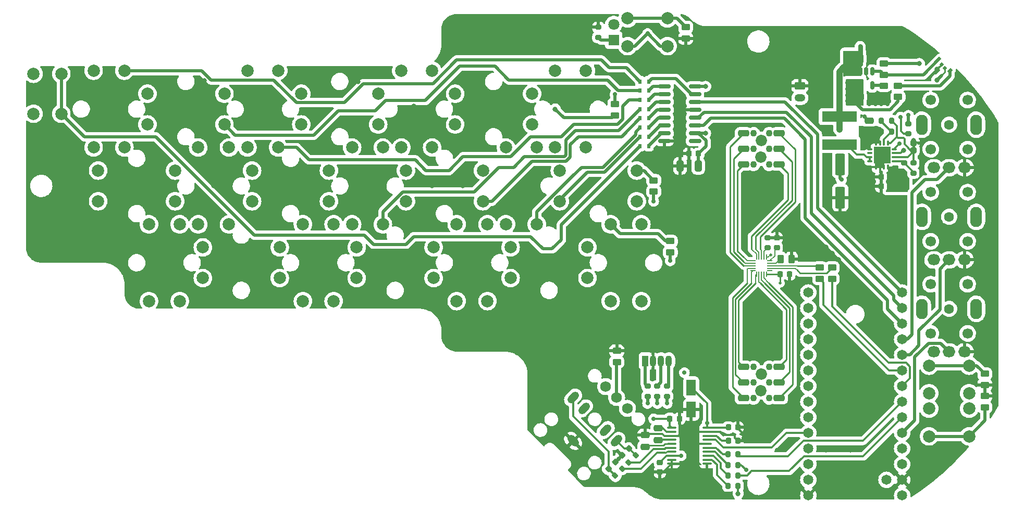
<source format=gbr>
%TF.GenerationSoftware,KiCad,Pcbnew,(6.0.10-0)*%
%TF.CreationDate,2025-02-20T17:08:05+01:00*%
%TF.ProjectId,MiniChord,4d696e69-4368-46f7-9264-2e6b69636164,rev?*%
%TF.SameCoordinates,Original*%
%TF.FileFunction,Copper,L1,Top*%
%TF.FilePolarity,Positive*%
%FSLAX46Y46*%
G04 Gerber Fmt 4.6, Leading zero omitted, Abs format (unit mm)*
G04 Created by KiCad (PCBNEW (6.0.10-0)) date 2025-02-20 17:08:05*
%MOMM*%
%LPD*%
G01*
G04 APERTURE LIST*
G04 Aperture macros list*
%AMRoundRect*
0 Rectangle with rounded corners*
0 $1 Rounding radius*
0 $2 $3 $4 $5 $6 $7 $8 $9 X,Y pos of 4 corners*
0 Add a 4 corners polygon primitive as box body*
4,1,4,$2,$3,$4,$5,$6,$7,$8,$9,$2,$3,0*
0 Add four circle primitives for the rounded corners*
1,1,$1+$1,$2,$3*
1,1,$1+$1,$4,$5*
1,1,$1+$1,$6,$7*
1,1,$1+$1,$8,$9*
0 Add four rect primitives between the rounded corners*
20,1,$1+$1,$2,$3,$4,$5,0*
20,1,$1+$1,$4,$5,$6,$7,0*
20,1,$1+$1,$6,$7,$8,$9,0*
20,1,$1+$1,$8,$9,$2,$3,0*%
%AMHorizOval*
0 Thick line with rounded ends*
0 $1 width*
0 $2 $3 position (X,Y) of the first rounded end (center of the circle)*
0 $4 $5 position (X,Y) of the second rounded end (center of the circle)*
0 Add line between two ends*
20,1,$1,$2,$3,$4,$5,0*
0 Add two circle primitives to create the rounded ends*
1,1,$1,$2,$3*
1,1,$1,$4,$5*%
%AMFreePoly0*
4,1,14,0.354215,0.088284,0.450784,-0.008285,0.462500,-0.036569,0.462500,-0.060000,0.450784,-0.088284,0.422500,-0.100000,-0.422500,-0.100000,-0.450784,-0.088284,-0.462500,-0.060000,-0.462500,0.060000,-0.450784,0.088284,-0.422500,0.100000,0.325931,0.100000,0.354215,0.088284,0.354215,0.088284,$1*%
%AMFreePoly1*
4,1,14,0.450784,0.088284,0.462500,0.060000,0.462500,0.036569,0.450784,0.008285,0.354215,-0.088284,0.325931,-0.100000,-0.422500,-0.100000,-0.450784,-0.088284,-0.462500,-0.060000,-0.462500,0.060000,-0.450784,0.088284,-0.422500,0.100000,0.422500,0.100000,0.450784,0.088284,0.450784,0.088284,$1*%
%AMFreePoly2*
4,1,14,0.088284,0.450784,0.100000,0.422500,0.100000,-0.422500,0.088284,-0.450784,0.060000,-0.462500,-0.060000,-0.462500,-0.088284,-0.450784,-0.100000,-0.422500,-0.100000,0.325931,-0.088284,0.354215,0.008285,0.450784,0.036569,0.462500,0.060000,0.462500,0.088284,0.450784,0.088284,0.450784,$1*%
%AMFreePoly3*
4,1,14,-0.008285,0.450784,0.088284,0.354215,0.100000,0.325931,0.100000,-0.422500,0.088284,-0.450784,0.060000,-0.462500,-0.060000,-0.462500,-0.088284,-0.450784,-0.100000,-0.422500,-0.100000,0.422500,-0.088284,0.450784,-0.060000,0.462500,-0.036569,0.462500,-0.008285,0.450784,-0.008285,0.450784,$1*%
%AMFreePoly4*
4,1,14,0.450784,0.088284,0.462500,0.060000,0.462500,-0.060000,0.450784,-0.088284,0.422500,-0.100000,-0.325931,-0.100000,-0.354215,-0.088284,-0.450784,0.008285,-0.462500,0.036569,-0.462500,0.060000,-0.450784,0.088284,-0.422500,0.100000,0.422500,0.100000,0.450784,0.088284,0.450784,0.088284,$1*%
%AMFreePoly5*
4,1,14,0.450784,0.088284,0.462500,0.060000,0.462500,-0.060000,0.450784,-0.088284,0.422500,-0.100000,-0.422500,-0.100000,-0.450784,-0.088284,-0.462500,-0.060000,-0.462500,-0.036569,-0.450784,-0.008285,-0.354215,0.088284,-0.325931,0.100000,0.422500,0.100000,0.450784,0.088284,0.450784,0.088284,$1*%
%AMFreePoly6*
4,1,14,0.088284,0.450784,0.100000,0.422500,0.100000,-0.325931,0.088284,-0.354215,-0.008285,-0.450784,-0.036569,-0.462500,-0.060000,-0.462500,-0.088284,-0.450784,-0.100000,-0.422500,-0.100000,0.422500,-0.088284,0.450784,-0.060000,0.462500,0.060000,0.462500,0.088284,0.450784,0.088284,0.450784,$1*%
%AMFreePoly7*
4,1,14,0.088284,0.450784,0.100000,0.422500,0.100000,-0.422500,0.088284,-0.450784,0.060000,-0.462500,0.036569,-0.462500,0.008285,-0.450784,-0.088284,-0.354215,-0.100000,-0.325931,-0.100000,0.422500,-0.088284,0.450784,-0.060000,0.462500,0.060000,0.462500,0.088284,0.450784,0.088284,0.450784,$1*%
G04 Aperture macros list end*
%TA.AperFunction,EtchedComponent*%
%ADD10C,0.400000*%
%TD*%
%TA.AperFunction,SMDPad,CuDef*%
%ADD11RoundRect,0.150000X-0.825000X-0.150000X0.825000X-0.150000X0.825000X0.150000X-0.825000X0.150000X0*%
%TD*%
%TA.AperFunction,SMDPad,CuDef*%
%ADD12RoundRect,0.225000X0.225000X0.250000X-0.225000X0.250000X-0.225000X-0.250000X0.225000X-0.250000X0*%
%TD*%
%TA.AperFunction,SMDPad,CuDef*%
%ADD13R,0.600000X0.700000*%
%TD*%
%TA.AperFunction,SMDPad,CuDef*%
%ADD14RoundRect,0.200000X-0.275000X0.200000X-0.275000X-0.200000X0.275000X-0.200000X0.275000X0.200000X0*%
%TD*%
%TA.AperFunction,SMDPad,CuDef*%
%ADD15RoundRect,0.250000X-0.450000X0.262500X-0.450000X-0.262500X0.450000X-0.262500X0.450000X0.262500X0*%
%TD*%
%TA.AperFunction,SMDPad,CuDef*%
%ADD16RoundRect,0.250000X-0.475000X0.250000X-0.475000X-0.250000X0.475000X-0.250000X0.475000X0.250000X0*%
%TD*%
%TA.AperFunction,ComponentPad*%
%ADD17C,2.000000*%
%TD*%
%TA.AperFunction,SMDPad,CuDef*%
%ADD18RoundRect,0.225000X-0.225000X-0.250000X0.225000X-0.250000X0.225000X0.250000X-0.225000X0.250000X0*%
%TD*%
%TA.AperFunction,SMDPad,CuDef*%
%ADD19RoundRect,0.200000X-0.200000X-0.275000X0.200000X-0.275000X0.200000X0.275000X-0.200000X0.275000X0*%
%TD*%
%TA.AperFunction,ComponentPad*%
%ADD20R,1.070000X1.800000*%
%TD*%
%TA.AperFunction,ComponentPad*%
%ADD21O,1.070000X1.800000*%
%TD*%
%TA.AperFunction,SMDPad,CuDef*%
%ADD22RoundRect,0.225000X0.017678X-0.335876X0.335876X-0.017678X-0.017678X0.335876X-0.335876X0.017678X0*%
%TD*%
%TA.AperFunction,SMDPad,CuDef*%
%ADD23RoundRect,0.050000X0.388909X0.106066X0.106066X0.388909X-0.388909X-0.106066X-0.106066X-0.388909X0*%
%TD*%
%TA.AperFunction,SMDPad,CuDef*%
%ADD24RoundRect,0.050000X0.300520X0.017678X0.017678X0.300520X-0.300520X-0.017678X-0.017678X-0.300520X0*%
%TD*%
%TA.AperFunction,SMDPad,CuDef*%
%ADD25RoundRect,0.225000X-0.250000X0.225000X-0.250000X-0.225000X0.250000X-0.225000X0.250000X0.225000X0*%
%TD*%
%TA.AperFunction,SMDPad,CuDef*%
%ADD26RoundRect,0.250000X0.475000X-0.250000X0.475000X0.250000X-0.475000X0.250000X-0.475000X-0.250000X0*%
%TD*%
%TA.AperFunction,SMDPad,CuDef*%
%ADD27RoundRect,0.250000X0.450000X-0.262500X0.450000X0.262500X-0.450000X0.262500X-0.450000X-0.262500X0*%
%TD*%
%TA.AperFunction,SMDPad,CuDef*%
%ADD28RoundRect,0.200000X0.275000X-0.200000X0.275000X0.200000X-0.275000X0.200000X-0.275000X-0.200000X0*%
%TD*%
%TA.AperFunction,ComponentPad*%
%ADD29R,1.800000X1.800000*%
%TD*%
%TA.AperFunction,ComponentPad*%
%ADD30C,1.800000*%
%TD*%
%TA.AperFunction,SMDPad,CuDef*%
%ADD31RoundRect,0.250000X-0.250000X-0.475000X0.250000X-0.475000X0.250000X0.475000X-0.250000X0.475000X0*%
%TD*%
%TA.AperFunction,WasherPad*%
%ADD32C,1.700000*%
%TD*%
%TA.AperFunction,WasherPad*%
%ADD33O,1.900000X3.300000*%
%TD*%
%TA.AperFunction,WasherPad*%
%ADD34C,1.600000*%
%TD*%
%TA.AperFunction,ComponentPad*%
%ADD35O,2.050000X1.800000*%
%TD*%
%TA.AperFunction,SMDPad,CuDef*%
%ADD36RoundRect,0.250000X-0.550000X1.500000X-0.550000X-1.500000X0.550000X-1.500000X0.550000X1.500000X0*%
%TD*%
%TA.AperFunction,SMDPad,CuDef*%
%ADD37RoundRect,0.250000X-0.262500X-0.450000X0.262500X-0.450000X0.262500X0.450000X-0.262500X0.450000X0*%
%TD*%
%TA.AperFunction,SMDPad,CuDef*%
%ADD38RoundRect,0.200000X-0.053033X0.335876X-0.335876X0.053033X0.053033X-0.335876X0.335876X-0.053033X0*%
%TD*%
%TA.AperFunction,SMDPad,CuDef*%
%ADD39RoundRect,0.150000X-0.150000X0.512500X-0.150000X-0.512500X0.150000X-0.512500X0.150000X0.512500X0*%
%TD*%
%TA.AperFunction,WasherPad*%
%ADD40C,1.100000*%
%TD*%
%TA.AperFunction,WasherPad*%
%ADD41C,1.850000*%
%TD*%
%TA.AperFunction,SMDPad,CuDef*%
%ADD42RoundRect,0.255000X-0.635000X0.255000X-0.635000X-0.255000X0.635000X-0.255000X0.635000X0.255000X0*%
%TD*%
%TA.AperFunction,SMDPad,CuDef*%
%ADD43RoundRect,0.250000X0.325000X0.650000X-0.325000X0.650000X-0.325000X-0.650000X0.325000X-0.650000X0*%
%TD*%
%TA.AperFunction,SMDPad,CuDef*%
%ADD44RoundRect,0.087500X-0.325000X-0.087500X0.325000X-0.087500X0.325000X0.087500X-0.325000X0.087500X0*%
%TD*%
%TA.AperFunction,SMDPad,CuDef*%
%ADD45RoundRect,0.087500X-0.087500X-0.325000X0.087500X-0.325000X0.087500X0.325000X-0.087500X0.325000X0*%
%TD*%
%TA.AperFunction,ComponentPad*%
%ADD46C,0.500000*%
%TD*%
%TA.AperFunction,SMDPad,CuDef*%
%ADD47R,2.700000X2.700000*%
%TD*%
%TA.AperFunction,SMDPad,CuDef*%
%ADD48R,5.700000X1.700000*%
%TD*%
%TA.AperFunction,SMDPad,CuDef*%
%ADD49RoundRect,0.200000X0.053033X-0.335876X0.335876X-0.053033X-0.053033X0.335876X-0.335876X0.053033X0*%
%TD*%
%TA.AperFunction,ComponentPad*%
%ADD50C,1.650000*%
%TD*%
%TA.AperFunction,SMDPad,CuDef*%
%ADD51RoundRect,0.250000X0.250000X-0.250000X0.250000X0.250000X-0.250000X0.250000X-0.250000X-0.250000X0*%
%TD*%
%TA.AperFunction,SMDPad,CuDef*%
%ADD52RoundRect,0.200000X0.200000X0.275000X-0.200000X0.275000X-0.200000X-0.275000X0.200000X-0.275000X0*%
%TD*%
%TA.AperFunction,ComponentPad*%
%ADD53C,1.750000*%
%TD*%
%TA.AperFunction,ComponentPad*%
%ADD54HorizOval,1.200000X-0.353553X-0.353553X0.353553X0.353553X0*%
%TD*%
%TA.AperFunction,ComponentPad*%
%ADD55HorizOval,1.200000X0.353553X-0.353553X-0.353553X0.353553X0*%
%TD*%
%TA.AperFunction,ComponentPad*%
%ADD56HorizOval,1.200000X0.353553X0.353553X-0.353553X-0.353553X0*%
%TD*%
%TA.AperFunction,SMDPad,CuDef*%
%ADD57RoundRect,0.100000X-0.637500X-0.100000X0.637500X-0.100000X0.637500X0.100000X-0.637500X0.100000X0*%
%TD*%
%TA.AperFunction,SMDPad,CuDef*%
%ADD58RoundRect,0.250000X-0.550000X1.050000X-0.550000X-1.050000X0.550000X-1.050000X0.550000X1.050000X0*%
%TD*%
%TA.AperFunction,SMDPad,CuDef*%
%ADD59RoundRect,0.225000X-0.017678X0.335876X-0.335876X0.017678X0.017678X-0.335876X0.335876X-0.017678X0*%
%TD*%
%TA.AperFunction,SMDPad,CuDef*%
%ADD60FreePoly0,180.000000*%
%TD*%
%TA.AperFunction,SMDPad,CuDef*%
%ADD61RoundRect,0.050000X0.412500X0.050000X-0.412500X0.050000X-0.412500X-0.050000X0.412500X-0.050000X0*%
%TD*%
%TA.AperFunction,SMDPad,CuDef*%
%ADD62FreePoly1,180.000000*%
%TD*%
%TA.AperFunction,SMDPad,CuDef*%
%ADD63FreePoly2,180.000000*%
%TD*%
%TA.AperFunction,SMDPad,CuDef*%
%ADD64RoundRect,0.050000X0.050000X0.412500X-0.050000X0.412500X-0.050000X-0.412500X0.050000X-0.412500X0*%
%TD*%
%TA.AperFunction,SMDPad,CuDef*%
%ADD65FreePoly3,180.000000*%
%TD*%
%TA.AperFunction,SMDPad,CuDef*%
%ADD66FreePoly4,180.000000*%
%TD*%
%TA.AperFunction,SMDPad,CuDef*%
%ADD67FreePoly5,180.000000*%
%TD*%
%TA.AperFunction,SMDPad,CuDef*%
%ADD68FreePoly6,180.000000*%
%TD*%
%TA.AperFunction,SMDPad,CuDef*%
%ADD69FreePoly7,180.000000*%
%TD*%
%TA.AperFunction,ComponentPad*%
%ADD70RoundRect,0.250000X-0.625000X0.350000X-0.625000X-0.350000X0.625000X-0.350000X0.625000X0.350000X0*%
%TD*%
%TA.AperFunction,ComponentPad*%
%ADD71O,1.750000X1.200000*%
%TD*%
%TA.AperFunction,ViaPad*%
%ADD72C,0.800000*%
%TD*%
%TA.AperFunction,ViaPad*%
%ADD73C,0.700000*%
%TD*%
%TA.AperFunction,ViaPad*%
%ADD74C,0.500000*%
%TD*%
%TA.AperFunction,Conductor*%
%ADD75C,0.250000*%
%TD*%
%TA.AperFunction,Conductor*%
%ADD76C,0.350000*%
%TD*%
%TA.AperFunction,Conductor*%
%ADD77C,0.200000*%
%TD*%
%TA.AperFunction,Conductor*%
%ADD78C,0.500000*%
%TD*%
%TA.AperFunction,Conductor*%
%ADD79C,1.000000*%
%TD*%
%TA.AperFunction,Conductor*%
%ADD80C,0.750000*%
%TD*%
G04 APERTURE END LIST*
D10*
%TO.C,JP2*%
X161200000Y-91700000D02*
X161200000Y-91500000D01*
%TD*%
D11*
%TO.P,U4,1,QB*%
%TO.N,Net-(D6-Pad1)*%
X120775000Y-81805000D03*
%TO.P,U4,2,QC*%
%TO.N,Net-(D4-Pad1)*%
X120775000Y-83075000D03*
%TO.P,U4,3,QD*%
%TO.N,Net-(D10-Pad1)*%
X120775000Y-84345000D03*
%TO.P,U4,4,QE*%
%TO.N,Net-(D7-Pad1)*%
X120775000Y-85615000D03*
%TO.P,U4,5,QF*%
%TO.N,Net-(D5-Pad1)*%
X120775000Y-86885000D03*
%TO.P,U4,6,QG*%
%TO.N,Net-(D11-Pad1)*%
X120775000Y-88155000D03*
%TO.P,U4,7,QH*%
%TO.N,Net-(D8-Pad1)*%
X120775000Y-89425000D03*
%TO.P,U4,8,GND*%
%TO.N,GND*%
X120775000Y-90695000D03*
%TO.P,U4,9,QH'*%
%TO.N,unconnected-(U4-Pad9)*%
X125725000Y-90695000D03*
%TO.P,U4,10,~{SRCLR}*%
%TO.N,3.3V*%
X125725000Y-89425000D03*
%TO.P,U4,11,SRCLK*%
%TO.N,Shift clock*%
X125725000Y-88155000D03*
%TO.P,U4,12,RCLK*%
%TO.N,Storage clock*%
X125725000Y-86885000D03*
%TO.P,U4,13,~{OE}*%
%TO.N,GND*%
X125725000Y-85615000D03*
%TO.P,U4,14,SER*%
%TO.N,Data matrix*%
X125725000Y-84345000D03*
%TO.P,U4,15,QA*%
%TO.N,Net-(D9-Pad1)*%
X125725000Y-83075000D03*
%TO.P,U4,16,VCC*%
%TO.N,3.3V*%
X125725000Y-81805000D03*
%TD*%
D12*
%TO.P,C7,1*%
%TO.N,3.3V*%
X126275000Y-92750000D03*
%TO.P,C7,2*%
%TO.N,GND*%
X124725000Y-92750000D03*
%TD*%
D13*
%TO.P,D5,1,K*%
%TO.N,Net-(D5-Pad1)*%
X118200000Y-88500000D03*
%TO.P,D5,2,A*%
%TO.N,Row 6*%
X116800000Y-88500000D03*
%TD*%
D14*
%TO.P,R2,1*%
%TO.N,Net-(R2-Pad1)*%
X159700000Y-94275000D03*
%TO.P,R2,2*%
%TO.N,VBAT*%
X159700000Y-95925000D03*
%TD*%
D15*
%TO.P,R13,1*%
%TO.N,Read matrix 3*%
X121700000Y-106987500D03*
%TO.P,R13,2*%
%TO.N,3.3V*%
X121700000Y-108812500D03*
%TD*%
D16*
%TO.P,C9,1*%
%TO.N,Net-(C9-Pad1)*%
X119700000Y-137450000D03*
%TO.P,C9,2*%
%TO.N,Net-(C9-Pad2)*%
X119700000Y-139350000D03*
%TD*%
D17*
%TO.P,SW11,1,1*%
%TO.N,Row 4*%
X75000000Y-91750000D03*
%TO.P,SW11,2,2*%
X75000000Y-104250000D03*
%TO.P,SW11,3,K*%
%TO.N,Read matrix 2*%
X70000000Y-91750000D03*
%TO.P,SW11,4,A*%
X70000000Y-104250000D03*
%TD*%
D18*
%TO.P,C11,1*%
%TO.N,3.3V*%
X121625000Y-135900000D03*
%TO.P,C11,2*%
%TO.N,GND*%
X123175000Y-135900000D03*
%TD*%
D17*
%TO.P,SW26,1,1*%
%TO.N,3.3V*%
X121250000Y-75250000D03*
%TO.P,SW26,2,2*%
X114750000Y-75250000D03*
%TO.P,SW26,3,K*%
%TO.N,Rythm*%
X121250000Y-70750000D03*
%TO.P,SW26,4,A*%
X114750000Y-70750000D03*
%TD*%
D19*
%TO.P,R29,1*%
%TO.N,Net-(R29-Pad1)*%
X131075000Y-145100000D03*
%TO.P,R29,2*%
%TO.N,BCK*%
X132725000Y-145100000D03*
%TD*%
%TO.P,R27,1*%
%TO.N,Net-(R27-Pad1)*%
X131075000Y-141700000D03*
%TO.P,R27,2*%
%TO.N,LRCK*%
X132725000Y-141700000D03*
%TD*%
D20*
%TO.P,D2,1,RA*%
%TO.N,Net-(D2-Pad1)*%
X117640000Y-126500000D03*
D21*
%TO.P,D2,2,K*%
%TO.N,GND*%
X118910000Y-126500000D03*
%TO.P,D2,3,GA*%
%TO.N,Net-(D2-Pad3)*%
X120180000Y-126500000D03*
%TO.P,D2,4,BA*%
%TO.N,Net-(D2-Pad4)*%
X121450000Y-126500000D03*
%TD*%
D14*
%TO.P,R7,1*%
%TO.N,3.3V*%
X160400000Y-87875000D03*
%TO.P,R7,2*%
%TO.N,LBO*%
X160400000Y-89525000D03*
%TD*%
D13*
%TO.P,D9,1,K*%
%TO.N,Net-(D9-Pad1)*%
X118200000Y-81000000D03*
%TO.P,D9,2,A*%
%TO.N,Row 1*%
X116800000Y-81000000D03*
%TD*%
D22*
%TO.P,C16,1*%
%TO.N,Net-(C16-Pad1)*%
X111651992Y-144048008D03*
%TO.P,C16,2*%
%TO.N,GND*%
X112748008Y-142951992D03*
%TD*%
D13*
%TO.P,D11,1,K*%
%TO.N,Net-(D11-Pad1)*%
X118200000Y-90000000D03*
%TO.P,D11,2,A*%
%TO.N,Row 7*%
X116800000Y-90000000D03*
%TD*%
D17*
%TO.P,SW12,1,1*%
%TO.N,Row 5*%
X91250000Y-100500000D03*
%TO.P,SW12,2,2*%
X78750000Y-100500000D03*
%TO.P,SW12,3,K*%
%TO.N,Read matrix 2*%
X91250000Y-95500000D03*
%TO.P,SW12,4,A*%
X78750000Y-95500000D03*
%TD*%
%TO.P,SW15,1,1*%
%TO.N,Row 1*%
X42000000Y-104250000D03*
%TO.P,SW15,2,2*%
X42000000Y-116750000D03*
%TO.P,SW15,3,K*%
%TO.N,Read matrix 3*%
X37000000Y-104250000D03*
%TO.P,SW15,4,A*%
X37000000Y-116750000D03*
%TD*%
D23*
%TO.P,D3,1,A1*%
%TO.N,Net-(D3-Pad1)*%
X167146536Y-79257627D03*
D24*
%TO.P,D3,2,A2*%
%TO.N,Net-(D3-Pad2)*%
X166315685Y-78815685D03*
%TO.P,D3,3,K2*%
%TO.N,GND*%
X165750000Y-78250000D03*
D23*
%TO.P,D3,4,K1*%
%TO.N,Net-(D3-Pad4)*%
X165308058Y-77419149D03*
%TD*%
D25*
%TO.P,C19,1*%
%TO.N,GND*%
X139000000Y-106475000D03*
%TO.P,C19,2*%
%TO.N,Net-(C19-Pad2)*%
X139000000Y-108025000D03*
%TD*%
D26*
%TO.P,C4,1*%
%TO.N,5V*%
X154000000Y-89250000D03*
%TO.P,C4,2*%
%TO.N,GND*%
X154000000Y-87350000D03*
%TD*%
D27*
%TO.P,R10,1*%
%TO.N,Net-(R10-Pad1)*%
X148000000Y-113112500D03*
%TO.P,R10,2*%
%TO.N,Touch SDL*%
X148000000Y-111287500D03*
%TD*%
D28*
%TO.P,R15,1*%
%TO.N,Net-(R15-Pad1)*%
X137500000Y-108075000D03*
%TO.P,R15,2*%
%TO.N,GND*%
X137500000Y-106425000D03*
%TD*%
D17*
%TO.P,SW10,1,1*%
%TO.N,Row 3*%
X66250000Y-100500000D03*
%TO.P,SW10,2,2*%
X53750000Y-100500000D03*
%TO.P,SW10,3,K*%
%TO.N,Read matrix 2*%
X66250000Y-95500000D03*
%TO.P,SW10,4,A*%
X53750000Y-95500000D03*
%TD*%
D19*
%TO.P,R28,1*%
%TO.N,Net-(R28-Pad1)*%
X131075000Y-143400000D03*
%TO.P,R28,2*%
%TO.N,DIN*%
X132725000Y-143400000D03*
%TD*%
D27*
%TO.P,R1,1*%
%TO.N,VUSB*%
X158700000Y-83520000D03*
%TO.P,R1,2*%
%TO.N,Net-(D3-Pad1)*%
X158700000Y-81695000D03*
%TD*%
D29*
%TO.P,D1,1,K*%
%TO.N,Net-(D1-Pad1)*%
X112500000Y-74270000D03*
D30*
%TO.P,D1,2,A*%
%TO.N,Rythm led*%
X112500000Y-71730000D03*
%TD*%
D17*
%TO.P,SW21,1,1*%
%TO.N,Row 7*%
X117000000Y-104250000D03*
%TO.P,SW21,2,2*%
X117000000Y-116750000D03*
%TO.P,SW21,3,K*%
%TO.N,Read matrix 3*%
X112000000Y-104250000D03*
%TO.P,SW21,4,A*%
X112000000Y-116750000D03*
%TD*%
D15*
%TO.P,R12,1*%
%TO.N,Read matrix 2*%
X119000000Y-97087500D03*
%TO.P,R12,2*%
%TO.N,3.3V*%
X119000000Y-98912500D03*
%TD*%
%TO.P,R39,1*%
%TO.N,GND*%
X172800000Y-132200000D03*
%TO.P,R39,2*%
%TO.N,Down pgm*%
X172800000Y-134025000D03*
%TD*%
D14*
%TO.P,R37,1*%
%TO.N,Net-(D2-Pad1)*%
X118000000Y-130575000D03*
%TO.P,R37,2*%
%TO.N,R led*%
X118000000Y-132225000D03*
%TD*%
D13*
%TO.P,D8,1,K*%
%TO.N,Net-(D8-Pad1)*%
X118200000Y-91500000D03*
%TO.P,D8,2,A*%
%TO.N,Sharp*%
X116800000Y-91500000D03*
%TD*%
D17*
%TO.P,SW6,1,1*%
%TO.N,Row 6*%
X99250000Y-88000000D03*
%TO.P,SW6,2,2*%
X86750000Y-88000000D03*
%TO.P,SW6,3,K*%
%TO.N,Read matrix 1*%
X99250000Y-83000000D03*
%TO.P,SW6,4,A*%
X86750000Y-83000000D03*
%TD*%
%TO.P,SW14,1,1*%
%TO.N,Row 7*%
X116250000Y-100500000D03*
%TO.P,SW14,2,2*%
X103750000Y-100500000D03*
%TO.P,SW14,3,K*%
%TO.N,Read matrix 2*%
X116250000Y-95500000D03*
%TO.P,SW14,4,A*%
X103750000Y-95500000D03*
%TD*%
%TO.P,SW2,1,1*%
%TO.N,Row 2*%
X49250000Y-88000000D03*
%TO.P,SW2,2,2*%
X36750000Y-88000000D03*
%TO.P,SW2,3,K*%
%TO.N,Read matrix 1*%
X49250000Y-83000000D03*
%TO.P,SW2,4,A*%
X36750000Y-83000000D03*
%TD*%
D14*
%TO.P,R35,1*%
%TO.N,Net-(D2-Pad4)*%
X121200000Y-130575000D03*
%TO.P,R35,2*%
%TO.N,B led*%
X121200000Y-132225000D03*
%TD*%
D12*
%TO.P,C1,1*%
%TO.N,VBAT*%
X157475000Y-98100000D03*
%TO.P,C1,2*%
%TO.N,GND*%
X155925000Y-98100000D03*
%TD*%
D17*
%TO.P,SW17,1,1*%
%TO.N,Row 3*%
X67000000Y-104250000D03*
%TO.P,SW17,2,2*%
X67000000Y-116750000D03*
%TO.P,SW17,3,K*%
%TO.N,Read matrix 3*%
X62000000Y-104250000D03*
%TO.P,SW17,4,A*%
X62000000Y-116750000D03*
%TD*%
D31*
%TO.P,C18,1*%
%TO.N,VBAT*%
X152550000Y-77307500D03*
%TO.P,C18,2*%
%TO.N,GND*%
X154450000Y-77307500D03*
%TD*%
D32*
%TO.P,RV3,*%
%TO.N,*%
X170000000Y-84030000D03*
X170000000Y-92030000D03*
D33*
X171400000Y-88030000D03*
D34*
X167000000Y-88030000D03*
D33*
X162600000Y-88030000D03*
D32*
X164000000Y-84030000D03*
X164000000Y-92030000D03*
D35*
%TO.P,RV3,1,1*%
%TO.N,3.3V*%
X164500000Y-95030000D03*
%TO.P,RV3,2,2*%
%TO.N,Chord*%
X167000000Y-95030000D03*
%TO.P,RV3,3,3*%
%TO.N,GND*%
X169500000Y-95030000D03*
%TD*%
D36*
%TO.P,C5,1*%
%TO.N,5V*%
X149300000Y-94500000D03*
%TO.P,C5,2*%
%TO.N,GND*%
X149300000Y-99900000D03*
%TD*%
D37*
%TO.P,R14,1*%
%TO.N,Net-(R14-Pad1)*%
X139587500Y-109900000D03*
%TO.P,R14,2*%
%TO.N,GND*%
X141412500Y-109900000D03*
%TD*%
D17*
%TO.P,SW13,1,1*%
%TO.N,Row 6*%
X100000000Y-91750000D03*
%TO.P,SW13,2,2*%
X100000000Y-104250000D03*
%TO.P,SW13,3,K*%
%TO.N,Read matrix 2*%
X95000000Y-91750000D03*
%TO.P,SW13,4,A*%
X95000000Y-104250000D03*
%TD*%
%TO.P,SW24,1,1*%
%TO.N,3.3V*%
X170250000Y-131750000D03*
%TO.P,SW24,2,2*%
X163750000Y-131750000D03*
%TO.P,SW24,3,K*%
%TO.N,Up pgm*%
X170250000Y-127250000D03*
%TO.P,SW24,4,A*%
X163750000Y-127250000D03*
%TD*%
D18*
%TO.P,C13,1*%
%TO.N,Net-(C13-Pad1)*%
X131125000Y-139500000D03*
%TO.P,C13,2*%
%TO.N,GND*%
X132675000Y-139500000D03*
%TD*%
D38*
%TO.P,R32,1*%
%TO.N,Net-(C17-Pad1)*%
X116083363Y-141816637D03*
%TO.P,R32,2*%
%TO.N,Net-(R32-Pad2)*%
X114916637Y-142983363D03*
%TD*%
D13*
%TO.P,D6,1,K*%
%TO.N,Net-(D6-Pad1)*%
X118200000Y-82500000D03*
%TO.P,D6,2,A*%
%TO.N,Row 2*%
X116800000Y-82500000D03*
%TD*%
D17*
%TO.P,SW18,1,1*%
%TO.N,Row 4*%
X83250000Y-113000000D03*
%TO.P,SW18,2,2*%
X70750000Y-113000000D03*
%TO.P,SW18,3,K*%
%TO.N,Read matrix 3*%
X83250000Y-108000000D03*
%TO.P,SW18,4,A*%
X70750000Y-108000000D03*
%TD*%
D39*
%TO.P,U3,1,STAT*%
%TO.N,Net-(D3-Pad4)*%
X154500000Y-79388750D03*
%TO.P,U3,2,VSS*%
%TO.N,GND*%
X153550000Y-79388750D03*
%TO.P,U3,3,VBAT*%
%TO.N,VBAT*%
X152600000Y-79388750D03*
%TO.P,U3,4,VDD*%
%TO.N,VUSB*%
X152600000Y-81663750D03*
%TO.P,U3,5,PROG*%
%TO.N,Net-(R8-Pad1)*%
X154500000Y-81663750D03*
%TD*%
D17*
%TO.P,SW16,1,1*%
%TO.N,Row 2*%
X58250000Y-113000000D03*
%TO.P,SW16,2,2*%
X45750000Y-113000000D03*
%TO.P,SW16,3,K*%
%TO.N,Read matrix 3*%
X58250000Y-108000000D03*
%TO.P,SW16,4,A*%
X45750000Y-108000000D03*
%TD*%
D15*
%TO.P,R16,1*%
%TO.N,GND*%
X113000000Y-124837500D03*
%TO.P,R16,2*%
%TO.N,EN*%
X113000000Y-126662500D03*
%TD*%
D17*
%TO.P,SW20,1,1*%
%TO.N,Row 6*%
X108250000Y-113000000D03*
%TO.P,SW20,2,2*%
X95750000Y-113000000D03*
%TO.P,SW20,3,K*%
%TO.N,Read matrix 3*%
X108250000Y-108000000D03*
%TO.P,SW20,4,A*%
X95750000Y-108000000D03*
%TD*%
D12*
%TO.P,C3,1*%
%TO.N,VBAT*%
X157475000Y-96500000D03*
%TO.P,C3,2*%
%TO.N,GND*%
X155925000Y-96500000D03*
%TD*%
D40*
%TO.P,J1,*%
%TO.N,*%
X135230000Y-92000000D03*
X137770000Y-92000000D03*
X137770000Y-94540000D03*
X135230000Y-94540000D03*
X137770000Y-89460000D03*
D41*
X136450000Y-93350000D03*
D40*
X135230000Y-89460000D03*
D41*
X136500000Y-90625000D03*
D42*
%TO.P,J1,1,Pin_1*%
%TO.N,Key11*%
X139410000Y-89460000D03*
%TO.P,J1,2,Pin_2*%
%TO.N,Key10*%
X139410000Y-92000000D03*
%TO.P,J1,3,Pin_3*%
%TO.N,Key9*%
X139410000Y-94540000D03*
%TO.P,J1,4,Pin_4*%
%TO.N,Key6*%
X133590000Y-89460000D03*
%TO.P,J1,5,Pin_5*%
%TO.N,Key7*%
X133590000Y-92000000D03*
%TO.P,J1,6,Pin_6*%
%TO.N,Key8*%
X133590000Y-94540000D03*
%TD*%
D43*
%TO.P,C6,1*%
%TO.N,3.3V*%
X126225000Y-94750000D03*
%TO.P,C6,2*%
%TO.N,GND*%
X123275000Y-94750000D03*
%TD*%
D14*
%TO.P,R34,1*%
%TO.N,GND*%
X110000000Y-72175000D03*
%TO.P,R34,2*%
%TO.N,Net-(D1-Pad1)*%
X110000000Y-73825000D03*
%TD*%
D15*
%TO.P,R8,1*%
%TO.N,Net-(R8-Pad1)*%
X156400000Y-81695000D03*
%TO.P,R8,2*%
%TO.N,GND*%
X156400000Y-83520000D03*
%TD*%
D33*
%TO.P,RV2,*%
%TO.N,*%
X162600000Y-103030000D03*
D32*
X170000000Y-107030000D03*
X170000000Y-99030000D03*
D34*
X167000000Y-103030000D03*
D32*
X164000000Y-99030000D03*
X164000000Y-107030000D03*
D33*
X171400000Y-103030000D03*
D35*
%TO.P,RV2,1,1*%
%TO.N,3.3V*%
X164500000Y-110030000D03*
%TO.P,RV2,2,2*%
%TO.N,Harp*%
X167000000Y-110030000D03*
%TO.P,RV2,3,3*%
%TO.N,GND*%
X169500000Y-110030000D03*
%TD*%
D15*
%TO.P,R4,1*%
%TO.N,Net-(D3-Pad2)*%
X156400000Y-78095000D03*
%TO.P,R4,2*%
%TO.N,Net-(D3-Pad4)*%
X156400000Y-79920000D03*
%TD*%
D17*
%TO.P,SW4,1,1*%
%TO.N,Row 4*%
X74250000Y-88000000D03*
%TO.P,SW4,2,2*%
X61750000Y-88000000D03*
%TO.P,SW4,3,K*%
%TO.N,Read matrix 1*%
X74250000Y-83000000D03*
%TO.P,SW4,4,A*%
X61750000Y-83000000D03*
%TD*%
%TO.P,SW22,1,1*%
%TO.N,Sharp*%
X22750000Y-79750000D03*
%TO.P,SW22,2,2*%
X22750000Y-86250000D03*
%TO.P,SW22,3,K*%
%TO.N,Read matrix 1*%
X18250000Y-79750000D03*
%TO.P,SW22,4,A*%
X18250000Y-86250000D03*
%TD*%
D44*
%TO.P,U2,1,VOUT*%
%TO.N,5V*%
X154137500Y-92025000D03*
%TO.P,U2,2,NC*%
%TO.N,unconnected-(U2-Pad2)*%
X154137500Y-92675000D03*
%TO.P,U2,3,SW*%
%TO.N,Net-(L1-Pad2)*%
X154137500Y-93325000D03*
%TO.P,U2,4,SW*%
X154137500Y-93975000D03*
D45*
%TO.P,U2,5,PGND*%
%TO.N,GND*%
X155125000Y-94962500D03*
%TO.P,U2,6,PGND*%
X155775000Y-94962500D03*
%TO.P,U2,7,PGND*%
X156425000Y-94962500D03*
%TO.P,U2,8,VBAT*%
%TO.N,VBAT*%
X157075000Y-94962500D03*
D44*
%TO.P,U2,9,LBI*%
%TO.N,Net-(R2-Pad1)*%
X158062500Y-93975000D03*
%TO.P,U2,10,SYNC*%
%TO.N,GND1*%
X158062500Y-93325000D03*
%TO.P,U2,11,EN*%
%TO.N,EN*%
X158062500Y-92675000D03*
%TO.P,U2,12,LBO*%
%TO.N,LBO*%
X158062500Y-92025000D03*
D45*
%TO.P,U2,13,GND*%
%TO.N,GND1*%
X157075000Y-91037500D03*
%TO.P,U2,14,FB*%
%TO.N,Net-(R5-Pad1)*%
X156425000Y-91037500D03*
%TO.P,U2,15,VOUT*%
%TO.N,5V*%
X155775000Y-91037500D03*
%TO.P,U2,16,VOUT*%
X155125000Y-91037500D03*
D46*
%TO.P,U2,17,PAD*%
%TO.N,GND*%
X156100000Y-94100000D03*
X157200000Y-93000000D03*
X157200000Y-91900000D03*
X156100000Y-91900000D03*
D47*
X156100000Y-93000000D03*
D46*
X157200000Y-94100000D03*
X155000000Y-94100000D03*
X155000000Y-93000000D03*
X156100000Y-93000000D03*
X155000000Y-91900000D03*
%TD*%
D48*
%TO.P,L1,1,1*%
%TO.N,VBAT*%
X149200000Y-86750000D03*
%TO.P,L1,2,2*%
%TO.N,Net-(L1-Pad2)*%
X149200000Y-91250000D03*
%TD*%
D40*
%TO.P,J4,*%
%TO.N,*%
X135230000Y-127460000D03*
D41*
X136500000Y-128625000D03*
D40*
X137770000Y-127460000D03*
X137770000Y-132540000D03*
X137770000Y-130000000D03*
D41*
X136450000Y-131350000D03*
D40*
X135230000Y-132540000D03*
X135230000Y-130000000D03*
D42*
%TO.P,J4,1,Pin_1*%
%TO.N,Key2*%
X139410000Y-127460000D03*
%TO.P,J4,2,Pin_2*%
%TO.N,Key1*%
X139410000Y-130000000D03*
%TO.P,J4,3,Pin_3*%
%TO.N,Key0*%
X139410000Y-132540000D03*
%TO.P,J4,4,Pin_4*%
%TO.N,Key3*%
X133590000Y-127460000D03*
%TO.P,J4,5,Pin_5*%
%TO.N,Key4*%
X133590000Y-130000000D03*
%TO.P,J4,6,Pin_6*%
%TO.N,Key5*%
X133590000Y-132540000D03*
%TD*%
D17*
%TO.P,SW5,1,1*%
%TO.N,Row 5*%
X83000000Y-79250000D03*
%TO.P,SW5,2,2*%
X83000000Y-91750000D03*
%TO.P,SW5,3,K*%
%TO.N,Read matrix 1*%
X78000000Y-79250000D03*
%TO.P,SW5,4,A*%
X78000000Y-91750000D03*
%TD*%
%TO.P,SW19,1,1*%
%TO.N,Row 5*%
X92000000Y-104250000D03*
%TO.P,SW19,2,2*%
X92000000Y-116750000D03*
%TO.P,SW19,3,K*%
%TO.N,Read matrix 3*%
X87000000Y-104250000D03*
%TO.P,SW19,4,A*%
X87000000Y-116750000D03*
%TD*%
%TO.P,SW9,1,1*%
%TO.N,Row 2*%
X50000000Y-91750000D03*
%TO.P,SW9,2,2*%
X50000000Y-104250000D03*
%TO.P,SW9,3,K*%
%TO.N,Read matrix 2*%
X45000000Y-91750000D03*
%TO.P,SW9,4,A*%
X45000000Y-104250000D03*
%TD*%
D49*
%TO.P,R31,1*%
%TO.N,Net-(C16-Pad1)*%
X112733274Y-145166726D03*
%TO.P,R31,2*%
%TO.N,Net-(R31-Pad2)*%
X113900000Y-144000000D03*
%TD*%
D33*
%TO.P,RV1,*%
%TO.N,*%
X171400000Y-118000000D03*
D32*
X170000000Y-122000000D03*
X164000000Y-114000000D03*
D34*
X167000000Y-118000000D03*
D32*
X170000000Y-114000000D03*
X164000000Y-122000000D03*
D33*
X162600000Y-118000000D03*
D35*
%TO.P,RV1,1,1*%
%TO.N,3.3V*%
X164500000Y-125000000D03*
%TO.P,RV1,2,2*%
%TO.N,Mod*%
X167000000Y-125000000D03*
%TO.P,RV1,3,3*%
%TO.N,GND*%
X169500000Y-125000000D03*
%TD*%
D13*
%TO.P,D7,1,K*%
%TO.N,Net-(D7-Pad1)*%
X118200000Y-87000000D03*
%TO.P,D7,2,A*%
%TO.N,Row 5*%
X116800000Y-87000000D03*
%TD*%
D50*
%TO.P,U1,1,GND*%
%TO.N,GND*%
X144130000Y-148375000D03*
%TO.P,U1,2,0_RX1_CRX2_CS1*%
%TO.N,R led*%
X144130000Y-145835000D03*
%TO.P,U1,3,1_TX1_CTX2_MISO1*%
%TO.N,G led*%
X144130000Y-143295000D03*
%TO.P,U1,4,2_OUT2*%
%TO.N,B led*%
X144130000Y-140755000D03*
%TO.P,U1,5,3_LRCLK2*%
%TO.N,_Mute*%
X144130000Y-138215000D03*
%TO.P,U1,6,4_BCLK2*%
%TO.N,Read matrix 3*%
X144130000Y-135675000D03*
%TO.P,U1,7,5_IN2*%
%TO.N,Read matrix 2*%
X144130000Y-133135000D03*
%TO.P,U1,8,6_OUT1D*%
%TO.N,Read matrix 1*%
X144130000Y-130595000D03*
%TO.P,U1,9,7_RX2_OUT1A*%
%TO.N,DIN*%
X144130000Y-128055000D03*
%TO.P,U1,10,8_TX2_IN1*%
%TO.N,Down pgm*%
X144130000Y-125515000D03*
%TO.P,U1,11,9_OUT1C*%
%TO.N,Up pgm*%
X144130000Y-122975000D03*
%TO.P,U1,12,10_CS_MQSR*%
%TO.N,LBO*%
X144130000Y-120435000D03*
%TO.P,U1,13,11_MOSI_CTX1*%
%TO.N,Rythm*%
X144130000Y-117895000D03*
%TO.P,U1,14,12_MISO_MQSL*%
%TO.N,Rythm led*%
X144130000Y-115355000D03*
%TO.P,U1,20,13_SCK_CRX1_LED*%
%TO.N,Data matrix*%
X159370000Y-115355000D03*
%TO.P,U1,21,14_A0_TX3_SPDIF_OUT*%
%TO.N,Storage clock*%
X159370000Y-117895000D03*
%TO.P,U1,22,15_A1_RX3_SPDIF_IN*%
%TO.N,Shift clock*%
X159370000Y-120435000D03*
%TO.P,U1,23,16_A2_RX4_SCL1*%
%TO.N,Chord*%
X159370000Y-122975000D03*
%TO.P,U1,24,17_A3_TX4_SDA1*%
%TO.N,Harp*%
X159370000Y-125515000D03*
%TO.P,U1,25,18_A4_SDA0*%
%TO.N,Net-(R9-Pad1)*%
X159370000Y-128055000D03*
%TO.P,U1,26,19_A5_SCL0*%
%TO.N,Net-(R10-Pad1)*%
X159370000Y-130595000D03*
%TO.P,U1,27,20_A6_TX5_LRCLK1*%
%TO.N,LRCK*%
X159370000Y-133135000D03*
%TO.P,U1,28,21_A7_RX5_BCLK1*%
%TO.N,BCK*%
X159370000Y-135675000D03*
%TO.P,U1,29,22_A8_CTX1*%
%TO.N,Mod*%
X159370000Y-138215000D03*
%TO.P,U1,30,23_A9_CRX1_MCLK1*%
%TO.N,SCK*%
X159370000Y-140755000D03*
%TO.P,U1,31,3V3*%
%TO.N,3.3V*%
X159370000Y-143295000D03*
%TO.P,U1,32,GND*%
%TO.N,GND*%
X159370000Y-145835000D03*
%TO.P,U1,33,VIN*%
%TO.N,5V*%
X159370000Y-148375000D03*
%TO.P,U1,34,VUSB*%
%TO.N,VUSB*%
X156830000Y-145835000D03*
%TD*%
D51*
%TO.P,JP2,1,A*%
%TO.N,GND*%
X161200000Y-91000000D03*
%TO.P,JP2,2,B*%
%TO.N,GND1*%
X161200000Y-92200000D03*
%TD*%
D18*
%TO.P,C2,1*%
%TO.N,VUSB*%
X152725000Y-83507500D03*
%TO.P,C2,2*%
%TO.N,GND*%
X154275000Y-83507500D03*
%TD*%
D27*
%TO.P,R9,1*%
%TO.N,Net-(R9-Pad1)*%
X146000000Y-113112500D03*
%TO.P,R9,2*%
%TO.N,Touch SDA*%
X146000000Y-111287500D03*
%TD*%
D52*
%TO.P,R6,1*%
%TO.N,GND1*%
X157625000Y-87400000D03*
%TO.P,R6,2*%
%TO.N,Net-(R5-Pad1)*%
X155975000Y-87400000D03*
%TD*%
D17*
%TO.P,SW7,1,1*%
%TO.N,Row 7*%
X108000000Y-79250000D03*
%TO.P,SW7,2,2*%
X108000000Y-91750000D03*
%TO.P,SW7,3,K*%
%TO.N,Read matrix 1*%
X103000000Y-79250000D03*
%TO.P,SW7,4,A*%
X103000000Y-91750000D03*
%TD*%
%TO.P,SW3,1,1*%
%TO.N,Row 3*%
X58000000Y-79250000D03*
%TO.P,SW3,2,2*%
X58000000Y-91750000D03*
%TO.P,SW3,3,K*%
%TO.N,Read matrix 1*%
X53000000Y-79250000D03*
%TO.P,SW3,4,A*%
X53000000Y-91750000D03*
%TD*%
D27*
%TO.P,R38,1*%
%TO.N,GND*%
X172800000Y-130400000D03*
%TO.P,R38,2*%
%TO.N,Up pgm*%
X172800000Y-128575000D03*
%TD*%
D19*
%TO.P,R30,1*%
%TO.N,Net-(R30-Pad1)*%
X131075000Y-146800000D03*
%TO.P,R30,2*%
%TO.N,SCK*%
X132725000Y-146800000D03*
%TD*%
D53*
%TO.P,J2,G*%
%TO.N,VBAT*%
X114738835Y-134196699D03*
%TO.P,J2,H*%
%TO.N,EN*%
X112971068Y-132428932D03*
%TO.P,J2,I*%
%TO.N,unconnected-(J2-PadI)*%
X111203301Y-130661165D03*
D54*
%TO.P,J2,R*%
%TO.N,Net-(C16-Pad1)*%
X105900000Y-132428932D03*
%TO.P,J2,Rs*%
%TO.N,unconnected-(J2-PadRs)*%
X107667767Y-134196699D03*
D55*
%TO.P,J2,S*%
%TO.N,GND*%
X105900000Y-139500000D03*
D56*
%TO.P,J2,T*%
%TO.N,Net-(C17-Pad1)*%
X112971068Y-139500000D03*
%TO.P,J2,Ts*%
%TO.N,unconnected-(J2-PadTs)*%
X111203301Y-137732233D03*
%TD*%
D27*
%TO.P,R40,1*%
%TO.N,GND*%
X124200000Y-73987500D03*
%TO.P,R40,2*%
%TO.N,Rythm*%
X124200000Y-72162500D03*
%TD*%
D57*
%TO.P,U5,1,CPVDD*%
%TO.N,3.3V*%
X121937500Y-137375000D03*
%TO.P,U5,2,CAPP*%
%TO.N,Net-(C9-Pad1)*%
X121937500Y-138025000D03*
%TO.P,U5,3,CPGND*%
%TO.N,GND*%
X121937500Y-138675000D03*
%TO.P,U5,4,CAPM*%
%TO.N,Net-(C9-Pad2)*%
X121937500Y-139325000D03*
%TO.P,U5,5,VNEG*%
%TO.N,Net-(C10-Pad2)*%
X121937500Y-139975000D03*
%TO.P,U5,6,OUTL*%
%TO.N,Net-(R32-Pad2)*%
X121937500Y-140625000D03*
%TO.P,U5,7,OUTR*%
%TO.N,Net-(R31-Pad2)*%
X121937500Y-141275000D03*
%TO.P,U5,8,AVDD*%
%TO.N,3.3V*%
X121937500Y-141925000D03*
%TO.P,U5,9,AGND*%
%TO.N,GND*%
X121937500Y-142575000D03*
%TO.P,U5,10,DEMP*%
X121937500Y-143225000D03*
%TO.P,U5,11,FLT*%
X127662500Y-143225000D03*
%TO.P,U5,12,SCK*%
%TO.N,Net-(R30-Pad1)*%
X127662500Y-142575000D03*
%TO.P,U5,13,BCK*%
%TO.N,Net-(R29-Pad1)*%
X127662500Y-141925000D03*
%TO.P,U5,14,DIN*%
%TO.N,Net-(R28-Pad1)*%
X127662500Y-141275000D03*
%TO.P,U5,15,LRCK*%
%TO.N,Net-(R27-Pad1)*%
X127662500Y-140625000D03*
%TO.P,U5,16,FMT*%
%TO.N,GND*%
X127662500Y-139975000D03*
%TO.P,U5,17,XSMT*%
%TO.N,_Mute*%
X127662500Y-139325000D03*
%TO.P,U5,18,LDOO*%
%TO.N,Net-(C13-Pad1)*%
X127662500Y-138675000D03*
%TO.P,U5,19,DGND*%
%TO.N,GND*%
X127662500Y-138025000D03*
%TO.P,U5,20,DVDD*%
%TO.N,3.3V*%
X127662500Y-137375000D03*
%TD*%
D17*
%TO.P,SW1,1,1*%
%TO.N,Row 1*%
X33000000Y-79250000D03*
%TO.P,SW1,2,2*%
X33000000Y-91750000D03*
%TO.P,SW1,3,K*%
%TO.N,Read matrix 1*%
X28000000Y-79250000D03*
%TO.P,SW1,4,A*%
X28000000Y-91750000D03*
%TD*%
D18*
%TO.P,C8,1*%
%TO.N,3.3V*%
X139525000Y-112400000D03*
%TO.P,C8,2*%
%TO.N,GND*%
X141075000Y-112400000D03*
%TD*%
D25*
%TO.P,C14,1*%
%TO.N,3.3V*%
X120000000Y-143025000D03*
%TO.P,C14,2*%
%TO.N,GND*%
X120000000Y-144575000D03*
%TD*%
D52*
%TO.P,R5,1*%
%TO.N,Net-(R5-Pad1)*%
X157625000Y-89200000D03*
%TO.P,R5,2*%
%TO.N,5V*%
X155975000Y-89200000D03*
%TD*%
D58*
%TO.P,C15,1*%
%TO.N,3.3V*%
X125100000Y-130800000D03*
%TO.P,C15,2*%
%TO.N,GND*%
X125100000Y-134400000D03*
%TD*%
D14*
%TO.P,R36,1*%
%TO.N,Net-(D2-Pad3)*%
X119600000Y-130575000D03*
%TO.P,R36,2*%
%TO.N,G led*%
X119600000Y-132225000D03*
%TD*%
D16*
%TO.P,C10,1*%
%TO.N,GND*%
X117600000Y-138550000D03*
%TO.P,C10,2*%
%TO.N,Net-(C10-Pad2)*%
X117600000Y-140450000D03*
%TD*%
D27*
%TO.P,R11,1*%
%TO.N,Read matrix 1*%
X112700000Y-86512500D03*
%TO.P,R11,2*%
%TO.N,3.3V*%
X112700000Y-84687500D03*
%TD*%
D13*
%TO.P,D10,1,K*%
%TO.N,Net-(D10-Pad1)*%
X118200000Y-85500000D03*
%TO.P,D10,2,A*%
%TO.N,Row 4*%
X116800000Y-85500000D03*
%TD*%
D59*
%TO.P,C17,1*%
%TO.N,Net-(C17-Pad1)*%
X114948008Y-140751992D03*
%TO.P,C17,2*%
%TO.N,GND*%
X113851992Y-141848008D03*
%TD*%
D13*
%TO.P,D4,1,K*%
%TO.N,Net-(D4-Pad1)*%
X118200000Y-84000000D03*
%TO.P,D4,2,A*%
%TO.N,Row 3*%
X116800000Y-84000000D03*
%TD*%
D60*
%TO.P,U6,1,~{IRQ}*%
%TO.N,unconnected-(U6-Pad1)*%
X137887500Y-111800000D03*
D61*
%TO.P,U6,2,SCL*%
%TO.N,Touch SDL*%
X137887500Y-111400000D03*
%TO.P,U6,3,SDA*%
%TO.N,Touch SDA*%
X137887500Y-111000000D03*
%TO.P,U6,4,ADDR*%
%TO.N,Net-(R14-Pad1)*%
X137887500Y-110600000D03*
D62*
%TO.P,U6,5,VREG*%
%TO.N,Net-(C19-Pad2)*%
X137887500Y-110200000D03*
D63*
%TO.P,U6,6,VSS*%
%TO.N,GND*%
X137300000Y-109612500D03*
D64*
%TO.P,U6,7,REXT*%
%TO.N,Net-(R15-Pad1)*%
X136900000Y-109612500D03*
%TO.P,U6,8,ELE0*%
%TO.N,Key11*%
X136500000Y-109612500D03*
%TO.P,U6,9,ELE1*%
%TO.N,Key10*%
X136100000Y-109612500D03*
D65*
%TO.P,U6,10,ELE2*%
%TO.N,Key9*%
X135700000Y-109612500D03*
D66*
%TO.P,U6,11,ELE3*%
%TO.N,Key8*%
X135112500Y-110200000D03*
D61*
%TO.P,U6,12,LED0/ELE4*%
%TO.N,Key7*%
X135112500Y-110600000D03*
%TO.P,U6,13,LED1/ELE5*%
%TO.N,Key6*%
X135112500Y-111000000D03*
%TO.P,U6,14,LED2/ELE6*%
%TO.N,Key5*%
X135112500Y-111400000D03*
D67*
%TO.P,U6,15,LED3/ELE7*%
%TO.N,Key4*%
X135112500Y-111800000D03*
D68*
%TO.P,U6,16,LED4/ELE8*%
%TO.N,Key3*%
X135700000Y-112387500D03*
D64*
%TO.P,U6,17,LED5/ELE9*%
%TO.N,Key2*%
X136100000Y-112387500D03*
%TO.P,U6,18,LED6/ELE10*%
%TO.N,Key1*%
X136500000Y-112387500D03*
%TO.P,U6,19,LED7/ELE11*%
%TO.N,Key0*%
X136900000Y-112387500D03*
D69*
%TO.P,U6,20,VDD*%
%TO.N,3.3V*%
X137300000Y-112387500D03*
%TD*%
D17*
%TO.P,SW25,1,1*%
%TO.N,3.3V*%
X163750000Y-134250000D03*
%TO.P,SW25,2,2*%
X170250000Y-134250000D03*
%TO.P,SW25,3,K*%
%TO.N,Down pgm*%
X163750000Y-138750000D03*
%TO.P,SW25,4,A*%
X170250000Y-138750000D03*
%TD*%
%TO.P,SW8,1,1*%
%TO.N,Row 1*%
X41250000Y-100500000D03*
%TO.P,SW8,2,2*%
X28750000Y-100500000D03*
%TO.P,SW8,3,K*%
%TO.N,Read matrix 2*%
X41250000Y-95500000D03*
%TO.P,SW8,4,A*%
X28750000Y-95500000D03*
%TD*%
D14*
%TO.P,R3,1*%
%TO.N,GND1*%
X161200000Y-94275000D03*
%TO.P,R3,2*%
%TO.N,Net-(R2-Pad1)*%
X161200000Y-95925000D03*
%TD*%
D18*
%TO.P,C12,1*%
%TO.N,3.3V*%
X131125000Y-137300000D03*
%TO.P,C12,2*%
%TO.N,GND*%
X132675000Y-137300000D03*
%TD*%
D70*
%TO.P,J3,1,Pin_1*%
%TO.N,GND*%
X142757500Y-81700000D03*
D71*
%TO.P,J3,2,Pin_2*%
%TO.N,VBAT*%
X142757500Y-83700000D03*
%TD*%
D72*
%TO.N,Read matrix 1*%
X103000000Y-85500000D03*
%TO.N,3.3V*%
X127425000Y-89425000D03*
D73*
X121700000Y-110200000D03*
X119000000Y-135900000D03*
X119000000Y-100500000D03*
D72*
X127445000Y-81805000D03*
D74*
X139525000Y-113775000D03*
D73*
X127662500Y-136600000D03*
X118000000Y-73200000D03*
X124000000Y-128400000D03*
X160400000Y-86500000D03*
X112700000Y-83100000D03*
X123475000Y-141925000D03*
%TO.N,B led*%
X121200000Y-133400000D03*
%TO.N,G led*%
X119600000Y-133400000D03*
%TO.N,R led*%
X118000000Y-133400000D03*
%TO.N,VBAT*%
X151500000Y-78707500D03*
X150500000Y-79707500D03*
X159900000Y-98400000D03*
X151500000Y-77707500D03*
X150500000Y-78707500D03*
X149200000Y-88800000D03*
X151500000Y-79707500D03*
X150500000Y-76707500D03*
X151500000Y-76707500D03*
X152550000Y-75300000D03*
X159900000Y-97500000D03*
X158800000Y-97500000D03*
X150500000Y-77707500D03*
X158800000Y-98400000D03*
%TO.N,GND*%
X125000000Y-143000000D03*
D72*
X52000000Y-110500000D03*
X113000000Y-98000000D03*
X113000000Y-123000000D03*
X153000000Y-117000000D03*
X92000000Y-122000000D03*
X159000000Y-105500000D03*
X55000000Y-85000000D03*
X147000000Y-141000000D03*
X108000000Y-98000000D03*
X149000000Y-110000000D03*
D74*
X137000000Y-99000000D03*
D72*
X167000000Y-133000000D03*
X127000000Y-122000000D03*
X39500000Y-110500000D03*
X46000000Y-80900000D03*
D73*
X156000000Y-76707500D03*
D72*
X161200000Y-90600500D03*
X88000000Y-98000000D03*
X37000000Y-98000000D03*
D73*
X149000000Y-126000000D03*
D72*
X151000000Y-134500000D03*
D73*
X127800000Y-130800000D03*
D72*
X83000000Y-98000000D03*
X152000000Y-103000000D03*
D73*
X141000000Y-146000000D03*
D72*
X62000000Y-98000000D03*
D73*
X156000000Y-84707500D03*
X155000000Y-84707500D03*
X151000000Y-128000000D03*
D72*
X151000000Y-130000000D03*
X159000000Y-108500000D03*
X101000000Y-122000000D03*
X151000000Y-136000000D03*
X65000000Y-86000000D03*
D73*
X151000000Y-126000000D03*
D74*
X137000000Y-120000000D03*
X138000000Y-109200000D03*
D72*
X93000000Y-85500000D03*
X58000000Y-98000000D03*
X149000000Y-134500000D03*
D73*
X125000000Y-140000000D03*
D72*
X147000000Y-108000000D03*
X55000000Y-87000000D03*
X172000000Y-110000000D03*
D73*
X124000000Y-143000000D03*
X157000000Y-84707500D03*
D72*
X77000000Y-110500000D03*
X80000000Y-85000000D03*
D73*
X157000000Y-76707500D03*
D72*
X24250000Y-98000000D03*
X149000000Y-133000000D03*
X151000000Y-141000000D03*
X81000000Y-88000000D03*
X71000000Y-81000000D03*
D73*
X125000000Y-141000000D03*
D72*
X47500000Y-98000000D03*
D73*
X133600000Y-139000000D03*
X139000000Y-146000000D03*
X125000000Y-142000000D03*
D72*
X126000000Y-74000000D03*
X105500000Y-85500000D03*
D73*
X139000000Y-141000000D03*
D72*
X164000000Y-143000000D03*
X115000000Y-81000000D03*
D73*
X153250000Y-86750000D03*
D72*
X114500000Y-110500000D03*
X74000000Y-98000000D03*
D73*
X113300000Y-142400000D03*
D72*
X89500000Y-110500000D03*
D73*
X149000000Y-128000000D03*
D72*
X65000000Y-81000000D03*
X149000000Y-136000000D03*
X172000000Y-95000000D03*
X98000000Y-98000000D03*
X172000000Y-125000000D03*
D73*
X154450000Y-75300000D03*
D72*
X165000000Y-79000000D03*
X148000000Y-109000000D03*
X102000000Y-110500000D03*
X123250000Y-85500000D03*
X64500000Y-110500000D03*
D73*
X154000000Y-84707500D03*
%TO.N,VUSB*%
X151500000Y-84207500D03*
X151500000Y-81207500D03*
X150500000Y-83207500D03*
X150500000Y-82207500D03*
X150500000Y-84207500D03*
X151500000Y-82207500D03*
X150500000Y-81207500D03*
X151500000Y-83207500D03*
%TO.N,5V*%
X149500000Y-97000000D03*
X154000000Y-90500000D03*
X153000000Y-91500000D03*
X153000000Y-90500000D03*
%TO.N,LBO*%
X158900000Y-91100000D03*
X159100000Y-86800000D03*
D72*
%TO.N,EN*%
X159600000Y-92200000D03*
D73*
%TO.N,DIN*%
X134000000Y-144200000D03*
D72*
%TO.N,SCK*%
X132725000Y-148075000D03*
%TO.N,Net-(D3-Pad2)*%
X162155000Y-78095000D03*
X165000000Y-80750000D03*
%TD*%
D75*
%TO.N,Net-(C10-Pad2)*%
X117600000Y-140450000D02*
X117825000Y-140225000D01*
X120825304Y-139975000D02*
X121937500Y-139975000D01*
D76*
X117600000Y-140450000D02*
X117775000Y-140275000D01*
D75*
X120575304Y-140225000D02*
X120825304Y-139975000D01*
X117825000Y-140225000D02*
X120575304Y-140225000D01*
%TO.N,Touch SDA*%
X142300000Y-111000000D02*
X145712500Y-111000000D01*
D77*
X137887500Y-111000000D02*
X142300000Y-111000000D01*
D75*
X145712500Y-111000000D02*
X146000000Y-111287500D01*
%TO.N,Touch SDL*%
X142300000Y-111700000D02*
X142775000Y-112175000D01*
D77*
X142000000Y-111400000D02*
X142300000Y-111700000D01*
D75*
X147112500Y-112175000D02*
X148000000Y-111287500D01*
D77*
X137887500Y-111400000D02*
X142000000Y-111400000D01*
D75*
X142775000Y-112175000D02*
X147112500Y-112175000D01*
D76*
%TO.N,Net-(C13-Pad1)*%
X130048528Y-139500000D02*
X131125000Y-139500000D01*
X129223528Y-138675000D02*
X130048528Y-139500000D01*
X127662500Y-138675000D02*
X129223528Y-138675000D01*
D78*
%TO.N,Read matrix 1*%
X103000000Y-85500000D02*
X104400001Y-86900001D01*
X112312499Y-86900001D02*
X112700000Y-86512500D01*
X104400001Y-86900001D02*
X112312499Y-86900001D01*
%TO.N,Read matrix 2*%
X117412500Y-95500000D02*
X119000000Y-97087500D01*
X116250000Y-95500000D02*
X117412500Y-95500000D01*
%TO.N,Read matrix 3*%
X119700000Y-105800000D02*
X120887500Y-106987500D01*
X112000000Y-104250000D02*
X113550000Y-105800000D01*
X113550000Y-105800000D02*
X119700000Y-105800000D01*
X120887500Y-106987500D02*
X121700000Y-106987500D01*
%TO.N,Row 1*%
X60939950Y-84460050D02*
X57229900Y-80750000D01*
X57229900Y-80750000D02*
X47052082Y-80750000D01*
X68742032Y-84460050D02*
X60939950Y-84460050D01*
X111750000Y-78750000D02*
X110500000Y-77500000D01*
X87000000Y-77500000D02*
X83147918Y-81352082D01*
X47052082Y-80750000D02*
X45552082Y-79250000D01*
X45552082Y-79250000D02*
X33000000Y-79250000D01*
X116800000Y-81000000D02*
X114550000Y-78750000D01*
X114550000Y-78750000D02*
X111750000Y-78750000D01*
X71850000Y-81352082D02*
X68742032Y-84460050D01*
X110500000Y-77500000D02*
X87000000Y-77500000D01*
X83147918Y-81352082D02*
X71850000Y-81352082D01*
%TO.N,Row 2*%
X51000000Y-89750000D02*
X49250000Y-88000000D01*
X67750000Y-85750000D02*
X63750000Y-89750000D01*
X93200001Y-78500000D02*
X87500000Y-78500000D01*
X116800000Y-82500000D02*
X113231371Y-82500000D01*
X63750000Y-89750000D02*
X51000000Y-89750000D01*
X75420100Y-84099999D02*
X73770099Y-85750000D01*
X73770099Y-85750000D02*
X67750000Y-85750000D01*
X95450001Y-80750000D02*
X93200001Y-78500000D01*
X113231371Y-82500000D02*
X111481371Y-80750000D01*
X87500000Y-78500000D02*
X81900001Y-84099999D01*
X81900001Y-84099999D02*
X75420100Y-84099999D01*
X111481371Y-80750000D02*
X95450001Y-80750000D01*
%TO.N,Row 3*%
X114000000Y-85000000D02*
X114000000Y-87102449D01*
X104000000Y-90000000D02*
X99000000Y-90000000D01*
X113102449Y-88000000D02*
X106000000Y-88000000D01*
X95750000Y-93250000D02*
X88000000Y-93250000D01*
X63000000Y-93750000D02*
X61000000Y-91750000D01*
X115000000Y-84000000D02*
X114000000Y-85000000D01*
X61000000Y-91750000D02*
X58000000Y-91750000D01*
X88000000Y-93250000D02*
X85750000Y-95500000D01*
X106000000Y-88000000D02*
X104000000Y-90000000D01*
X114000000Y-87102449D02*
X113102449Y-88000000D01*
X116800000Y-84000000D02*
X115000000Y-84000000D01*
X85750000Y-95500000D02*
X82000000Y-95500000D01*
X80250000Y-93750000D02*
X63000000Y-93750000D01*
X82000000Y-95500000D02*
X80250000Y-93750000D01*
X99000000Y-90000000D02*
X95750000Y-93250000D01*
%TO.N,Row 4*%
X104500000Y-93250000D02*
X98000000Y-93250000D01*
X116800000Y-85500000D02*
X113300000Y-89000000D01*
X104750000Y-93000000D02*
X104500000Y-93250000D01*
X98000000Y-93250000D02*
X96250000Y-95000000D01*
X96250000Y-95000000D02*
X93800610Y-95000000D01*
X89810659Y-98989951D02*
X78209439Y-98989951D01*
X75000000Y-102199390D02*
X75000000Y-104250000D01*
X104750000Y-90500000D02*
X104750000Y-93000000D01*
X78209439Y-98989951D02*
X75000000Y-102199390D01*
X93800610Y-95000000D02*
X89810659Y-98989951D01*
X106250000Y-89000000D02*
X104750000Y-90500000D01*
X113300000Y-89000000D02*
X106250000Y-89000000D01*
%TO.N,Row 5*%
X116800000Y-87000000D02*
X113800000Y-90000000D01*
X92750000Y-100500000D02*
X91250000Y-100500000D01*
X104739950Y-94000000D02*
X99250000Y-94000000D01*
X99250000Y-94000000D02*
X92750000Y-100500000D01*
X105450000Y-93289950D02*
X104739950Y-94000000D01*
X106750000Y-90000000D02*
X105450000Y-91300000D01*
X105450000Y-91300000D02*
X105450000Y-93289950D01*
X113800000Y-90000000D02*
X106750000Y-90000000D01*
%TO.N,Row 6*%
X100000000Y-102199390D02*
X100000000Y-104250000D01*
X116050000Y-89250000D02*
X116050000Y-89700000D01*
X116050000Y-89700000D02*
X110750000Y-95000000D01*
X105750000Y-96449390D02*
X100000000Y-102199390D01*
X105800610Y-96449390D02*
X105750000Y-96449390D01*
X107250000Y-95000000D02*
X105800610Y-96449390D01*
X116800000Y-88500000D02*
X116050000Y-89250000D01*
X110750000Y-95000000D02*
X107250000Y-95000000D01*
%TO.N,Row 7*%
X108250000Y-95750000D02*
X103750000Y-100250000D01*
X116800000Y-90000000D02*
X111050000Y-95750000D01*
X111050000Y-95750000D02*
X108250000Y-95750000D01*
X103750000Y-100250000D02*
X103750000Y-100500000D01*
%TO.N,3.3V*%
X112700000Y-83100000D02*
X112700000Y-84687500D01*
D76*
X121625000Y-135900000D02*
X121625000Y-137062500D01*
X121625000Y-135900000D02*
X119000000Y-135900000D01*
X121937500Y-141925000D02*
X123475000Y-141925000D01*
D78*
X118000000Y-73200000D02*
X115950000Y-75250000D01*
D75*
X139525000Y-112400000D02*
X139525000Y-113775000D01*
D76*
X121350000Y-141950000D02*
X121075000Y-141950000D01*
X127662500Y-133362500D02*
X125100000Y-130800000D01*
D78*
X120050000Y-75250000D02*
X121250000Y-75250000D01*
D76*
X127662500Y-137375000D02*
X127662500Y-136600000D01*
D75*
X137375000Y-112400000D02*
X137375000Y-112387500D01*
D78*
X118000000Y-73200000D02*
X120050000Y-75250000D01*
D76*
X127662500Y-136600000D02*
X127662500Y-133362500D01*
D78*
X126278528Y-89425000D02*
X127500000Y-90646472D01*
D76*
X127662500Y-137375000D02*
X131050000Y-137375000D01*
D75*
X139525000Y-112400000D02*
X137375000Y-112400000D01*
D78*
X127500000Y-91525000D02*
X126275000Y-92750000D01*
D76*
X121075000Y-141950000D02*
X120000000Y-143025000D01*
D78*
X126275000Y-92750000D02*
X126275000Y-94700000D01*
D76*
X121625000Y-137062500D02*
X121937500Y-137375000D01*
D78*
X121700000Y-108812500D02*
X121700000Y-110200000D01*
X125725000Y-81805000D02*
X127445000Y-81805000D01*
D76*
X131050000Y-137375000D02*
X131125000Y-137300000D01*
X121937500Y-141925000D02*
X121375000Y-141925000D01*
D78*
X127500000Y-90646472D02*
X127500000Y-91525000D01*
X119000000Y-98912500D02*
X119000000Y-100500000D01*
X160400000Y-87875000D02*
X160400000Y-86500000D01*
D76*
X121375000Y-141925000D02*
X121350000Y-141950000D01*
D78*
X125725000Y-89425000D02*
X127425000Y-89425000D01*
X125725000Y-89425000D02*
X126278528Y-89425000D01*
X126275000Y-94700000D02*
X126225000Y-94750000D01*
X115950000Y-75250000D02*
X114750000Y-75250000D01*
%TO.N,Shift clock*%
X140200000Y-87000000D02*
X128250000Y-87000000D01*
X157000000Y-116600000D02*
X143600000Y-103200000D01*
X159370000Y-120435000D02*
X157000000Y-118065000D01*
X143600000Y-90400000D02*
X140200000Y-87000000D01*
X143600000Y-103200000D02*
X143600000Y-90400000D01*
X157000000Y-118065000D02*
X157000000Y-116600000D01*
X127095000Y-88155000D02*
X125725000Y-88155000D01*
X128250000Y-87000000D02*
X127095000Y-88155000D01*
%TO.N,Storage clock*%
X140600000Y-86000000D02*
X127163528Y-86000000D01*
X144650000Y-102473478D02*
X158000000Y-115823478D01*
X158000000Y-115823478D02*
X158000000Y-116525000D01*
X126278528Y-86885000D02*
X125725000Y-86885000D01*
X158000000Y-116525000D02*
X159370000Y-117895000D01*
X144650000Y-90050000D02*
X140600000Y-86000000D01*
X144650000Y-90050000D02*
X144650000Y-102473478D01*
X127163528Y-86000000D02*
X126278528Y-86885000D01*
%TO.N,Net-(D1-Pad1)*%
X112500000Y-74270000D02*
X110445000Y-74270000D01*
X110445000Y-74270000D02*
X110000000Y-73825000D01*
%TO.N,Net-(D2-Pad1)*%
X117640000Y-126500000D02*
X117640000Y-130215000D01*
X117640000Y-130215000D02*
X118000000Y-130575000D01*
%TO.N,Net-(D2-Pad3)*%
X120180000Y-129995000D02*
X119600000Y-130575000D01*
X120180000Y-126500000D02*
X120180000Y-129995000D01*
%TO.N,Net-(D2-Pad4)*%
X121450000Y-126500000D02*
X121450000Y-130325000D01*
X121450000Y-130325000D02*
X121200000Y-130575000D01*
D76*
%TO.N,GND1*%
X160920406Y-92375000D02*
X161200000Y-92375000D01*
X159775000Y-91167094D02*
X160385614Y-91777708D01*
X161200000Y-94275000D02*
X161200000Y-92375000D01*
X158062500Y-93325000D02*
X160250000Y-93325000D01*
X158500000Y-90000000D02*
X158700000Y-90200000D01*
X158700000Y-90200000D02*
X159645406Y-90200000D01*
X157075000Y-91037500D02*
X157462500Y-91037500D01*
X159645406Y-90200000D02*
X159775000Y-90329594D01*
X160385614Y-91840208D02*
X160920406Y-92375000D01*
X159775000Y-90329594D02*
X159775000Y-91167094D01*
X160250000Y-93325000D02*
X161200000Y-92375000D01*
X160385614Y-91777708D02*
X160385614Y-91840208D01*
X157462500Y-91037500D02*
X158500000Y-90000000D01*
X158500000Y-90000000D02*
X158500000Y-88275000D01*
X158500000Y-88275000D02*
X157625000Y-87400000D01*
%TO.N,Net-(R9-Pad1)*%
X146600000Y-117400000D02*
X157255000Y-128055000D01*
X146000000Y-113112500D02*
X146600000Y-113712500D01*
X157255000Y-128055000D02*
X159370000Y-128055000D01*
X146600000Y-113712500D02*
X146600000Y-117400000D01*
%TO.N,Net-(R10-Pad1)*%
X157165000Y-126765000D02*
X159995000Y-126765000D01*
X148000000Y-113112500D02*
X148000000Y-117600000D01*
X159995000Y-126765000D02*
X160630000Y-127400000D01*
X160630000Y-129335000D02*
X159370000Y-130595000D01*
X160630000Y-127400000D02*
X160630000Y-129335000D01*
X148000000Y-117600000D02*
X157165000Y-126765000D01*
%TO.N,Net-(R31-Pad2)*%
X116900000Y-144000000D02*
X119525000Y-141375000D01*
D75*
X120980938Y-141375000D02*
X121080938Y-141275000D01*
D76*
X113900000Y-144000000D02*
X116900000Y-144000000D01*
X119525000Y-141375000D02*
X120801472Y-141375000D01*
D75*
X121937500Y-141275000D02*
X121080938Y-141275000D01*
X120801472Y-141375000D02*
X120980938Y-141375000D01*
D78*
%TO.N,B led*%
X121200000Y-132225000D02*
X121200000Y-133400000D01*
%TO.N,G led*%
X119600000Y-132225000D02*
X119600000Y-133400000D01*
%TO.N,R led*%
X118000000Y-132225000D02*
X118000000Y-133400000D01*
%TO.N,Up pgm*%
X171475000Y-127250000D02*
X172800000Y-128575000D01*
X170250000Y-127250000D02*
X171475000Y-127250000D01*
X163750000Y-127250000D02*
X170250000Y-127250000D01*
%TO.N,Down pgm*%
X172800000Y-136200000D02*
X170250000Y-138750000D01*
X163750000Y-138750000D02*
X170250000Y-138750000D01*
X172800000Y-134025000D02*
X172800000Y-136200000D01*
%TO.N,Rythm*%
X121250000Y-70750000D02*
X122787500Y-70750000D01*
X122787500Y-70750000D02*
X124200000Y-72162500D01*
X114750000Y-70750000D02*
X121250000Y-70750000D01*
%TO.N,Mod*%
X161400000Y-125870101D02*
X161400000Y-136185000D01*
X165600000Y-123600000D02*
X163670101Y-123600000D01*
X161400000Y-136185000D02*
X159370000Y-138215000D01*
X167000000Y-125000000D02*
X165600000Y-123600000D01*
X163670101Y-123600000D02*
X161400000Y-125870101D01*
%TO.N,Chord*%
X161000000Y-122200000D02*
X160225000Y-122975000D01*
X167000000Y-95000000D02*
X165000000Y-97000000D01*
X165000000Y-97000000D02*
X163100000Y-97000000D01*
X160225000Y-122975000D02*
X159370000Y-122975000D01*
X163100000Y-97000000D02*
X161000000Y-99100000D01*
X161000000Y-99100000D02*
X161000000Y-122200000D01*
%TO.N,Harp*%
X160585000Y-125515000D02*
X159370000Y-125515000D01*
X165500000Y-118100000D02*
X162100000Y-121500000D01*
X162100000Y-124000000D02*
X160585000Y-125515000D01*
X165500000Y-111530000D02*
X165500000Y-118100000D01*
X167000000Y-110030000D02*
X165500000Y-111530000D01*
X162100000Y-121500000D02*
X162100000Y-124000000D01*
%TO.N,Sharp*%
X73500000Y-107500000D02*
X72000000Y-106000000D01*
X101000000Y-108250000D02*
X99000000Y-106250000D01*
X104000000Y-104300000D02*
X104000000Y-106750001D01*
X99000000Y-106250000D02*
X80000000Y-106250000D01*
X54125000Y-106000000D02*
X38125000Y-90000000D01*
X102500001Y-108250000D02*
X101000000Y-108250000D01*
X22750000Y-79750000D02*
X22750000Y-86250000D01*
X78750000Y-107500000D02*
X73500000Y-107500000D01*
X26500000Y-90000000D02*
X22750000Y-86250000D01*
X80000000Y-106250000D02*
X78750000Y-107500000D01*
X104000000Y-106750001D02*
X102500001Y-108250000D01*
X116800000Y-91500000D02*
X104000000Y-104300000D01*
X38125000Y-90000000D02*
X26500000Y-90000000D01*
X72000000Y-106000000D02*
X54125000Y-106000000D01*
%TO.N,Data matrix*%
X145600000Y-89600000D02*
X140345000Y-84345000D01*
X140345000Y-84345000D02*
X125725000Y-84345000D01*
X159355000Y-115355000D02*
X145600000Y-101600000D01*
X159370000Y-115355000D02*
X159355000Y-115355000D01*
X145600000Y-101600000D02*
X145600000Y-89600000D01*
D75*
%TO.N,Key11*%
X139410000Y-89470000D02*
X142000000Y-92060000D01*
D77*
X136500000Y-109612500D02*
X136500000Y-108500000D01*
D75*
X142000000Y-92060000D02*
X142000000Y-100600000D01*
X136300000Y-106300000D02*
X136300000Y-108300000D01*
X142000000Y-100600000D02*
X136300000Y-106300000D01*
D77*
X136500000Y-108500000D02*
X136300000Y-108300000D01*
%TO.N,Key10*%
X136100000Y-109612500D02*
X136100000Y-108800000D01*
D75*
X135600000Y-106207106D02*
X141450000Y-100357106D01*
X135600000Y-108300000D02*
X135600000Y-106207106D01*
X141450000Y-94040000D02*
X139410000Y-92000000D01*
D77*
X136100000Y-108800000D02*
X135600000Y-108300000D01*
D75*
X141450000Y-100357106D02*
X141450000Y-94040000D01*
%TO.N,Key9*%
X139410000Y-94540000D02*
X140800000Y-95930000D01*
X140800000Y-95930000D02*
X140800000Y-100300000D01*
D77*
X135700000Y-109100000D02*
X134900000Y-108300000D01*
D75*
X140800000Y-100300000D02*
X134900000Y-106200000D01*
D77*
X135700000Y-109612500D02*
X135700000Y-109100000D01*
D75*
X134900000Y-106200000D02*
X134900000Y-108300000D01*
D76*
%TO.N,Net-(C16-Pad1)*%
X112733274Y-145129290D02*
X111651992Y-144048008D01*
X111651992Y-144048008D02*
X111651992Y-141251992D01*
X112733274Y-145166726D02*
X112733274Y-145129290D01*
X111651992Y-141251992D02*
X105900000Y-135500000D01*
X105900000Y-135500000D02*
X105900000Y-132428932D01*
D75*
%TO.N,Key0*%
X139410000Y-132540000D02*
X141600000Y-130350000D01*
X141600000Y-117700000D02*
X137700000Y-113800000D01*
D77*
X136900000Y-112387500D02*
X136900000Y-113000000D01*
D75*
X141600000Y-130350000D02*
X141600000Y-117700000D01*
D77*
X136900000Y-113000000D02*
X137700000Y-113800000D01*
D75*
%TO.N,Key1*%
X141100000Y-128310000D02*
X139410000Y-130000000D01*
X141100000Y-117907106D02*
X141100000Y-128310000D01*
D77*
X136500000Y-113300000D02*
X137000000Y-113800000D01*
D75*
X137000000Y-113807106D02*
X141100000Y-117907106D01*
D77*
X136500000Y-112387500D02*
X136500000Y-113300000D01*
D75*
X137000000Y-113800000D02*
X137000000Y-113807106D01*
%TO.N,Key2*%
X140600000Y-126280000D02*
X139410000Y-127470000D01*
X136300000Y-113800000D02*
X136300000Y-113814212D01*
D77*
X136100000Y-113600000D02*
X136300000Y-113800000D01*
D75*
X140600000Y-118114212D02*
X140600000Y-126280000D01*
X136300000Y-113814212D02*
X140600000Y-118114212D01*
D77*
X136100000Y-112387500D02*
X136100000Y-113600000D01*
%TO.N,Key3*%
X135600000Y-112487500D02*
X135600000Y-113800000D01*
D75*
X132800000Y-116614212D02*
X132800000Y-126670000D01*
D77*
X135700000Y-112387500D02*
X135600000Y-112487500D01*
D75*
X135600000Y-113814212D02*
X132800000Y-116614212D01*
X132800000Y-126670000D02*
X133590000Y-127460000D01*
X135600000Y-113800000D02*
X135600000Y-113814212D01*
%TO.N,Key4*%
X134900000Y-113800000D02*
X134900000Y-113807106D01*
X132300000Y-116407106D02*
X132300000Y-128710000D01*
D77*
X135112500Y-111800000D02*
X134900000Y-112012500D01*
D75*
X134900000Y-113807106D02*
X132300000Y-116407106D01*
X132300000Y-128710000D02*
X133590000Y-130000000D01*
D77*
X134900000Y-112012500D02*
X134900000Y-113800000D01*
D75*
%TO.N,Key5*%
X134200000Y-113800000D02*
X131800000Y-116200000D01*
X131800000Y-116200000D02*
X131800000Y-130750000D01*
D77*
X134200000Y-111500000D02*
X134200000Y-113800000D01*
D75*
X131800000Y-130750000D02*
X133590000Y-132540000D01*
D77*
X134300000Y-111400000D02*
X134200000Y-111500000D01*
X135112500Y-111400000D02*
X134300000Y-111400000D01*
D75*
%TO.N,Key6*%
X131400000Y-108814212D02*
X133585788Y-111000000D01*
D77*
X135112500Y-111000000D02*
X133600000Y-111000000D01*
D75*
X133585788Y-111000000D02*
X133600000Y-111000000D01*
X133590000Y-89460000D02*
X131400000Y-91650000D01*
X131400000Y-91650000D02*
X131400000Y-108814212D01*
D77*
%TO.N,Key7*%
X133900000Y-110600000D02*
X133600000Y-110300000D01*
X135112500Y-110600000D02*
X133900000Y-110600000D01*
D75*
X133600000Y-110300000D02*
X133400000Y-110100000D01*
X133400000Y-110100000D02*
X133392894Y-110100000D01*
X133392894Y-110100000D02*
X132000000Y-108707106D01*
X132000000Y-93590000D02*
X133590000Y-92000000D01*
X132000000Y-108707106D02*
X132000000Y-93590000D01*
%TO.N,Key8*%
X132600000Y-108600000D02*
X133600000Y-109600000D01*
D77*
X134200000Y-110200000D02*
X133600000Y-109600000D01*
D75*
X133590000Y-94540000D02*
X132600000Y-95530000D01*
D77*
X135112500Y-110200000D02*
X134200000Y-110200000D01*
D75*
X132600000Y-95530000D02*
X132600000Y-108600000D01*
D79*
%TO.N,VBAT*%
X150500000Y-78707500D02*
X149892500Y-78707500D01*
X149200000Y-86750000D02*
X149200000Y-88800000D01*
X149200000Y-79400000D02*
X149200000Y-86750000D01*
X149892500Y-78707500D02*
X149200000Y-79400000D01*
D80*
X152550000Y-77307500D02*
X152550000Y-75300000D01*
%TO.N,GND*%
X154450000Y-77307500D02*
X154450000Y-75300000D01*
D76*
X120404594Y-138375000D02*
X117775000Y-138375000D01*
X129925000Y-138025000D02*
X130400000Y-138500000D01*
X127662500Y-138025000D02*
X129925000Y-138025000D01*
X121937500Y-138675000D02*
X120704594Y-138675000D01*
X127662500Y-138025000D02*
X126325000Y-138025000D01*
X120000000Y-144575000D02*
X120587500Y-144575000D01*
X130400000Y-138500000D02*
X132200000Y-138500000D01*
X121325000Y-138675000D02*
X121306066Y-138675000D01*
X132675000Y-137300000D02*
X132675000Y-137475000D01*
X121937500Y-138675000D02*
X121325000Y-138675000D01*
D77*
X137587500Y-109612500D02*
X138000000Y-109200000D01*
D76*
X127662500Y-139975000D02*
X126325000Y-139975000D01*
X132675000Y-137475000D02*
X133600000Y-138400000D01*
X117775000Y-138375000D02*
X117600000Y-138550000D01*
X121937500Y-142575000D02*
X121937500Y-143225000D01*
D78*
X153850000Y-87350000D02*
X153250000Y-86750000D01*
D75*
X165750000Y-78250000D02*
X165000000Y-79000000D01*
D77*
X137300000Y-109612500D02*
X137587500Y-109612500D01*
D76*
X120704594Y-138675000D02*
X120404594Y-138375000D01*
X123175000Y-135900000D02*
X123175000Y-138425000D01*
D78*
X154000000Y-87350000D02*
X153850000Y-87350000D01*
D76*
X113000000Y-124837500D02*
X113000000Y-123000000D01*
X120587500Y-144575000D02*
X121937500Y-143225000D01*
X132200000Y-138500000D02*
X132200000Y-139025000D01*
X132200000Y-139025000D02*
X132675000Y-139500000D01*
X123175000Y-138425000D02*
X122925000Y-138675000D01*
X122925000Y-138675000D02*
X121937500Y-138675000D01*
X161200000Y-90600500D02*
X161200000Y-90825000D01*
D78*
%TO.N,VUSB*%
X158700000Y-83520000D02*
X158700000Y-84280293D01*
X158700000Y-84280293D02*
X157372793Y-85607500D01*
X157372793Y-85607500D02*
X152900000Y-85607500D01*
X152900000Y-85607500D02*
X151500000Y-84207500D01*
%TO.N,5V*%
X149300000Y-96800000D02*
X149300000Y-94500000D01*
X149500000Y-97000000D02*
X149300000Y-96800000D01*
D76*
X155975000Y-89200000D02*
X155775000Y-89400000D01*
%TO.N,Net-(L1-Pad2)*%
X150350000Y-91250000D02*
X152000000Y-92900000D01*
X154137500Y-93975000D02*
X154137500Y-93325000D01*
X149200000Y-91250000D02*
X150350000Y-91250000D01*
X153579505Y-93325000D02*
X153154505Y-92900000D01*
X154137500Y-93325000D02*
X153579505Y-93325000D01*
X153154505Y-92900000D02*
X152000000Y-92900000D01*
%TO.N,Net-(R2-Pad1)*%
X161200000Y-95925000D02*
X161200000Y-95775000D01*
X159400000Y-93975000D02*
X159700000Y-94275000D01*
X161200000Y-95775000D02*
X159700000Y-94275000D01*
X158062500Y-93975000D02*
X159400000Y-93975000D01*
%TO.N,Net-(R5-Pad1)*%
X155975000Y-87400000D02*
X155975000Y-87550000D01*
X156425000Y-90400000D02*
X157625000Y-89200000D01*
X156425000Y-91037500D02*
X156425000Y-90400000D01*
X155975000Y-87550000D02*
X157625000Y-89200000D01*
%TO.N,LBO*%
X159625000Y-89525000D02*
X159150000Y-89050000D01*
X158062500Y-92025000D02*
X158062500Y-91937500D01*
X158062500Y-91937500D02*
X158900000Y-91100000D01*
X159150000Y-89050000D02*
X159150000Y-86850000D01*
X160400000Y-89525000D02*
X159625000Y-89525000D01*
X159150000Y-86850000D02*
X159100000Y-86800000D01*
D78*
%TO.N,Net-(R8-Pad1)*%
X156368750Y-81663750D02*
X156400000Y-81695000D01*
X154500000Y-81663750D02*
X156368750Y-81663750D01*
D76*
%TO.N,EN*%
X158062500Y-92675000D02*
X159125000Y-92675000D01*
X159125000Y-92675000D02*
X159600000Y-92200000D01*
D78*
X112971068Y-132428932D02*
X112971068Y-126691432D01*
X112971068Y-126691432D02*
X113000000Y-126662500D01*
D76*
%TO.N,Net-(C9-Pad1)*%
X121107538Y-138025000D02*
X121937500Y-138025000D01*
X120232538Y-137150000D02*
X121107538Y-138025000D01*
%TO.N,Net-(C9-Pad2)*%
X119700000Y-139350000D02*
X119725000Y-139325000D01*
X119725000Y-139325000D02*
X121937500Y-139325000D01*
%TO.N,_Mute*%
X127662500Y-139325000D02*
X129025000Y-139325000D01*
X140531016Y-138215000D02*
X144130000Y-138215000D01*
X138146016Y-140600000D02*
X140531016Y-138215000D01*
X129025000Y-139325000D02*
X130300000Y-140600000D01*
X130300000Y-140600000D02*
X138146016Y-140600000D01*
%TO.N,Net-(R27-Pad1)*%
X130223528Y-141700000D02*
X131075000Y-141700000D01*
X129148528Y-140625000D02*
X130223528Y-141700000D01*
X127662500Y-140625000D02*
X129148528Y-140625000D01*
%TO.N,LRCK*%
X153005000Y-139500000D02*
X143348528Y-139500000D01*
X143348528Y-139500000D02*
X142600000Y-140248528D01*
X159370000Y-133135000D02*
X153005000Y-139500000D01*
X142551472Y-140248528D02*
X140800000Y-142000000D01*
X142600000Y-140248528D02*
X142551472Y-140248528D01*
X133025000Y-142000000D02*
X132725000Y-141700000D01*
X140800000Y-142000000D02*
X133025000Y-142000000D01*
%TO.N,Net-(R28-Pad1)*%
X127662500Y-141275000D02*
X128950000Y-141275000D01*
X128950000Y-141275000D02*
X131075000Y-143400000D01*
%TO.N,DIN*%
X132725000Y-143400000D02*
X133200000Y-143400000D01*
X133200000Y-143400000D02*
X134000000Y-144200000D01*
%TO.N,Net-(R29-Pad1)*%
X129900000Y-143134010D02*
X128690990Y-141925000D01*
X128690990Y-141925000D02*
X127662500Y-141925000D01*
X131075000Y-145100000D02*
X129900000Y-143925000D01*
X129900000Y-143925000D02*
X129900000Y-143134010D01*
%TO.N,BCK*%
X132725000Y-145100000D02*
X134196016Y-145100000D01*
X134196016Y-145100000D02*
X134896016Y-144400000D01*
X153040000Y-142005000D02*
X159370000Y-135675000D01*
X134896016Y-144400000D02*
X141000000Y-144400000D01*
X143395000Y-142005000D02*
X153040000Y-142005000D01*
X141000000Y-144400000D02*
X143395000Y-142005000D01*
%TO.N,Net-(R30-Pad1)*%
X131075000Y-146800000D02*
X129300000Y-145025000D01*
X128492462Y-142575000D02*
X127662500Y-142575000D01*
X129300000Y-145025000D02*
X129300000Y-143382538D01*
X129300000Y-143382538D02*
X128492462Y-142575000D01*
%TO.N,SCK*%
X132725000Y-146800000D02*
X132725000Y-148075000D01*
%TO.N,Net-(R32-Pad2)*%
X116746231Y-142983363D02*
X114916637Y-142983363D01*
X120953122Y-140625000D02*
X120803121Y-140775000D01*
X121937500Y-140625000D02*
X120953122Y-140625000D01*
X120803121Y-140775000D02*
X118954594Y-140775000D01*
X118954594Y-140775000D02*
X116746231Y-142983363D01*
%TO.N,Net-(C17-Pad1)*%
X114223060Y-140751992D02*
X112971068Y-139500000D01*
X114948008Y-140751992D02*
X115018718Y-140751992D01*
X114948008Y-140751992D02*
X114223060Y-140751992D01*
X115018718Y-140751992D02*
X116083363Y-141816637D01*
D78*
%TO.N,Net-(D3-Pad1)*%
X158700000Y-81695000D02*
X165555000Y-81695000D01*
X167146536Y-80103464D02*
X167146536Y-79257627D01*
X165555000Y-81695000D02*
X167146536Y-80103464D01*
%TO.N,Net-(D3-Pad2)*%
X156400000Y-78095000D02*
X162155000Y-78095000D01*
D75*
X166315685Y-78815685D02*
X166315685Y-79434315D01*
X166315685Y-79434315D02*
X165750000Y-80000000D01*
D78*
X165000000Y-80750000D02*
X165750000Y-80000000D01*
D77*
%TO.N,Net-(C19-Pad2)*%
X138700000Y-108325000D02*
X139000000Y-108025000D01*
X138700000Y-109387500D02*
X138700000Y-108325000D01*
X137887500Y-110200000D02*
X138700000Y-109387500D01*
%TO.N,Net-(R14-Pad1)*%
X137887500Y-110600000D02*
X138887500Y-110600000D01*
X138887500Y-110600000D02*
X139587500Y-109900000D01*
%TO.N,Net-(R15-Pad1)*%
X136900000Y-108675000D02*
X137500000Y-108075000D01*
X136900000Y-109612500D02*
X136900000Y-108675000D01*
D78*
%TO.N,Net-(D3-Pad4)*%
X154500000Y-79388750D02*
X155868750Y-79388750D01*
X155868750Y-79388750D02*
X156400000Y-79920000D01*
X156400000Y-79920000D02*
X162807207Y-79920000D01*
X162807207Y-79920000D02*
X165308058Y-77419149D01*
%TO.N,Net-(D4-Pad1)*%
X119125000Y-83075000D02*
X118200000Y-84000000D01*
X120775000Y-83075000D02*
X119125000Y-83075000D01*
%TO.N,Net-(D5-Pad1)*%
X119815000Y-86885000D02*
X118200000Y-88500000D01*
X120775000Y-86885000D02*
X119815000Y-86885000D01*
%TO.N,Net-(D6-Pad1)*%
X120775000Y-81805000D02*
X118895000Y-81805000D01*
X118895000Y-81805000D02*
X118200000Y-82500000D01*
%TO.N,Net-(D7-Pad1)*%
X119585000Y-85615000D02*
X118200000Y-87000000D01*
X120775000Y-85615000D02*
X119585000Y-85615000D01*
%TO.N,Net-(D8-Pad1)*%
X120221472Y-89425000D02*
X118200000Y-91446472D01*
X118200000Y-91446472D02*
X118200000Y-91500000D01*
X120775000Y-89425000D02*
X120221472Y-89425000D01*
%TO.N,Net-(D9-Pad1)*%
X125725000Y-83075000D02*
X125171472Y-83075000D01*
X122596472Y-80500000D02*
X118700000Y-80500000D01*
X118700000Y-80500000D02*
X118200000Y-81000000D01*
X125171472Y-83075000D02*
X122596472Y-80500000D01*
%TO.N,Net-(D10-Pad1)*%
X120775000Y-84345000D02*
X119355000Y-84345000D01*
X119355000Y-84345000D02*
X118200000Y-85500000D01*
%TO.N,Net-(D11-Pad1)*%
X120045000Y-88155000D02*
X118200000Y-90000000D01*
X120775000Y-88155000D02*
X120045000Y-88155000D01*
%TD*%
%TA.AperFunction,Conductor*%
%TO.N,VUSB*%
G36*
X153042121Y-80627502D02*
G01*
X153088614Y-80681158D01*
X153100000Y-80733500D01*
X153100000Y-84781500D01*
X153079998Y-84849621D01*
X153026342Y-84896114D01*
X152974000Y-84907500D01*
X150334500Y-84907500D01*
X150266379Y-84887498D01*
X150219886Y-84833842D01*
X150208500Y-84781500D01*
X150208500Y-80733500D01*
X150228502Y-80665379D01*
X150282158Y-80618886D01*
X150334500Y-80607500D01*
X152974000Y-80607500D01*
X153042121Y-80627502D01*
G37*
%TD.AperFunction*%
%TD*%
%TA.AperFunction,Conductor*%
%TO.N,GND*%
G36*
X157641365Y-82418476D02*
G01*
X157647922Y-82426030D01*
X157651522Y-82431848D01*
X157700000Y-82480242D01*
X157700000Y-82734806D01*
X157650695Y-82784197D01*
X157646855Y-82790427D01*
X157646854Y-82790428D01*
X157619534Y-82834750D01*
X157557885Y-82934762D01*
X157502203Y-83102639D01*
X157491500Y-83207100D01*
X157491500Y-83832900D01*
X157502474Y-83938666D01*
X157558450Y-84106446D01*
X157598730Y-84171537D01*
X157617566Y-84239987D01*
X157596404Y-84307757D01*
X157580679Y-84326933D01*
X157095517Y-84812095D01*
X157033205Y-84846121D01*
X157006422Y-84849000D01*
X153739500Y-84849000D01*
X153671379Y-84828998D01*
X153624886Y-84775342D01*
X153613500Y-84723000D01*
X153613500Y-84107444D01*
X153619907Y-84067777D01*
X153623578Y-84056708D01*
X153673149Y-83907257D01*
X153683500Y-83806232D01*
X153683500Y-83208768D01*
X153672887Y-83106481D01*
X153619977Y-82947892D01*
X153613500Y-82908015D01*
X153613500Y-82675200D01*
X153633502Y-82607079D01*
X153687158Y-82560586D01*
X153757432Y-82550482D01*
X153822012Y-82579976D01*
X153828595Y-82586105D01*
X153943193Y-82700703D01*
X153950017Y-82704739D01*
X153950020Y-82704741D01*
X154057589Y-82768357D01*
X154086399Y-82785395D01*
X154094010Y-82787606D01*
X154094012Y-82787607D01*
X154146231Y-82802778D01*
X154246169Y-82831812D01*
X154252574Y-82832316D01*
X154252579Y-82832317D01*
X154281042Y-82834557D01*
X154281050Y-82834557D01*
X154283498Y-82834750D01*
X154716502Y-82834750D01*
X154718950Y-82834557D01*
X154718958Y-82834557D01*
X154747421Y-82832317D01*
X154747426Y-82832316D01*
X154753831Y-82831812D01*
X154853769Y-82802778D01*
X154905988Y-82787607D01*
X154905990Y-82787606D01*
X154913601Y-82785395D01*
X154942411Y-82768357D01*
X155049980Y-82704741D01*
X155049983Y-82704739D01*
X155056807Y-82700703D01*
X155174453Y-82583057D01*
X155213801Y-82516523D01*
X155265691Y-82468073D01*
X155335541Y-82455368D01*
X155401173Y-82482443D01*
X155411271Y-82491492D01*
X155476697Y-82556805D01*
X155482927Y-82560645D01*
X155482928Y-82560646D01*
X155620090Y-82645194D01*
X155627262Y-82649615D01*
X155704399Y-82675200D01*
X155788611Y-82703132D01*
X155788613Y-82703132D01*
X155795139Y-82705297D01*
X155801975Y-82705997D01*
X155801978Y-82705998D01*
X155845031Y-82710409D01*
X155899600Y-82716000D01*
X156900400Y-82716000D01*
X156903646Y-82715663D01*
X156903650Y-82715663D01*
X156999308Y-82705738D01*
X156999312Y-82705737D01*
X157006166Y-82705026D01*
X157012702Y-82702845D01*
X157012704Y-82702845D01*
X157146535Y-82658195D01*
X157173946Y-82649050D01*
X157324348Y-82555978D01*
X157449305Y-82430803D01*
X157451906Y-82426584D01*
X157509030Y-82386083D01*
X157579953Y-82382851D01*
X157641365Y-82418476D01*
G37*
%TD.AperFunction*%
%TA.AperFunction,Conductor*%
G36*
X157700000Y-77336500D02*
G01*
X157478915Y-77336500D01*
X157410794Y-77316498D01*
X157389897Y-77299673D01*
X157328483Y-77238366D01*
X157323303Y-77233195D01*
X157317072Y-77229354D01*
X157178968Y-77144225D01*
X157178966Y-77144224D01*
X157172738Y-77140385D01*
X157012254Y-77087155D01*
X157011389Y-77086868D01*
X157011387Y-77086868D01*
X157004861Y-77084703D01*
X156998025Y-77084003D01*
X156998022Y-77084002D01*
X156954969Y-77079591D01*
X156900400Y-77074000D01*
X155899600Y-77074000D01*
X155896354Y-77074337D01*
X155896350Y-77074337D01*
X155800692Y-77084262D01*
X155800688Y-77084263D01*
X155793834Y-77084974D01*
X155787298Y-77087155D01*
X155787296Y-77087155D01*
X155655194Y-77131228D01*
X155626054Y-77140950D01*
X155475652Y-77234022D01*
X155350695Y-77359197D01*
X155257885Y-77509762D01*
X155202203Y-77677639D01*
X155191500Y-77782100D01*
X155191500Y-78210553D01*
X155171498Y-78278674D01*
X155117842Y-78325167D01*
X155047568Y-78335271D01*
X155001364Y-78319008D01*
X154913601Y-78267105D01*
X154905990Y-78264894D01*
X154905988Y-78264893D01*
X154853769Y-78249722D01*
X154753831Y-78220688D01*
X154747426Y-78220184D01*
X154747421Y-78220183D01*
X154718958Y-78217943D01*
X154718950Y-78217943D01*
X154716502Y-78217750D01*
X154283498Y-78217750D01*
X154281050Y-78217943D01*
X154281042Y-78217943D01*
X154252579Y-78220183D01*
X154252574Y-78220184D01*
X154246169Y-78220688D01*
X154146231Y-78249722D01*
X154094012Y-78264893D01*
X154094010Y-78264894D01*
X154086399Y-78267105D01*
X154079572Y-78271142D01*
X154079573Y-78271142D01*
X153950020Y-78347759D01*
X153950017Y-78347761D01*
X153943193Y-78351797D01*
X153825547Y-78469443D01*
X153821511Y-78476267D01*
X153821509Y-78476270D01*
X153795109Y-78520911D01*
X153740855Y-78612649D01*
X153694438Y-78772419D01*
X153691500Y-78809748D01*
X153691500Y-79967752D01*
X153694438Y-80005081D01*
X153740855Y-80164851D01*
X153744892Y-80171677D01*
X153821509Y-80301230D01*
X153821511Y-80301233D01*
X153825547Y-80308057D01*
X153943193Y-80425703D01*
X153947002Y-80427956D01*
X153987655Y-80484246D01*
X153991506Y-80555138D01*
X153956418Y-80616859D01*
X153948724Y-80623526D01*
X153943193Y-80626797D01*
X153825547Y-80744443D01*
X153824383Y-80743279D01*
X153774384Y-80779383D01*
X153703492Y-80783230D01*
X153641773Y-80748139D01*
X153608824Y-80685251D01*
X153607109Y-80674055D01*
X153605941Y-80663182D01*
X153601766Y-80624351D01*
X153597085Y-80602833D01*
X153591094Y-80575290D01*
X153591093Y-80575285D01*
X153590380Y-80572009D01*
X153564429Y-80494040D01*
X153558198Y-80475318D01*
X153555710Y-80467843D01*
X153500000Y-80381156D01*
X153500000Y-78101815D01*
X153506407Y-78062148D01*
X153509209Y-78053702D01*
X153547797Y-77937361D01*
X153558500Y-77832900D01*
X153558500Y-76782100D01*
X153547526Y-76676334D01*
X153506476Y-76553292D01*
X153500000Y-76513417D01*
X153500000Y-76007500D01*
X157700000Y-76007500D01*
X157700000Y-77336500D01*
G37*
%TD.AperFunction*%
%TD*%
%TA.AperFunction,Conductor*%
%TO.N,5V*%
G36*
X153083226Y-88218740D02*
G01*
X153118651Y-88240576D01*
X153202262Y-88292115D01*
X153282005Y-88318564D01*
X153363611Y-88345632D01*
X153363613Y-88345632D01*
X153370139Y-88347797D01*
X153376975Y-88348497D01*
X153376978Y-88348498D01*
X153420031Y-88352909D01*
X153474600Y-88358500D01*
X154525400Y-88358500D01*
X154528646Y-88358163D01*
X154528650Y-88358163D01*
X154624308Y-88348238D01*
X154624312Y-88348237D01*
X154631166Y-88347526D01*
X154637702Y-88345345D01*
X154637704Y-88345345D01*
X154769806Y-88301272D01*
X154798946Y-88291550D01*
X154916418Y-88218856D01*
X154982720Y-88200000D01*
X155245863Y-88200000D01*
X155313984Y-88220002D01*
X155323611Y-88226847D01*
X155329244Y-88231264D01*
X155334619Y-88236639D01*
X155481301Y-88325472D01*
X155488548Y-88327743D01*
X155488550Y-88327744D01*
X155544715Y-88345345D01*
X155644938Y-88376753D01*
X155718365Y-88383500D01*
X155789695Y-88383500D01*
X155857816Y-88403502D01*
X155878790Y-88420405D01*
X156163095Y-88704710D01*
X156197121Y-88767022D01*
X156200000Y-88793805D01*
X156200000Y-89606195D01*
X156179998Y-89674316D01*
X156163095Y-89695290D01*
X155961541Y-89896844D01*
X155955276Y-89902698D01*
X155913330Y-89939290D01*
X155877935Y-89989653D01*
X155874022Y-89994920D01*
X155836065Y-90043328D01*
X155832939Y-90050252D01*
X155830329Y-90054561D01*
X155824958Y-90063976D01*
X155822573Y-90068424D01*
X155818205Y-90074639D01*
X155815446Y-90081716D01*
X155795858Y-90131957D01*
X155793306Y-90138029D01*
X155767986Y-90194105D01*
X155766600Y-90201582D01*
X155765090Y-90206402D01*
X155762118Y-90216835D01*
X155760870Y-90221696D01*
X155758111Y-90228772D01*
X155757120Y-90236302D01*
X155750082Y-90289762D01*
X155749050Y-90296278D01*
X155737839Y-90356767D01*
X155738276Y-90364347D01*
X155738276Y-90364348D01*
X155741291Y-90416642D01*
X155741500Y-90423894D01*
X155741500Y-91015500D01*
X155721498Y-91083621D01*
X155667842Y-91130114D01*
X155615500Y-91141500D01*
X155052905Y-91141500D01*
X155037987Y-91140614D01*
X155012323Y-91137554D01*
X155005329Y-91136720D01*
X154998326Y-91137456D01*
X154998325Y-91137456D01*
X154966414Y-91140810D01*
X154953244Y-91141500D01*
X154701866Y-91141500D01*
X154639684Y-91148255D01*
X154503295Y-91199385D01*
X154386739Y-91286739D01*
X154299385Y-91403295D01*
X154248255Y-91539684D01*
X154241500Y-91601866D01*
X154241500Y-91844017D01*
X154240506Y-91859809D01*
X154237792Y-91881292D01*
X154209410Y-91946369D01*
X154150350Y-91985770D01*
X154112786Y-91991500D01*
X153773434Y-91991500D01*
X153656913Y-92006840D01*
X153511928Y-92066895D01*
X153505377Y-92071922D01*
X153505375Y-92071923D01*
X153393981Y-92157399D01*
X153393978Y-92157402D01*
X153387428Y-92162428D01*
X153382400Y-92168981D01*
X153376950Y-92176083D01*
X153319613Y-92217952D01*
X153254024Y-92223271D01*
X153205205Y-92214223D01*
X153197738Y-92212839D01*
X153190158Y-92213276D01*
X153190157Y-92213276D01*
X153137863Y-92216291D01*
X153130611Y-92216500D01*
X152684500Y-92216500D01*
X152616379Y-92196498D01*
X152569886Y-92142842D01*
X152558500Y-92090500D01*
X152558500Y-90351866D01*
X152551745Y-90289684D01*
X152500615Y-90153295D01*
X152413261Y-90036739D01*
X152350434Y-89989652D01*
X152307920Y-89932793D01*
X152300000Y-89888827D01*
X152300000Y-88326000D01*
X152320002Y-88257879D01*
X152373658Y-88211386D01*
X152426000Y-88200000D01*
X153017110Y-88200000D01*
X153083226Y-88218740D01*
G37*
%TD.AperFunction*%
%TD*%
%TA.AperFunction,Conductor*%
%TO.N,VBAT*%
G36*
X152928621Y-76027502D02*
G01*
X152975114Y-76081158D01*
X152986500Y-76133500D01*
X152986500Y-76513417D01*
X152993141Y-76595735D01*
X152993548Y-76598242D01*
X152993549Y-76598249D01*
X152999209Y-76633101D01*
X152999212Y-76633113D01*
X152999617Y-76635610D01*
X153019370Y-76715803D01*
X153020172Y-76718208D01*
X153020177Y-76718224D01*
X153038208Y-76772270D01*
X153044009Y-76799122D01*
X153044325Y-76802163D01*
X153045000Y-76815186D01*
X153045000Y-77800221D01*
X153044342Y-77813084D01*
X153044107Y-77815374D01*
X153038358Y-77842178D01*
X153035764Y-77850000D01*
X153019018Y-77900488D01*
X152999477Y-77980269D01*
X152993070Y-78019936D01*
X152986500Y-78101815D01*
X152986500Y-78306300D01*
X152966498Y-78374421D01*
X152949595Y-78395395D01*
X152875547Y-78469443D01*
X152871511Y-78476267D01*
X152871509Y-78476270D01*
X152807893Y-78583839D01*
X152790855Y-78612649D01*
X152744438Y-78772419D01*
X152743934Y-78778824D01*
X152743933Y-78778829D01*
X152742876Y-78792263D01*
X152741500Y-78809748D01*
X152741500Y-79967752D01*
X152740199Y-79967752D01*
X152724166Y-80031795D01*
X152672428Y-80080412D01*
X152615510Y-80094000D01*
X150334500Y-80094000D01*
X150331154Y-80094360D01*
X150331149Y-80094360D01*
X150228715Y-80105372D01*
X150228708Y-80105373D01*
X150225351Y-80105734D01*
X150222051Y-80106452D01*
X150222050Y-80106452D01*
X150176290Y-80116406D01*
X150176285Y-80116407D01*
X150173009Y-80117120D01*
X150068843Y-80151790D01*
X150015923Y-80185800D01*
X149994121Y-80199811D01*
X149926000Y-80219813D01*
X149857879Y-80199811D01*
X149811386Y-80146155D01*
X149800000Y-80093813D01*
X149800000Y-76133500D01*
X149820002Y-76065379D01*
X149873658Y-76018886D01*
X149926000Y-76007500D01*
X152860500Y-76007500D01*
X152928621Y-76027502D01*
G37*
%TD.AperFunction*%
%TD*%
%TA.AperFunction,Conductor*%
%TO.N,VBAT*%
G36*
X158715559Y-94678502D02*
G01*
X158762052Y-94732158D01*
X158767669Y-94746811D01*
X158774528Y-94768699D01*
X158778462Y-94775195D01*
X158778463Y-94775197D01*
X158781776Y-94780667D01*
X158800000Y-94845938D01*
X158800000Y-95200000D01*
X159606195Y-95200000D01*
X159674316Y-95220002D01*
X159695290Y-95236905D01*
X160179595Y-95721210D01*
X160213621Y-95783522D01*
X160216500Y-95810305D01*
X160216501Y-96181634D01*
X160223247Y-96255062D01*
X160225246Y-96261440D01*
X160225246Y-96261441D01*
X160246580Y-96329516D01*
X160274528Y-96418699D01*
X160363361Y-96565381D01*
X160463095Y-96665115D01*
X160497121Y-96727427D01*
X160500000Y-96754210D01*
X160500000Y-98470691D01*
X160479998Y-98538812D01*
X160470030Y-98552265D01*
X160444954Y-98581781D01*
X160438035Y-98589284D01*
X160432340Y-98594979D01*
X160430060Y-98597861D01*
X160414719Y-98617251D01*
X160411928Y-98620655D01*
X160382620Y-98655153D01*
X160364667Y-98676285D01*
X160361339Y-98682801D01*
X160357972Y-98687850D01*
X160354805Y-98692979D01*
X160350266Y-98698716D01*
X160319345Y-98764875D01*
X160317442Y-98768769D01*
X160284231Y-98833808D01*
X160282492Y-98840916D01*
X160280393Y-98846559D01*
X160278476Y-98852322D01*
X160275378Y-98858950D01*
X160273888Y-98866112D01*
X160273887Y-98866116D01*
X160266911Y-98899657D01*
X160233457Y-98962278D01*
X160171458Y-98996871D01*
X160143551Y-99000000D01*
X156836668Y-99000000D01*
X156768547Y-98979998D01*
X156722054Y-98926342D01*
X156711950Y-98856068D01*
X156732077Y-98809259D01*
X156729552Y-98807702D01*
X156815462Y-98668331D01*
X156815463Y-98668329D01*
X156819302Y-98662101D01*
X156873149Y-98499757D01*
X156883500Y-98398732D01*
X156883500Y-97801268D01*
X156872887Y-97698981D01*
X156818756Y-97536732D01*
X156799133Y-97505021D01*
X156732605Y-97397513D01*
X156732604Y-97397512D01*
X156728752Y-97391287D01*
X156723570Y-97386114D01*
X156719025Y-97380380D01*
X156720945Y-97378858D01*
X156692455Y-97326794D01*
X156697456Y-97255974D01*
X156720882Y-97219448D01*
X156719843Y-97218628D01*
X156724381Y-97212882D01*
X156729552Y-97207702D01*
X156819302Y-97062101D01*
X156873149Y-96899757D01*
X156883500Y-96798732D01*
X156883500Y-96201268D01*
X156872887Y-96098981D01*
X156818756Y-95936732D01*
X156815183Y-95930958D01*
X156804433Y-95861000D01*
X156833300Y-95796137D01*
X156852614Y-95777763D01*
X156931019Y-95717601D01*
X156931022Y-95717598D01*
X156937572Y-95712572D01*
X156971493Y-95668366D01*
X157028078Y-95594622D01*
X157033105Y-95588071D01*
X157093160Y-95443087D01*
X157108500Y-95326566D01*
X157108500Y-94985058D01*
X157128502Y-94916937D01*
X157182158Y-94870444D01*
X157223072Y-94859577D01*
X157229215Y-94859018D01*
X157240628Y-94858500D01*
X157498134Y-94858500D01*
X157560316Y-94851745D01*
X157696705Y-94800615D01*
X157813261Y-94713261D01*
X157818642Y-94706081D01*
X157824992Y-94699731D01*
X157826627Y-94701366D01*
X157873359Y-94666421D01*
X157917329Y-94658500D01*
X158647438Y-94658500D01*
X158715559Y-94678502D01*
G37*
%TD.AperFunction*%
%TD*%
%TA.AperFunction,Conductor*%
%TO.N,GND*%
G36*
X21621338Y-78528502D02*
G01*
X21667831Y-78582158D01*
X21677935Y-78652432D01*
X21649028Y-78716331D01*
X21525824Y-78860584D01*
X21523245Y-78864792D01*
X21523241Y-78864798D01*
X21433130Y-79011846D01*
X21401760Y-79063037D01*
X21399867Y-79067607D01*
X21399865Y-79067611D01*
X21312789Y-79277833D01*
X21310895Y-79282406D01*
X21303799Y-79311965D01*
X21256781Y-79507808D01*
X21255465Y-79513289D01*
X21236835Y-79750000D01*
X21255465Y-79986711D01*
X21256619Y-79991518D01*
X21256620Y-79991524D01*
X21275084Y-80068430D01*
X21310895Y-80217594D01*
X21312788Y-80222165D01*
X21312789Y-80222167D01*
X21377521Y-80378444D01*
X21401760Y-80436963D01*
X21404346Y-80441183D01*
X21523241Y-80635202D01*
X21523245Y-80635208D01*
X21525824Y-80639416D01*
X21680031Y-80819969D01*
X21683787Y-80823177D01*
X21856822Y-80970963D01*
X21860584Y-80974176D01*
X21931336Y-81017533D01*
X21978967Y-81070181D01*
X21991500Y-81124965D01*
X21991500Y-84875035D01*
X21971498Y-84943156D01*
X21931337Y-84982466D01*
X21860584Y-85025824D01*
X21856822Y-85029037D01*
X21740432Y-85128444D01*
X21680031Y-85180031D01*
X21676823Y-85183787D01*
X21667611Y-85194573D01*
X21525824Y-85360584D01*
X21523245Y-85364792D01*
X21523241Y-85364798D01*
X21413476Y-85543919D01*
X21401760Y-85563037D01*
X21399867Y-85567607D01*
X21399865Y-85567611D01*
X21321707Y-85756303D01*
X21310895Y-85782406D01*
X21295035Y-85848469D01*
X21258040Y-86002564D01*
X21255465Y-86013289D01*
X21236835Y-86250000D01*
X21255465Y-86486711D01*
X21256619Y-86491518D01*
X21256620Y-86491524D01*
X21287903Y-86621824D01*
X21310895Y-86717594D01*
X21312788Y-86722165D01*
X21312789Y-86722167D01*
X21398889Y-86930031D01*
X21401760Y-86936963D01*
X21404346Y-86941183D01*
X21523241Y-87135202D01*
X21523245Y-87135208D01*
X21525824Y-87139416D01*
X21569207Y-87190211D01*
X21674111Y-87313037D01*
X21680031Y-87319969D01*
X21860584Y-87474176D01*
X21864792Y-87476755D01*
X21864798Y-87476759D01*
X22058817Y-87595654D01*
X22063037Y-87598240D01*
X22067607Y-87600133D01*
X22067611Y-87600135D01*
X22277833Y-87687211D01*
X22282406Y-87689105D01*
X22338034Y-87702460D01*
X22508476Y-87743380D01*
X22508482Y-87743381D01*
X22513289Y-87744535D01*
X22750000Y-87763165D01*
X22986711Y-87744535D01*
X22991518Y-87743381D01*
X22991524Y-87743380D01*
X23067398Y-87725164D01*
X23138306Y-87728711D01*
X23185907Y-87758588D01*
X25916230Y-90488911D01*
X25928616Y-90503323D01*
X25937149Y-90514918D01*
X25937154Y-90514923D01*
X25941492Y-90520818D01*
X25947070Y-90525557D01*
X25947073Y-90525560D01*
X25981768Y-90555035D01*
X25989284Y-90561965D01*
X25994979Y-90567660D01*
X25997861Y-90569940D01*
X26017251Y-90585281D01*
X26020655Y-90588072D01*
X26062432Y-90623564D01*
X26076285Y-90635333D01*
X26082801Y-90638661D01*
X26087850Y-90642028D01*
X26092979Y-90645195D01*
X26098716Y-90649734D01*
X26164875Y-90680655D01*
X26168769Y-90682558D01*
X26233808Y-90715769D01*
X26240917Y-90717508D01*
X26246551Y-90719604D01*
X26252321Y-90721523D01*
X26258950Y-90724622D01*
X26266113Y-90726112D01*
X26266116Y-90726113D01*
X26316830Y-90736661D01*
X26330435Y-90739491D01*
X26334701Y-90740457D01*
X26405610Y-90757808D01*
X26411212Y-90758156D01*
X26411215Y-90758156D01*
X26416764Y-90758500D01*
X26416762Y-90758535D01*
X26420734Y-90758775D01*
X26424955Y-90759152D01*
X26432115Y-90760641D01*
X26509542Y-90758546D01*
X26512950Y-90758500D01*
X26613391Y-90758500D01*
X26681512Y-90778502D01*
X26728005Y-90832158D01*
X26738109Y-90902432D01*
X26720824Y-90950335D01*
X26669412Y-91034231D01*
X26651760Y-91063037D01*
X26649867Y-91067607D01*
X26649865Y-91067611D01*
X26562789Y-91277833D01*
X26560895Y-91282406D01*
X26558264Y-91293365D01*
X26507267Y-91505785D01*
X26505465Y-91513289D01*
X26486835Y-91750000D01*
X26505465Y-91986711D01*
X26506619Y-91991518D01*
X26506620Y-91991524D01*
X26534252Y-92106617D01*
X26560895Y-92217594D01*
X26562788Y-92222165D01*
X26562789Y-92222167D01*
X26640540Y-92409875D01*
X26651760Y-92436963D01*
X26654346Y-92441183D01*
X26773241Y-92635202D01*
X26773245Y-92635208D01*
X26775824Y-92639416D01*
X26930031Y-92819969D01*
X26933787Y-92823177D01*
X26938586Y-92827276D01*
X27110584Y-92974176D01*
X27114792Y-92976755D01*
X27114798Y-92976759D01*
X27273083Y-93073756D01*
X27313037Y-93098240D01*
X27317607Y-93100133D01*
X27317611Y-93100135D01*
X27519200Y-93183635D01*
X27532406Y-93189105D01*
X27588434Y-93202556D01*
X27758476Y-93243380D01*
X27758482Y-93243381D01*
X27763289Y-93244535D01*
X28000000Y-93263165D01*
X28236711Y-93244535D01*
X28241518Y-93243381D01*
X28241524Y-93243380D01*
X28411566Y-93202556D01*
X28467594Y-93189105D01*
X28480800Y-93183635D01*
X28682389Y-93100135D01*
X28682393Y-93100133D01*
X28686963Y-93098240D01*
X28726917Y-93073756D01*
X28885202Y-92976759D01*
X28885208Y-92976755D01*
X28889416Y-92974176D01*
X29061414Y-92827276D01*
X29066213Y-92823177D01*
X29069969Y-92819969D01*
X29224176Y-92639416D01*
X29226755Y-92635208D01*
X29226759Y-92635202D01*
X29345654Y-92441183D01*
X29348240Y-92436963D01*
X29359461Y-92409875D01*
X29437211Y-92222167D01*
X29437212Y-92222165D01*
X29439105Y-92217594D01*
X29465748Y-92106617D01*
X29493380Y-91991524D01*
X29493381Y-91991518D01*
X29494535Y-91986711D01*
X29513165Y-91750000D01*
X29494535Y-91513289D01*
X29492734Y-91505785D01*
X29441736Y-91293365D01*
X29439105Y-91282406D01*
X29437211Y-91277833D01*
X29350135Y-91067611D01*
X29350133Y-91067607D01*
X29348240Y-91063037D01*
X29330588Y-91034231D01*
X29279176Y-90950335D01*
X29260638Y-90881801D01*
X29282094Y-90814125D01*
X29336733Y-90768792D01*
X29386609Y-90758500D01*
X31613391Y-90758500D01*
X31681512Y-90778502D01*
X31728005Y-90832158D01*
X31738109Y-90902432D01*
X31720824Y-90950335D01*
X31669412Y-91034231D01*
X31651760Y-91063037D01*
X31649867Y-91067607D01*
X31649865Y-91067611D01*
X31562789Y-91277833D01*
X31560895Y-91282406D01*
X31558264Y-91293365D01*
X31507267Y-91505785D01*
X31505465Y-91513289D01*
X31486835Y-91750000D01*
X31505465Y-91986711D01*
X31506619Y-91991518D01*
X31506620Y-91991524D01*
X31534252Y-92106617D01*
X31560895Y-92217594D01*
X31562788Y-92222165D01*
X31562789Y-92222167D01*
X31640540Y-92409875D01*
X31651760Y-92436963D01*
X31654346Y-92441183D01*
X31773241Y-92635202D01*
X31773245Y-92635208D01*
X31775824Y-92639416D01*
X31930031Y-92819969D01*
X31933787Y-92823177D01*
X31938586Y-92827276D01*
X32110584Y-92974176D01*
X32114792Y-92976755D01*
X32114798Y-92976759D01*
X32273083Y-93073756D01*
X32313037Y-93098240D01*
X32317607Y-93100133D01*
X32317611Y-93100135D01*
X32519200Y-93183635D01*
X32532406Y-93189105D01*
X32588434Y-93202556D01*
X32758476Y-93243380D01*
X32758482Y-93243381D01*
X32763289Y-93244535D01*
X33000000Y-93263165D01*
X33236711Y-93244535D01*
X33241518Y-93243381D01*
X33241524Y-93243380D01*
X33445759Y-93194347D01*
X33446946Y-93194062D01*
X33517854Y-93197609D01*
X33575588Y-93238929D01*
X33601818Y-93304902D01*
X33601268Y-93333133D01*
X33593498Y-93391753D01*
X33590859Y-93411670D01*
X33587977Y-93433411D01*
X33596945Y-93672274D01*
X33613131Y-93749416D01*
X33644742Y-93900071D01*
X33646030Y-93906211D01*
X33733829Y-94128533D01*
X33857832Y-94332883D01*
X33861329Y-94336913D01*
X34010256Y-94508536D01*
X34014493Y-94513419D01*
X34018619Y-94516802D01*
X34018623Y-94516806D01*
X34118718Y-94598878D01*
X34199333Y-94664978D01*
X34203969Y-94667617D01*
X34203972Y-94667619D01*
X34359219Y-94755991D01*
X34407066Y-94783227D01*
X34631753Y-94864784D01*
X34637002Y-94865733D01*
X34637005Y-94865734D01*
X34862885Y-94906580D01*
X34862893Y-94906581D01*
X34866969Y-94907318D01*
X34885359Y-94908185D01*
X34890544Y-94908430D01*
X34890551Y-94908430D01*
X34892032Y-94908500D01*
X35060012Y-94908500D01*
X35238175Y-94893383D01*
X35243339Y-94892043D01*
X35243343Y-94892042D01*
X35464375Y-94834673D01*
X35464380Y-94834671D01*
X35469540Y-94833332D01*
X35504439Y-94817611D01*
X35682619Y-94737347D01*
X35682622Y-94737346D01*
X35687480Y-94735157D01*
X35885762Y-94601666D01*
X35901907Y-94586265D01*
X35962211Y-94528737D01*
X36058718Y-94436674D01*
X36062516Y-94431570D01*
X36135941Y-94332883D01*
X36201402Y-94244900D01*
X36203860Y-94240067D01*
X36307314Y-94036586D01*
X36307314Y-94036585D01*
X36309733Y-94031828D01*
X36358827Y-93873720D01*
X36379032Y-93808651D01*
X36379033Y-93808645D01*
X36380616Y-93803548D01*
X36404531Y-93623116D01*
X36411323Y-93571873D01*
X36411323Y-93571869D01*
X36412023Y-93566589D01*
X36411512Y-93552965D01*
X36405181Y-93384352D01*
X36403055Y-93327726D01*
X36375069Y-93194347D01*
X36355067Y-93099016D01*
X36355066Y-93099013D01*
X36353970Y-93093789D01*
X36266171Y-92871467D01*
X36142168Y-92667117D01*
X36133762Y-92657430D01*
X35989007Y-92490614D01*
X35989005Y-92490612D01*
X35985507Y-92486581D01*
X35981381Y-92483198D01*
X35981377Y-92483194D01*
X35832812Y-92361379D01*
X35800667Y-92335022D01*
X35796031Y-92332383D01*
X35796028Y-92332381D01*
X35597577Y-92219416D01*
X35592934Y-92216773D01*
X35368247Y-92135216D01*
X35362998Y-92134267D01*
X35362995Y-92134266D01*
X35137115Y-92093420D01*
X35137107Y-92093419D01*
X35133031Y-92092682D01*
X35114641Y-92091815D01*
X35109456Y-92091570D01*
X35109449Y-92091570D01*
X35107968Y-92091500D01*
X34939988Y-92091500D01*
X34761825Y-92106617D01*
X34756661Y-92107957D01*
X34756657Y-92107958D01*
X34649057Y-92135886D01*
X34578095Y-92133639D01*
X34519614Y-92093385D01*
X34492179Y-92027903D01*
X34492953Y-91994215D01*
X34493379Y-91991526D01*
X34494535Y-91986711D01*
X34494923Y-91981782D01*
X34494924Y-91981775D01*
X34512777Y-91754930D01*
X34513165Y-91750000D01*
X34494535Y-91513289D01*
X34492734Y-91505785D01*
X34441736Y-91293365D01*
X34439105Y-91282406D01*
X34437211Y-91277833D01*
X34350135Y-91067611D01*
X34350133Y-91067607D01*
X34348240Y-91063037D01*
X34330588Y-91034231D01*
X34279176Y-90950335D01*
X34260638Y-90881801D01*
X34282094Y-90814125D01*
X34336733Y-90768792D01*
X34386609Y-90758500D01*
X37758629Y-90758500D01*
X37826750Y-90778502D01*
X37847724Y-90795405D01*
X40890078Y-93837759D01*
X40924104Y-93900071D01*
X40919039Y-93970886D01*
X40876492Y-94027722D01*
X40830398Y-94049372D01*
X40787228Y-94059737D01*
X40787224Y-94059738D01*
X40782406Y-94060895D01*
X40777835Y-94062788D01*
X40777833Y-94062789D01*
X40567611Y-94149865D01*
X40567607Y-94149867D01*
X40563037Y-94151760D01*
X40558817Y-94154346D01*
X40364798Y-94273241D01*
X40364797Y-94273242D01*
X40360584Y-94275824D01*
X40180031Y-94430031D01*
X40025824Y-94610584D01*
X40023245Y-94614792D01*
X40023241Y-94614798D01*
X39918911Y-94785049D01*
X39901760Y-94813037D01*
X39899867Y-94817607D01*
X39899865Y-94817611D01*
X39812789Y-95027833D01*
X39810895Y-95032406D01*
X39809740Y-95037218D01*
X39768861Y-95207492D01*
X39755465Y-95263289D01*
X39736835Y-95500000D01*
X39755465Y-95736711D01*
X39756619Y-95741518D01*
X39756620Y-95741524D01*
X39778325Y-95831932D01*
X39810895Y-95967594D01*
X39812788Y-95972165D01*
X39812789Y-95972167D01*
X39898353Y-96178737D01*
X39901760Y-96186963D01*
X39904344Y-96191180D01*
X39904346Y-96191183D01*
X40023241Y-96385202D01*
X40023245Y-96385208D01*
X40025824Y-96389416D01*
X40180031Y-96569969D01*
X40360584Y-96724176D01*
X40364792Y-96726755D01*
X40364798Y-96726759D01*
X40541467Y-96835022D01*
X40563037Y-96848240D01*
X40567607Y-96850133D01*
X40567611Y-96850135D01*
X40773251Y-96935313D01*
X40782406Y-96939105D01*
X40831315Y-96950847D01*
X41008476Y-96993380D01*
X41008482Y-96993381D01*
X41013289Y-96994535D01*
X41250000Y-97013165D01*
X41486711Y-96994535D01*
X41491518Y-96993381D01*
X41491524Y-96993380D01*
X41668685Y-96950847D01*
X41717594Y-96939105D01*
X41752622Y-96924596D01*
X41823212Y-96917007D01*
X41886699Y-96948786D01*
X41922926Y-97009845D01*
X41920392Y-97080796D01*
X41901929Y-97116218D01*
X41859937Y-97172658D01*
X41798598Y-97255100D01*
X41796182Y-97259851D01*
X41796180Y-97259855D01*
X41714641Y-97420231D01*
X41690267Y-97468172D01*
X41672581Y-97525130D01*
X41620968Y-97691349D01*
X41620967Y-97691355D01*
X41619384Y-97696452D01*
X41607431Y-97786638D01*
X41589650Y-97920792D01*
X41587977Y-97933411D01*
X41596945Y-98172274D01*
X41601618Y-98194546D01*
X41643770Y-98395438D01*
X41646030Y-98406211D01*
X41733829Y-98628533D01*
X41857832Y-98832883D01*
X41861329Y-98836913D01*
X41895383Y-98876157D01*
X41924922Y-98940717D01*
X41914868Y-99010998D01*
X41868413Y-99064687D01*
X41800307Y-99084737D01*
X41751999Y-99075146D01*
X41747683Y-99073358D01*
X41717594Y-99060895D01*
X41637391Y-99041640D01*
X41491524Y-99006620D01*
X41491518Y-99006619D01*
X41486711Y-99005465D01*
X41250000Y-98986835D01*
X41013289Y-99005465D01*
X41008482Y-99006619D01*
X41008476Y-99006620D01*
X40862609Y-99041640D01*
X40782406Y-99060895D01*
X40777835Y-99062788D01*
X40777833Y-99062789D01*
X40567611Y-99149865D01*
X40567607Y-99149867D01*
X40563037Y-99151760D01*
X40558817Y-99154346D01*
X40364798Y-99273241D01*
X40364792Y-99273245D01*
X40360584Y-99275824D01*
X40180031Y-99430031D01*
X40176823Y-99433787D01*
X40167990Y-99444129D01*
X40025824Y-99610584D01*
X40023245Y-99614792D01*
X40023241Y-99614798D01*
X39938940Y-99752365D01*
X39901760Y-99813037D01*
X39899867Y-99817607D01*
X39899865Y-99817611D01*
X39812789Y-100027833D01*
X39810895Y-100032406D01*
X39803550Y-100062999D01*
X39769898Y-100203173D01*
X39755465Y-100263289D01*
X39736835Y-100500000D01*
X39755465Y-100736711D01*
X39756619Y-100741518D01*
X39756620Y-100741524D01*
X39775607Y-100820608D01*
X39810895Y-100967594D01*
X39812788Y-100972165D01*
X39812789Y-100972167D01*
X39894262Y-101168860D01*
X39901760Y-101186963D01*
X39904346Y-101191183D01*
X40023241Y-101385202D01*
X40023245Y-101385208D01*
X40025824Y-101389416D01*
X40180031Y-101569969D01*
X40360584Y-101724176D01*
X40364792Y-101726755D01*
X40364798Y-101726759D01*
X40532668Y-101829630D01*
X40563037Y-101848240D01*
X40567607Y-101850133D01*
X40567611Y-101850135D01*
X40752409Y-101926680D01*
X40782406Y-101939105D01*
X40812005Y-101946211D01*
X41008476Y-101993380D01*
X41008482Y-101993381D01*
X41013289Y-101994535D01*
X41250000Y-102013165D01*
X41486711Y-101994535D01*
X41491518Y-101993381D01*
X41491524Y-101993380D01*
X41687995Y-101946211D01*
X41717594Y-101939105D01*
X41747591Y-101926680D01*
X41932389Y-101850135D01*
X41932393Y-101850133D01*
X41936963Y-101848240D01*
X41967332Y-101829630D01*
X42135202Y-101726759D01*
X42135208Y-101726755D01*
X42139416Y-101724176D01*
X42319969Y-101569969D01*
X42474176Y-101389416D01*
X42476755Y-101385208D01*
X42476759Y-101385202D01*
X42595654Y-101191183D01*
X42598240Y-101186963D01*
X42605739Y-101168860D01*
X42687211Y-100972167D01*
X42687212Y-100972165D01*
X42689105Y-100967594D01*
X42724393Y-100820608D01*
X42743380Y-100741524D01*
X42743381Y-100741518D01*
X42744535Y-100736711D01*
X42763165Y-100500000D01*
X42744535Y-100263289D01*
X42730103Y-100203173D01*
X42696450Y-100062999D01*
X42689105Y-100032406D01*
X42687211Y-100027833D01*
X42600135Y-99817611D01*
X42600133Y-99817607D01*
X42598240Y-99813037D01*
X42561060Y-99752365D01*
X42476759Y-99614798D01*
X42476755Y-99614792D01*
X42474176Y-99610584D01*
X42470966Y-99606825D01*
X42470961Y-99606818D01*
X42409382Y-99534719D01*
X42380351Y-99469930D01*
X42390956Y-99399730D01*
X42437831Y-99346407D01*
X42506093Y-99326892D01*
X42548184Y-99334450D01*
X42631753Y-99364784D01*
X42637002Y-99365733D01*
X42637005Y-99365734D01*
X42862885Y-99406580D01*
X42862893Y-99406581D01*
X42866969Y-99407318D01*
X42885359Y-99408185D01*
X42890544Y-99408430D01*
X42890551Y-99408430D01*
X42892032Y-99408500D01*
X43060012Y-99408500D01*
X43238175Y-99393383D01*
X43243339Y-99392043D01*
X43243343Y-99392042D01*
X43464375Y-99334673D01*
X43464380Y-99334671D01*
X43469540Y-99333332D01*
X43618989Y-99266010D01*
X43682619Y-99237347D01*
X43682622Y-99237346D01*
X43687480Y-99235157D01*
X43697223Y-99228598D01*
X43749956Y-99193096D01*
X43885762Y-99101666D01*
X43892806Y-99094947D01*
X43985396Y-99006620D01*
X44058718Y-98936674D01*
X44201402Y-98744900D01*
X44205091Y-98737646D01*
X44307314Y-98536586D01*
X44307314Y-98536585D01*
X44309733Y-98531828D01*
X44355064Y-98385840D01*
X44379032Y-98308651D01*
X44379033Y-98308645D01*
X44380616Y-98303548D01*
X44398722Y-98166943D01*
X44411323Y-98071873D01*
X44411323Y-98071869D01*
X44412023Y-98066589D01*
X44403055Y-97827726D01*
X44364602Y-97644462D01*
X44363328Y-97638388D01*
X44368915Y-97567612D01*
X44411880Y-97511091D01*
X44478582Y-97486772D01*
X44547843Y-97502375D01*
X44575738Y-97523419D01*
X49640078Y-102587759D01*
X49674104Y-102650071D01*
X49669039Y-102720886D01*
X49626492Y-102777722D01*
X49580398Y-102799372D01*
X49537228Y-102809737D01*
X49537224Y-102809738D01*
X49532406Y-102810895D01*
X49527835Y-102812788D01*
X49527833Y-102812789D01*
X49317611Y-102899865D01*
X49317607Y-102899867D01*
X49313037Y-102901760D01*
X49308817Y-102904346D01*
X49114798Y-103023241D01*
X49114792Y-103023245D01*
X49110584Y-103025824D01*
X48996145Y-103123564D01*
X48946325Y-103166115D01*
X48930031Y-103180031D01*
X48775824Y-103360584D01*
X48773245Y-103364792D01*
X48773241Y-103364798D01*
X48679421Y-103517899D01*
X48651760Y-103563037D01*
X48649867Y-103567607D01*
X48649865Y-103567611D01*
X48576179Y-103745506D01*
X48560895Y-103782406D01*
X48552114Y-103818982D01*
X48507267Y-104005785D01*
X48505465Y-104013289D01*
X48486835Y-104250000D01*
X48505465Y-104486711D01*
X48506619Y-104491518D01*
X48506620Y-104491524D01*
X48534252Y-104606617D01*
X48560895Y-104717594D01*
X48562788Y-104722165D01*
X48562789Y-104722167D01*
X48603588Y-104820664D01*
X48651760Y-104936963D01*
X48654346Y-104941183D01*
X48773241Y-105135202D01*
X48773245Y-105135208D01*
X48775824Y-105139416D01*
X48930031Y-105319969D01*
X49110584Y-105474176D01*
X49114792Y-105476755D01*
X49114798Y-105476759D01*
X49268879Y-105571180D01*
X49313037Y-105598240D01*
X49317607Y-105600133D01*
X49317611Y-105600135D01*
X49527833Y-105687211D01*
X49532406Y-105689105D01*
X49612609Y-105708360D01*
X49758476Y-105743380D01*
X49758482Y-105743381D01*
X49763289Y-105744535D01*
X50000000Y-105763165D01*
X50236711Y-105744535D01*
X50241518Y-105743381D01*
X50241524Y-105743380D01*
X50436991Y-105696452D01*
X50446946Y-105694062D01*
X50517854Y-105697609D01*
X50575588Y-105738929D01*
X50601818Y-105804902D01*
X50601268Y-105833133D01*
X50587977Y-105933411D01*
X50588177Y-105938740D01*
X50588177Y-105938741D01*
X50588900Y-105957999D01*
X50596945Y-106172274D01*
X50602353Y-106198047D01*
X50641926Y-106386650D01*
X50646030Y-106406211D01*
X50733829Y-106628533D01*
X50857832Y-106832883D01*
X50861329Y-106836913D01*
X51010225Y-107008500D01*
X51014493Y-107013419D01*
X51018619Y-107016802D01*
X51018623Y-107016806D01*
X51117629Y-107097985D01*
X51199333Y-107164978D01*
X51203969Y-107167617D01*
X51203972Y-107167619D01*
X51303947Y-107224528D01*
X51407066Y-107283227D01*
X51631753Y-107364784D01*
X51637002Y-107365733D01*
X51637005Y-107365734D01*
X51862885Y-107406580D01*
X51862893Y-107406581D01*
X51866969Y-107407318D01*
X51885359Y-107408185D01*
X51890544Y-107408430D01*
X51890551Y-107408430D01*
X51892032Y-107408500D01*
X52060012Y-107408500D01*
X52238175Y-107393383D01*
X52243339Y-107392043D01*
X52243343Y-107392042D01*
X52464375Y-107334673D01*
X52464380Y-107334671D01*
X52469540Y-107333332D01*
X52595869Y-107276425D01*
X52682619Y-107237347D01*
X52682622Y-107237346D01*
X52687480Y-107235157D01*
X52693627Y-107231019D01*
X52739203Y-107200335D01*
X52885762Y-107101666D01*
X52922626Y-107066500D01*
X52995800Y-106996695D01*
X53058718Y-106936674D01*
X53201402Y-106744900D01*
X53203929Y-106739931D01*
X53307314Y-106536586D01*
X53307314Y-106536585D01*
X53309733Y-106531828D01*
X53312875Y-106521708D01*
X53352178Y-106462586D01*
X53417208Y-106434097D01*
X53487317Y-106445288D01*
X53522301Y-106469982D01*
X53541230Y-106488911D01*
X53553616Y-106503323D01*
X53562149Y-106514918D01*
X53562154Y-106514923D01*
X53566492Y-106520818D01*
X53572070Y-106525557D01*
X53572073Y-106525560D01*
X53606768Y-106555035D01*
X53614284Y-106561965D01*
X53619979Y-106567660D01*
X53622861Y-106569940D01*
X53642251Y-106585281D01*
X53645655Y-106588072D01*
X53687432Y-106623564D01*
X53701285Y-106635333D01*
X53707801Y-106638661D01*
X53712850Y-106642028D01*
X53717979Y-106645195D01*
X53723716Y-106649734D01*
X53789875Y-106680655D01*
X53793769Y-106682558D01*
X53858808Y-106715769D01*
X53865916Y-106717508D01*
X53871559Y-106719607D01*
X53877322Y-106721524D01*
X53883950Y-106724622D01*
X53952018Y-106738780D01*
X53955412Y-106739486D01*
X53959696Y-106740456D01*
X54030610Y-106757808D01*
X54036212Y-106758156D01*
X54036215Y-106758156D01*
X54041764Y-106758500D01*
X54041762Y-106758536D01*
X54045755Y-106758775D01*
X54049947Y-106759149D01*
X54057115Y-106760640D01*
X54134520Y-106758546D01*
X54137928Y-106758500D01*
X57053217Y-106758500D01*
X57121338Y-106778502D01*
X57167831Y-106832158D01*
X57177935Y-106902432D01*
X57149028Y-106966331D01*
X57025824Y-107110584D01*
X57023245Y-107114792D01*
X57023241Y-107114798D01*
X56950960Y-107232750D01*
X56901760Y-107313037D01*
X56899867Y-107317607D01*
X56899865Y-107317611D01*
X56818908Y-107513060D01*
X56810895Y-107532406D01*
X56792097Y-107610707D01*
X56757567Y-107754534D01*
X56755465Y-107763289D01*
X56736835Y-108000000D01*
X56755465Y-108236711D01*
X56756619Y-108241518D01*
X56756620Y-108241524D01*
X56781297Y-108344308D01*
X56810895Y-108467594D01*
X56812788Y-108472165D01*
X56812789Y-108472167D01*
X56892559Y-108664749D01*
X56901760Y-108686963D01*
X56904346Y-108691183D01*
X57023241Y-108885202D01*
X57023245Y-108885208D01*
X57025824Y-108889416D01*
X57180031Y-109069969D01*
X57183787Y-109073177D01*
X57186124Y-109075173D01*
X57360584Y-109224176D01*
X57364792Y-109226755D01*
X57364798Y-109226759D01*
X57541467Y-109335022D01*
X57563037Y-109348240D01*
X57567607Y-109350133D01*
X57567611Y-109350135D01*
X57773251Y-109435313D01*
X57782406Y-109439105D01*
X57862609Y-109458360D01*
X58008476Y-109493380D01*
X58008482Y-109493381D01*
X58013289Y-109494535D01*
X58250000Y-109513165D01*
X58486711Y-109494535D01*
X58491518Y-109493381D01*
X58491524Y-109493380D01*
X58637391Y-109458360D01*
X58717594Y-109439105D01*
X58752622Y-109424596D01*
X58823212Y-109417007D01*
X58886699Y-109448786D01*
X58922926Y-109509845D01*
X58920392Y-109580796D01*
X58901929Y-109616218D01*
X58858711Y-109674305D01*
X58798598Y-109755100D01*
X58796182Y-109759851D01*
X58796180Y-109759855D01*
X58741754Y-109866904D01*
X58690267Y-109968172D01*
X58675961Y-110014246D01*
X58620968Y-110191349D01*
X58620967Y-110191355D01*
X58619384Y-110196452D01*
X58607187Y-110288475D01*
X58589000Y-110425695D01*
X58587977Y-110433411D01*
X58588177Y-110438740D01*
X58588177Y-110438741D01*
X58590079Y-110489391D01*
X58596945Y-110672274D01*
X58602984Y-110701054D01*
X58638188Y-110868834D01*
X58646030Y-110906211D01*
X58733829Y-111128533D01*
X58857832Y-111332883D01*
X58861329Y-111336913D01*
X58895383Y-111376157D01*
X58924922Y-111440717D01*
X58914868Y-111510998D01*
X58868413Y-111564687D01*
X58800307Y-111584737D01*
X58751999Y-111575146D01*
X58722167Y-111562789D01*
X58722165Y-111562788D01*
X58717594Y-111560895D01*
X58618893Y-111537199D01*
X58491524Y-111506620D01*
X58491518Y-111506619D01*
X58486711Y-111505465D01*
X58250000Y-111486835D01*
X58013289Y-111505465D01*
X58008482Y-111506619D01*
X58008476Y-111506620D01*
X57881107Y-111537199D01*
X57782406Y-111560895D01*
X57777835Y-111562788D01*
X57777833Y-111562789D01*
X57567611Y-111649865D01*
X57567607Y-111649867D01*
X57563037Y-111651760D01*
X57558817Y-111654346D01*
X57364798Y-111773241D01*
X57364792Y-111773245D01*
X57360584Y-111775824D01*
X57180031Y-111930031D01*
X57025824Y-112110584D01*
X57023245Y-112114792D01*
X57023241Y-112114798D01*
X56916358Y-112289216D01*
X56901760Y-112313037D01*
X56899867Y-112317607D01*
X56899865Y-112317611D01*
X56813526Y-112526054D01*
X56810895Y-112532406D01*
X56800423Y-112576026D01*
X56757062Y-112756638D01*
X56755465Y-112763289D01*
X56736835Y-113000000D01*
X56755465Y-113236711D01*
X56756619Y-113241518D01*
X56756620Y-113241524D01*
X56778192Y-113331375D01*
X56810895Y-113467594D01*
X56812788Y-113472165D01*
X56812789Y-113472167D01*
X56894262Y-113668860D01*
X56901760Y-113686963D01*
X56904346Y-113691183D01*
X57023241Y-113885202D01*
X57023245Y-113885208D01*
X57025824Y-113889416D01*
X57114912Y-113993724D01*
X57173818Y-114062694D01*
X57180031Y-114069969D01*
X57360584Y-114224176D01*
X57364792Y-114226755D01*
X57364798Y-114226759D01*
X57538943Y-114333475D01*
X57563037Y-114348240D01*
X57567607Y-114350133D01*
X57567611Y-114350135D01*
X57777833Y-114437211D01*
X57782406Y-114439105D01*
X57824501Y-114449211D01*
X58008476Y-114493380D01*
X58008482Y-114493381D01*
X58013289Y-114494535D01*
X58250000Y-114513165D01*
X58486711Y-114494535D01*
X58491518Y-114493381D01*
X58491524Y-114493380D01*
X58675499Y-114449211D01*
X58717594Y-114439105D01*
X58722167Y-114437211D01*
X58932389Y-114350135D01*
X58932393Y-114350133D01*
X58936963Y-114348240D01*
X58961057Y-114333475D01*
X59135202Y-114226759D01*
X59135208Y-114226755D01*
X59139416Y-114224176D01*
X59319969Y-114069969D01*
X59326183Y-114062694D01*
X59385088Y-113993724D01*
X59474176Y-113889416D01*
X59476755Y-113885208D01*
X59476759Y-113885202D01*
X59595654Y-113691183D01*
X59598240Y-113686963D01*
X59605739Y-113668860D01*
X59687211Y-113472167D01*
X59687212Y-113472165D01*
X59689105Y-113467594D01*
X59721808Y-113331375D01*
X59743380Y-113241524D01*
X59743381Y-113241518D01*
X59744535Y-113236711D01*
X59763165Y-113000000D01*
X59744535Y-112763289D01*
X59742939Y-112756638D01*
X59699577Y-112576026D01*
X59689105Y-112532406D01*
X59686474Y-112526054D01*
X59600135Y-112317611D01*
X59600133Y-112317607D01*
X59598240Y-112313037D01*
X59583642Y-112289216D01*
X59476759Y-112114798D01*
X59476755Y-112114792D01*
X59474176Y-112110584D01*
X59470966Y-112106825D01*
X59470961Y-112106818D01*
X59409382Y-112034719D01*
X59380351Y-111969930D01*
X59390956Y-111899730D01*
X59437831Y-111846407D01*
X59506093Y-111826892D01*
X59548184Y-111834450D01*
X59631753Y-111864784D01*
X59637002Y-111865733D01*
X59637005Y-111865734D01*
X59862885Y-111906580D01*
X59862893Y-111906581D01*
X59866969Y-111907318D01*
X59885359Y-111908185D01*
X59890544Y-111908430D01*
X59890551Y-111908430D01*
X59892032Y-111908500D01*
X60060012Y-111908500D01*
X60238175Y-111893383D01*
X60243339Y-111892043D01*
X60243343Y-111892042D01*
X60464375Y-111834673D01*
X60464380Y-111834671D01*
X60469540Y-111833332D01*
X60602937Y-111773241D01*
X60682619Y-111737347D01*
X60682622Y-111737346D01*
X60687480Y-111735157D01*
X60885762Y-111601666D01*
X60890462Y-111597183D01*
X60985396Y-111506620D01*
X61058718Y-111436674D01*
X61201402Y-111244900D01*
X61216336Y-111215528D01*
X61307314Y-111036586D01*
X61307314Y-111036585D01*
X61309733Y-111031828D01*
X61350361Y-110900984D01*
X61379032Y-110808651D01*
X61379033Y-110808645D01*
X61380616Y-110803548D01*
X61402588Y-110637776D01*
X61411323Y-110571873D01*
X61411323Y-110571869D01*
X61412023Y-110566589D01*
X61411659Y-110556880D01*
X61406927Y-110430866D01*
X61403055Y-110327726D01*
X61377538Y-110206114D01*
X61355067Y-110099016D01*
X61355066Y-110099013D01*
X61353970Y-110093789D01*
X61266171Y-109871467D01*
X61142168Y-109667117D01*
X61121348Y-109643124D01*
X60989007Y-109490614D01*
X60989005Y-109490612D01*
X60985507Y-109486581D01*
X60981381Y-109483198D01*
X60981377Y-109483194D01*
X60846042Y-109372227D01*
X60800667Y-109335022D01*
X60796031Y-109332383D01*
X60796028Y-109332381D01*
X60600298Y-109220965D01*
X60592934Y-109216773D01*
X60368247Y-109135216D01*
X60362998Y-109134267D01*
X60362995Y-109134266D01*
X60137115Y-109093420D01*
X60137107Y-109093419D01*
X60133031Y-109092682D01*
X60114641Y-109091815D01*
X60109456Y-109091570D01*
X60109449Y-109091570D01*
X60107968Y-109091500D01*
X59939988Y-109091500D01*
X59761825Y-109106617D01*
X59756661Y-109107957D01*
X59756657Y-109107958D01*
X59650733Y-109135451D01*
X59541302Y-109163854D01*
X59470342Y-109161607D01*
X59411860Y-109121353D01*
X59384426Y-109055871D01*
X59396748Y-108985952D01*
X59413837Y-108960065D01*
X59470960Y-108893182D01*
X59470963Y-108893178D01*
X59474176Y-108889416D01*
X59476755Y-108885208D01*
X59476759Y-108885202D01*
X59595654Y-108691183D01*
X59598240Y-108686963D01*
X59607442Y-108664749D01*
X59687211Y-108472167D01*
X59687212Y-108472165D01*
X59689105Y-108467594D01*
X59718703Y-108344308D01*
X59743380Y-108241524D01*
X59743381Y-108241518D01*
X59744535Y-108236711D01*
X59763165Y-108000000D01*
X59744535Y-107763289D01*
X59742434Y-107754534D01*
X59707903Y-107610707D01*
X59689105Y-107532406D01*
X59681092Y-107513060D01*
X59600135Y-107317611D01*
X59600133Y-107317607D01*
X59598240Y-107313037D01*
X59549040Y-107232750D01*
X59476759Y-107114798D01*
X59476755Y-107114792D01*
X59474176Y-107110584D01*
X59350972Y-106966331D01*
X59321941Y-106901541D01*
X59332546Y-106831341D01*
X59379421Y-106778018D01*
X59446783Y-106758500D01*
X69553217Y-106758500D01*
X69621338Y-106778502D01*
X69667831Y-106832158D01*
X69677935Y-106902432D01*
X69649028Y-106966331D01*
X69525824Y-107110584D01*
X69523245Y-107114792D01*
X69523241Y-107114798D01*
X69450960Y-107232750D01*
X69401760Y-107313037D01*
X69399867Y-107317607D01*
X69399865Y-107317611D01*
X69318908Y-107513060D01*
X69310895Y-107532406D01*
X69292097Y-107610707D01*
X69257567Y-107754534D01*
X69255465Y-107763289D01*
X69236835Y-108000000D01*
X69255465Y-108236711D01*
X69256619Y-108241518D01*
X69256620Y-108241524D01*
X69281297Y-108344308D01*
X69310895Y-108467594D01*
X69312788Y-108472165D01*
X69312789Y-108472167D01*
X69392559Y-108664749D01*
X69401760Y-108686963D01*
X69404346Y-108691183D01*
X69523241Y-108885202D01*
X69523245Y-108885208D01*
X69525824Y-108889416D01*
X69529031Y-108893170D01*
X69529039Y-108893182D01*
X69590618Y-108965281D01*
X69619649Y-109030070D01*
X69609044Y-109100270D01*
X69562169Y-109153593D01*
X69493907Y-109173108D01*
X69451816Y-109165550D01*
X69448590Y-109164379D01*
X69368247Y-109135216D01*
X69362998Y-109134267D01*
X69362995Y-109134266D01*
X69137115Y-109093420D01*
X69137107Y-109093419D01*
X69133031Y-109092682D01*
X69114641Y-109091815D01*
X69109456Y-109091570D01*
X69109449Y-109091570D01*
X69107968Y-109091500D01*
X68939988Y-109091500D01*
X68761825Y-109106617D01*
X68756661Y-109107957D01*
X68756657Y-109107958D01*
X68535625Y-109165327D01*
X68535620Y-109165329D01*
X68530460Y-109166668D01*
X68525594Y-109168860D01*
X68317381Y-109262653D01*
X68317378Y-109262654D01*
X68312520Y-109264843D01*
X68114238Y-109398334D01*
X68110381Y-109402013D01*
X68110379Y-109402015D01*
X68090128Y-109421334D01*
X67941282Y-109563326D01*
X67798598Y-109755100D01*
X67796182Y-109759851D01*
X67796180Y-109759855D01*
X67741754Y-109866904D01*
X67690267Y-109968172D01*
X67675961Y-110014246D01*
X67620968Y-110191349D01*
X67620967Y-110191355D01*
X67619384Y-110196452D01*
X67607187Y-110288475D01*
X67589000Y-110425695D01*
X67587977Y-110433411D01*
X67588177Y-110438740D01*
X67588177Y-110438741D01*
X67590079Y-110489391D01*
X67596945Y-110672274D01*
X67602984Y-110701054D01*
X67638188Y-110868834D01*
X67646030Y-110906211D01*
X67733829Y-111128533D01*
X67857832Y-111332883D01*
X67861329Y-111336913D01*
X68010225Y-111508500D01*
X68014493Y-111513419D01*
X68018619Y-111516802D01*
X68018623Y-111516806D01*
X68125753Y-111604646D01*
X68199333Y-111664978D01*
X68203969Y-111667617D01*
X68203972Y-111667619D01*
X68269397Y-111704861D01*
X68407066Y-111783227D01*
X68631753Y-111864784D01*
X68637002Y-111865733D01*
X68637005Y-111865734D01*
X68862885Y-111906580D01*
X68862893Y-111906581D01*
X68866969Y-111907318D01*
X68885359Y-111908185D01*
X68890544Y-111908430D01*
X68890551Y-111908430D01*
X68892032Y-111908500D01*
X69060012Y-111908500D01*
X69238175Y-111893383D01*
X69243339Y-111892043D01*
X69243343Y-111892042D01*
X69358815Y-111862071D01*
X69458698Y-111836146D01*
X69529658Y-111838393D01*
X69588140Y-111878647D01*
X69615574Y-111944129D01*
X69603252Y-112014048D01*
X69586163Y-112039935D01*
X69529040Y-112106818D01*
X69525824Y-112110584D01*
X69523245Y-112114792D01*
X69523241Y-112114798D01*
X69416358Y-112289216D01*
X69401760Y-112313037D01*
X69399867Y-112317607D01*
X69399865Y-112317611D01*
X69313526Y-112526054D01*
X69310895Y-112532406D01*
X69300423Y-112576026D01*
X69257062Y-112756638D01*
X69255465Y-112763289D01*
X69236835Y-113000000D01*
X69255465Y-113236711D01*
X69256619Y-113241518D01*
X69256620Y-113241524D01*
X69278192Y-113331375D01*
X69310895Y-113467594D01*
X69312788Y-113472165D01*
X69312789Y-113472167D01*
X69394262Y-113668860D01*
X69401760Y-113686963D01*
X69404346Y-113691183D01*
X69523241Y-113885202D01*
X69523245Y-113885208D01*
X69525824Y-113889416D01*
X69614912Y-113993724D01*
X69673818Y-114062694D01*
X69680031Y-114069969D01*
X69860584Y-114224176D01*
X69864792Y-114226755D01*
X69864798Y-114226759D01*
X70038943Y-114333475D01*
X70063037Y-114348240D01*
X70067607Y-114350133D01*
X70067611Y-114350135D01*
X70277833Y-114437211D01*
X70282406Y-114439105D01*
X70324501Y-114449211D01*
X70508476Y-114493380D01*
X70508482Y-114493381D01*
X70513289Y-114494535D01*
X70750000Y-114513165D01*
X70986711Y-114494535D01*
X70991518Y-114493381D01*
X70991524Y-114493380D01*
X71175499Y-114449211D01*
X71217594Y-114439105D01*
X71222167Y-114437211D01*
X71432389Y-114350135D01*
X71432393Y-114350133D01*
X71436963Y-114348240D01*
X71461057Y-114333475D01*
X71635202Y-114226759D01*
X71635208Y-114226755D01*
X71639416Y-114224176D01*
X71819969Y-114069969D01*
X71826183Y-114062694D01*
X71885088Y-113993724D01*
X71974176Y-113889416D01*
X71976755Y-113885208D01*
X71976759Y-113885202D01*
X72095654Y-113691183D01*
X72098240Y-113686963D01*
X72105739Y-113668860D01*
X72187211Y-113472167D01*
X72187212Y-113472165D01*
X72189105Y-113467594D01*
X72221808Y-113331375D01*
X72243380Y-113241524D01*
X72243381Y-113241518D01*
X72244535Y-113236711D01*
X72263165Y-113000000D01*
X72244535Y-112763289D01*
X72242939Y-112756638D01*
X72199577Y-112576026D01*
X72189105Y-112532406D01*
X72186474Y-112526054D01*
X72100135Y-112317611D01*
X72100133Y-112317607D01*
X72098240Y-112313037D01*
X72083642Y-112289216D01*
X71976759Y-112114798D01*
X71976755Y-112114792D01*
X71974176Y-112110584D01*
X71819969Y-111930031D01*
X71639416Y-111775824D01*
X71635208Y-111773245D01*
X71635202Y-111773241D01*
X71441183Y-111654346D01*
X71436963Y-111651760D01*
X71432393Y-111649867D01*
X71432389Y-111649865D01*
X71222167Y-111562789D01*
X71222165Y-111562788D01*
X71217594Y-111560895D01*
X71118893Y-111537199D01*
X70991524Y-111506620D01*
X70991518Y-111506619D01*
X70986711Y-111505465D01*
X70750000Y-111486835D01*
X70513289Y-111505465D01*
X70508482Y-111506619D01*
X70508476Y-111506620D01*
X70381107Y-111537199D01*
X70282406Y-111560895D01*
X70277835Y-111562788D01*
X70277833Y-111562789D01*
X70247378Y-111575404D01*
X70176788Y-111582993D01*
X70113301Y-111551214D01*
X70077074Y-111490155D01*
X70079608Y-111419204D01*
X70098071Y-111383782D01*
X70198216Y-111249182D01*
X70201402Y-111244900D01*
X70216336Y-111215528D01*
X70307314Y-111036586D01*
X70307314Y-111036585D01*
X70309733Y-111031828D01*
X70350361Y-110900984D01*
X70379032Y-110808651D01*
X70379033Y-110808645D01*
X70380616Y-110803548D01*
X70402588Y-110637776D01*
X70411323Y-110571873D01*
X70411323Y-110571869D01*
X70412023Y-110566589D01*
X70411659Y-110556880D01*
X70406927Y-110430866D01*
X70403055Y-110327726D01*
X70377538Y-110206114D01*
X70355067Y-110099016D01*
X70355066Y-110099013D01*
X70353970Y-110093789D01*
X70266171Y-109871467D01*
X70142168Y-109667117D01*
X70121348Y-109643124D01*
X70104617Y-109623843D01*
X70075078Y-109559283D01*
X70085132Y-109489002D01*
X70131587Y-109435313D01*
X70199693Y-109415263D01*
X70248001Y-109424854D01*
X70282406Y-109439105D01*
X70362609Y-109458360D01*
X70508476Y-109493380D01*
X70508482Y-109493381D01*
X70513289Y-109494535D01*
X70750000Y-109513165D01*
X70986711Y-109494535D01*
X70991518Y-109493381D01*
X70991524Y-109493380D01*
X71137391Y-109458360D01*
X71217594Y-109439105D01*
X71226749Y-109435313D01*
X71432389Y-109350135D01*
X71432393Y-109350133D01*
X71436963Y-109348240D01*
X71458533Y-109335022D01*
X71635202Y-109226759D01*
X71635208Y-109226755D01*
X71639416Y-109224176D01*
X71813876Y-109075173D01*
X71816213Y-109073177D01*
X71819969Y-109069969D01*
X71974176Y-108889416D01*
X71976755Y-108885208D01*
X71976759Y-108885202D01*
X72095654Y-108691183D01*
X72098240Y-108686963D01*
X72107442Y-108664749D01*
X72187211Y-108472167D01*
X72187212Y-108472165D01*
X72189105Y-108467594D01*
X72218703Y-108344308D01*
X72243380Y-108241524D01*
X72243381Y-108241518D01*
X72244535Y-108236711D01*
X72263165Y-108000000D01*
X72244535Y-107763289D01*
X72242434Y-107754534D01*
X72215522Y-107642441D01*
X72207903Y-107610706D01*
X72211450Y-107539799D01*
X72252770Y-107482065D01*
X72318743Y-107455835D01*
X72388425Y-107469437D01*
X72419517Y-107492198D01*
X72916230Y-107988911D01*
X72928616Y-108003323D01*
X72937149Y-108014918D01*
X72937154Y-108014923D01*
X72941492Y-108020818D01*
X72947070Y-108025557D01*
X72947073Y-108025560D01*
X72981768Y-108055035D01*
X72989284Y-108061965D01*
X72994979Y-108067660D01*
X72997861Y-108069940D01*
X73017251Y-108085281D01*
X73020655Y-108088072D01*
X73070703Y-108130591D01*
X73076285Y-108135333D01*
X73082801Y-108138661D01*
X73087850Y-108142028D01*
X73092979Y-108145195D01*
X73098716Y-108149734D01*
X73164875Y-108180655D01*
X73168769Y-108182558D01*
X73233808Y-108215769D01*
X73240916Y-108217508D01*
X73246559Y-108219607D01*
X73252322Y-108221524D01*
X73258950Y-108224622D01*
X73266112Y-108226112D01*
X73266113Y-108226112D01*
X73330412Y-108239486D01*
X73334696Y-108240456D01*
X73405610Y-108257808D01*
X73411212Y-108258156D01*
X73411215Y-108258156D01*
X73416764Y-108258500D01*
X73416762Y-108258536D01*
X73420755Y-108258775D01*
X73424947Y-108259149D01*
X73432115Y-108260640D01*
X73509520Y-108258546D01*
X73512928Y-108258500D01*
X78682930Y-108258500D01*
X78701880Y-108259933D01*
X78716115Y-108262099D01*
X78716119Y-108262099D01*
X78723349Y-108263199D01*
X78730641Y-108262606D01*
X78730644Y-108262606D01*
X78776018Y-108258915D01*
X78786233Y-108258500D01*
X78794293Y-108258500D01*
X78811680Y-108256473D01*
X78822507Y-108255211D01*
X78826882Y-108254778D01*
X78892339Y-108249454D01*
X78892342Y-108249453D01*
X78899637Y-108248860D01*
X78906601Y-108246604D01*
X78912560Y-108245413D01*
X78918415Y-108244029D01*
X78925681Y-108243182D01*
X78994327Y-108218265D01*
X78998455Y-108216848D01*
X79060936Y-108196607D01*
X79060938Y-108196606D01*
X79067899Y-108194351D01*
X79074154Y-108190555D01*
X79079628Y-108188049D01*
X79085058Y-108185330D01*
X79091937Y-108182833D01*
X79098058Y-108178820D01*
X79152976Y-108142814D01*
X79156680Y-108140477D01*
X79219107Y-108102595D01*
X79227484Y-108095197D01*
X79227508Y-108095224D01*
X79230500Y-108092571D01*
X79233733Y-108089868D01*
X79239852Y-108085856D01*
X79293128Y-108029617D01*
X79295506Y-108027175D01*
X80277276Y-107045405D01*
X80339588Y-107011379D01*
X80366371Y-107008500D01*
X81863391Y-107008500D01*
X81931512Y-107028502D01*
X81978005Y-107082158D01*
X81988109Y-107152432D01*
X81970824Y-107200335D01*
X81955852Y-107224767D01*
X81901760Y-107313037D01*
X81899867Y-107317607D01*
X81899865Y-107317611D01*
X81818908Y-107513060D01*
X81810895Y-107532406D01*
X81792097Y-107610707D01*
X81757567Y-107754534D01*
X81755465Y-107763289D01*
X81736835Y-108000000D01*
X81755465Y-108236711D01*
X81756619Y-108241518D01*
X81756620Y-108241524D01*
X81781297Y-108344308D01*
X81810895Y-108467594D01*
X81812788Y-108472165D01*
X81812789Y-108472167D01*
X81892559Y-108664749D01*
X81901760Y-108686963D01*
X81904346Y-108691183D01*
X82023241Y-108885202D01*
X82023245Y-108885208D01*
X82025824Y-108889416D01*
X82180031Y-109069969D01*
X82183787Y-109073177D01*
X82186124Y-109075173D01*
X82360584Y-109224176D01*
X82364792Y-109226755D01*
X82364798Y-109226759D01*
X82541467Y-109335022D01*
X82563037Y-109348240D01*
X82567607Y-109350133D01*
X82567611Y-109350135D01*
X82773251Y-109435313D01*
X82782406Y-109439105D01*
X82862609Y-109458360D01*
X83008476Y-109493380D01*
X83008482Y-109493381D01*
X83013289Y-109494535D01*
X83250000Y-109513165D01*
X83486711Y-109494535D01*
X83491518Y-109493381D01*
X83491524Y-109493380D01*
X83637391Y-109458360D01*
X83717594Y-109439105D01*
X83752622Y-109424596D01*
X83823212Y-109417007D01*
X83886699Y-109448786D01*
X83922926Y-109509845D01*
X83920392Y-109580796D01*
X83901929Y-109616218D01*
X83858711Y-109674305D01*
X83798598Y-109755100D01*
X83796182Y-109759851D01*
X83796180Y-109759855D01*
X83741754Y-109866904D01*
X83690267Y-109968172D01*
X83675961Y-110014246D01*
X83620968Y-110191349D01*
X83620967Y-110191355D01*
X83619384Y-110196452D01*
X83607187Y-110288475D01*
X83589000Y-110425695D01*
X83587977Y-110433411D01*
X83588177Y-110438740D01*
X83588177Y-110438741D01*
X83590079Y-110489391D01*
X83596945Y-110672274D01*
X83602984Y-110701054D01*
X83638188Y-110868834D01*
X83646030Y-110906211D01*
X83733829Y-111128533D01*
X83857832Y-111332883D01*
X83861329Y-111336913D01*
X83895383Y-111376157D01*
X83924922Y-111440717D01*
X83914868Y-111510998D01*
X83868413Y-111564687D01*
X83800307Y-111584737D01*
X83751999Y-111575146D01*
X83722167Y-111562789D01*
X83722165Y-111562788D01*
X83717594Y-111560895D01*
X83618893Y-111537199D01*
X83491524Y-111506620D01*
X83491518Y-111506619D01*
X83486711Y-111505465D01*
X83250000Y-111486835D01*
X83013289Y-111505465D01*
X83008482Y-111506619D01*
X83008476Y-111506620D01*
X82881107Y-111537199D01*
X82782406Y-111560895D01*
X82777835Y-111562788D01*
X82777833Y-111562789D01*
X82567611Y-111649865D01*
X82567607Y-111649867D01*
X82563037Y-111651760D01*
X82558817Y-111654346D01*
X82364798Y-111773241D01*
X82364792Y-111773245D01*
X82360584Y-111775824D01*
X82180031Y-111930031D01*
X82025824Y-112110584D01*
X82023245Y-112114792D01*
X82023241Y-112114798D01*
X81916358Y-112289216D01*
X81901760Y-112313037D01*
X81899867Y-112317607D01*
X81899865Y-112317611D01*
X81813526Y-112526054D01*
X81810895Y-112532406D01*
X81800423Y-112576026D01*
X81757062Y-112756638D01*
X81755465Y-112763289D01*
X81736835Y-113000000D01*
X81755465Y-113236711D01*
X81756619Y-113241518D01*
X81756620Y-113241524D01*
X81778192Y-113331375D01*
X81810895Y-113467594D01*
X81812788Y-113472165D01*
X81812789Y-113472167D01*
X81894262Y-113668860D01*
X81901760Y-113686963D01*
X81904346Y-113691183D01*
X82023241Y-113885202D01*
X82023245Y-113885208D01*
X82025824Y-113889416D01*
X82114912Y-113993724D01*
X82173818Y-114062694D01*
X82180031Y-114069969D01*
X82360584Y-114224176D01*
X82364792Y-114226755D01*
X82364798Y-114226759D01*
X82538943Y-114333475D01*
X82563037Y-114348240D01*
X82567607Y-114350133D01*
X82567611Y-114350135D01*
X82777833Y-114437211D01*
X82782406Y-114439105D01*
X82824501Y-114449211D01*
X83008476Y-114493380D01*
X83008482Y-114493381D01*
X83013289Y-114494535D01*
X83250000Y-114513165D01*
X83486711Y-114494535D01*
X83491518Y-114493381D01*
X83491524Y-114493380D01*
X83675499Y-114449211D01*
X83717594Y-114439105D01*
X83722167Y-114437211D01*
X83932389Y-114350135D01*
X83932393Y-114350133D01*
X83936963Y-114348240D01*
X83961057Y-114333475D01*
X84135202Y-114226759D01*
X84135208Y-114226755D01*
X84139416Y-114224176D01*
X84319969Y-114069969D01*
X84326183Y-114062694D01*
X84385088Y-113993724D01*
X84474176Y-113889416D01*
X84476755Y-113885208D01*
X84476759Y-113885202D01*
X84595654Y-113691183D01*
X84598240Y-113686963D01*
X84605739Y-113668860D01*
X84687211Y-113472167D01*
X84687212Y-113472165D01*
X84689105Y-113467594D01*
X84721808Y-113331375D01*
X84743380Y-113241524D01*
X84743381Y-113241518D01*
X84744535Y-113236711D01*
X84763165Y-113000000D01*
X84744535Y-112763289D01*
X84742939Y-112756638D01*
X84699577Y-112576026D01*
X84689105Y-112532406D01*
X84686474Y-112526054D01*
X84600135Y-112317611D01*
X84600133Y-112317607D01*
X84598240Y-112313037D01*
X84583642Y-112289216D01*
X84476759Y-112114798D01*
X84476755Y-112114792D01*
X84474176Y-112110584D01*
X84470966Y-112106825D01*
X84470961Y-112106818D01*
X84409382Y-112034719D01*
X84380351Y-111969930D01*
X84390956Y-111899730D01*
X84437831Y-111846407D01*
X84506093Y-111826892D01*
X84548184Y-111834450D01*
X84631753Y-111864784D01*
X84637002Y-111865733D01*
X84637005Y-111865734D01*
X84862885Y-111906580D01*
X84862893Y-111906581D01*
X84866969Y-111907318D01*
X84885359Y-111908185D01*
X84890544Y-111908430D01*
X84890551Y-111908430D01*
X84892032Y-111908500D01*
X85060012Y-111908500D01*
X85238175Y-111893383D01*
X85243339Y-111892043D01*
X85243343Y-111892042D01*
X85464375Y-111834673D01*
X85464380Y-111834671D01*
X85469540Y-111833332D01*
X85602937Y-111773241D01*
X85682619Y-111737347D01*
X85682622Y-111737346D01*
X85687480Y-111735157D01*
X85885762Y-111601666D01*
X85890462Y-111597183D01*
X85985396Y-111506620D01*
X86058718Y-111436674D01*
X86201402Y-111244900D01*
X86216336Y-111215528D01*
X86307314Y-111036586D01*
X86307314Y-111036585D01*
X86309733Y-111031828D01*
X86350361Y-110900984D01*
X86379032Y-110808651D01*
X86379033Y-110808645D01*
X86380616Y-110803548D01*
X86402588Y-110637776D01*
X86411323Y-110571873D01*
X86411323Y-110571869D01*
X86412023Y-110566589D01*
X86411659Y-110556880D01*
X86406927Y-110430866D01*
X86403055Y-110327726D01*
X86377538Y-110206114D01*
X86355067Y-110099016D01*
X86355066Y-110099013D01*
X86353970Y-110093789D01*
X86266171Y-109871467D01*
X86142168Y-109667117D01*
X86121348Y-109643124D01*
X85989007Y-109490614D01*
X85989005Y-109490612D01*
X85985507Y-109486581D01*
X85981381Y-109483198D01*
X85981377Y-109483194D01*
X85846042Y-109372227D01*
X85800667Y-109335022D01*
X85796031Y-109332383D01*
X85796028Y-109332381D01*
X85600298Y-109220965D01*
X85592934Y-109216773D01*
X85368247Y-109135216D01*
X85362998Y-109134267D01*
X85362995Y-109134266D01*
X85137115Y-109093420D01*
X85137107Y-109093419D01*
X85133031Y-109092682D01*
X85114641Y-109091815D01*
X85109456Y-109091570D01*
X85109449Y-109091570D01*
X85107968Y-109091500D01*
X84939988Y-109091500D01*
X84761825Y-109106617D01*
X84756661Y-109107957D01*
X84756657Y-109107958D01*
X84650733Y-109135451D01*
X84541302Y-109163854D01*
X84470342Y-109161607D01*
X84411860Y-109121353D01*
X84384426Y-109055871D01*
X84396748Y-108985952D01*
X84413837Y-108960065D01*
X84470960Y-108893182D01*
X84470963Y-108893178D01*
X84474176Y-108889416D01*
X84476755Y-108885208D01*
X84476759Y-108885202D01*
X84595654Y-108691183D01*
X84598240Y-108686963D01*
X84607442Y-108664749D01*
X84687211Y-108472167D01*
X84687212Y-108472165D01*
X84689105Y-108467594D01*
X84718703Y-108344308D01*
X84743380Y-108241524D01*
X84743381Y-108241518D01*
X84744535Y-108236711D01*
X84763165Y-108000000D01*
X84744535Y-107763289D01*
X84742434Y-107754534D01*
X84707903Y-107610707D01*
X84689105Y-107532406D01*
X84681092Y-107513060D01*
X84600135Y-107317611D01*
X84600133Y-107317607D01*
X84598240Y-107313037D01*
X84544148Y-107224767D01*
X84529176Y-107200335D01*
X84510638Y-107131801D01*
X84532094Y-107064125D01*
X84586733Y-107018792D01*
X84636609Y-107008500D01*
X94363391Y-107008500D01*
X94431512Y-107028502D01*
X94478005Y-107082158D01*
X94488109Y-107152432D01*
X94470824Y-107200335D01*
X94455852Y-107224767D01*
X94401760Y-107313037D01*
X94399867Y-107317607D01*
X94399865Y-107317611D01*
X94318908Y-107513060D01*
X94310895Y-107532406D01*
X94292097Y-107610707D01*
X94257567Y-107754534D01*
X94255465Y-107763289D01*
X94236835Y-108000000D01*
X94255465Y-108236711D01*
X94256619Y-108241518D01*
X94256620Y-108241524D01*
X94281297Y-108344308D01*
X94310895Y-108467594D01*
X94312788Y-108472165D01*
X94312789Y-108472167D01*
X94392559Y-108664749D01*
X94401760Y-108686963D01*
X94404346Y-108691183D01*
X94523241Y-108885202D01*
X94523245Y-108885208D01*
X94525824Y-108889416D01*
X94529031Y-108893170D01*
X94529039Y-108893182D01*
X94590618Y-108965281D01*
X94619649Y-109030070D01*
X94609044Y-109100270D01*
X94562169Y-109153593D01*
X94493907Y-109173108D01*
X94451816Y-109165550D01*
X94448590Y-109164379D01*
X94368247Y-109135216D01*
X94362998Y-109134267D01*
X94362995Y-109134266D01*
X94137115Y-109093420D01*
X94137107Y-109093419D01*
X94133031Y-109092682D01*
X94114641Y-109091815D01*
X94109456Y-109091570D01*
X94109449Y-109091570D01*
X94107968Y-109091500D01*
X93939988Y-109091500D01*
X93761825Y-109106617D01*
X93756661Y-109107957D01*
X93756657Y-109107958D01*
X93535625Y-109165327D01*
X93535620Y-109165329D01*
X93530460Y-109166668D01*
X93525594Y-109168860D01*
X93317381Y-109262653D01*
X93317378Y-109262654D01*
X93312520Y-109264843D01*
X93114238Y-109398334D01*
X93110381Y-109402013D01*
X93110379Y-109402015D01*
X93090128Y-109421334D01*
X92941282Y-109563326D01*
X92798598Y-109755100D01*
X92796182Y-109759851D01*
X92796180Y-109759855D01*
X92741754Y-109866904D01*
X92690267Y-109968172D01*
X92675961Y-110014246D01*
X92620968Y-110191349D01*
X92620967Y-110191355D01*
X92619384Y-110196452D01*
X92607187Y-110288475D01*
X92589000Y-110425695D01*
X92587977Y-110433411D01*
X92588177Y-110438740D01*
X92588177Y-110438741D01*
X92590079Y-110489391D01*
X92596945Y-110672274D01*
X92602984Y-110701054D01*
X92638188Y-110868834D01*
X92646030Y-110906211D01*
X92733829Y-111128533D01*
X92857832Y-111332883D01*
X92861329Y-111336913D01*
X93010225Y-111508500D01*
X93014493Y-111513419D01*
X93018619Y-111516802D01*
X93018623Y-111516806D01*
X93125753Y-111604646D01*
X93199333Y-111664978D01*
X93203969Y-111667617D01*
X93203972Y-111667619D01*
X93269397Y-111704861D01*
X93407066Y-111783227D01*
X93631753Y-111864784D01*
X93637002Y-111865733D01*
X93637005Y-111865734D01*
X93862885Y-111906580D01*
X93862893Y-111906581D01*
X93866969Y-111907318D01*
X93885359Y-111908185D01*
X93890544Y-111908430D01*
X93890551Y-111908430D01*
X93892032Y-111908500D01*
X94060012Y-111908500D01*
X94238175Y-111893383D01*
X94243339Y-111892043D01*
X94243343Y-111892042D01*
X94358815Y-111862071D01*
X94458698Y-111836146D01*
X94529658Y-111838393D01*
X94588140Y-111878647D01*
X94615574Y-111944129D01*
X94603252Y-112014048D01*
X94586163Y-112039935D01*
X94529040Y-112106818D01*
X94525824Y-112110584D01*
X94523245Y-112114792D01*
X94523241Y-112114798D01*
X94416358Y-112289216D01*
X94401760Y-112313037D01*
X94399867Y-112317607D01*
X94399865Y-112317611D01*
X94313526Y-112526054D01*
X94310895Y-112532406D01*
X94300423Y-112576026D01*
X94257062Y-112756638D01*
X94255465Y-112763289D01*
X94236835Y-113000000D01*
X94255465Y-113236711D01*
X94256619Y-113241518D01*
X94256620Y-113241524D01*
X94278192Y-113331375D01*
X94310895Y-113467594D01*
X94312788Y-113472165D01*
X94312789Y-113472167D01*
X94394262Y-113668860D01*
X94401760Y-113686963D01*
X94404346Y-113691183D01*
X94523241Y-113885202D01*
X94523245Y-113885208D01*
X94525824Y-113889416D01*
X94614912Y-113993724D01*
X94673818Y-114062694D01*
X94680031Y-114069969D01*
X94860584Y-114224176D01*
X94864792Y-114226755D01*
X94864798Y-114226759D01*
X95038943Y-114333475D01*
X95063037Y-114348240D01*
X95067607Y-114350133D01*
X95067611Y-114350135D01*
X95277833Y-114437211D01*
X95282406Y-114439105D01*
X95324501Y-114449211D01*
X95508476Y-114493380D01*
X95508482Y-114493381D01*
X95513289Y-114494535D01*
X95750000Y-114513165D01*
X95986711Y-114494535D01*
X95991518Y-114493381D01*
X95991524Y-114493380D01*
X96175499Y-114449211D01*
X96217594Y-114439105D01*
X96222167Y-114437211D01*
X96432389Y-114350135D01*
X96432393Y-114350133D01*
X96436963Y-114348240D01*
X96461057Y-114333475D01*
X96635202Y-114226759D01*
X96635208Y-114226755D01*
X96639416Y-114224176D01*
X96819969Y-114069969D01*
X96826183Y-114062694D01*
X96885088Y-113993724D01*
X96974176Y-113889416D01*
X96976755Y-113885208D01*
X96976759Y-113885202D01*
X97095654Y-113691183D01*
X97098240Y-113686963D01*
X97105739Y-113668860D01*
X97187211Y-113472167D01*
X97187212Y-113472165D01*
X97189105Y-113467594D01*
X97221808Y-113331375D01*
X97243380Y-113241524D01*
X97243381Y-113241518D01*
X97244535Y-113236711D01*
X97263165Y-113000000D01*
X106736835Y-113000000D01*
X106755465Y-113236711D01*
X106756619Y-113241518D01*
X106756620Y-113241524D01*
X106778192Y-113331375D01*
X106810895Y-113467594D01*
X106812788Y-113472165D01*
X106812789Y-113472167D01*
X106894262Y-113668860D01*
X106901760Y-113686963D01*
X106904346Y-113691183D01*
X107023241Y-113885202D01*
X107023245Y-113885208D01*
X107025824Y-113889416D01*
X107114912Y-113993724D01*
X107173818Y-114062694D01*
X107180031Y-114069969D01*
X107360584Y-114224176D01*
X107364792Y-114226755D01*
X107364798Y-114226759D01*
X107538943Y-114333475D01*
X107563037Y-114348240D01*
X107567607Y-114350133D01*
X107567611Y-114350135D01*
X107777833Y-114437211D01*
X107782406Y-114439105D01*
X107824501Y-114449211D01*
X108008476Y-114493380D01*
X108008482Y-114493381D01*
X108013289Y-114494535D01*
X108250000Y-114513165D01*
X108486711Y-114494535D01*
X108491518Y-114493381D01*
X108491524Y-114493380D01*
X108675499Y-114449211D01*
X108717594Y-114439105D01*
X108722167Y-114437211D01*
X108932389Y-114350135D01*
X108932393Y-114350133D01*
X108936963Y-114348240D01*
X108961057Y-114333475D01*
X109135202Y-114226759D01*
X109135208Y-114226755D01*
X109139416Y-114224176D01*
X109319969Y-114069969D01*
X109326183Y-114062694D01*
X109385088Y-113993724D01*
X109474176Y-113889416D01*
X109476755Y-113885208D01*
X109476759Y-113885202D01*
X109595654Y-113691183D01*
X109598240Y-113686963D01*
X109605739Y-113668860D01*
X109687211Y-113472167D01*
X109687212Y-113472165D01*
X109689105Y-113467594D01*
X109721808Y-113331375D01*
X109743380Y-113241524D01*
X109743381Y-113241518D01*
X109744535Y-113236711D01*
X109763165Y-113000000D01*
X109744535Y-112763289D01*
X109742939Y-112756638D01*
X109699577Y-112576026D01*
X109689105Y-112532406D01*
X109686474Y-112526054D01*
X109600135Y-112317611D01*
X109600133Y-112317607D01*
X109598240Y-112313037D01*
X109583642Y-112289216D01*
X109476759Y-112114798D01*
X109476755Y-112114792D01*
X109474176Y-112110584D01*
X109470966Y-112106825D01*
X109470961Y-112106818D01*
X109409382Y-112034719D01*
X109380351Y-111969930D01*
X109390956Y-111899730D01*
X109437831Y-111846407D01*
X109506093Y-111826892D01*
X109548184Y-111834450D01*
X109631753Y-111864784D01*
X109637002Y-111865733D01*
X109637005Y-111865734D01*
X109862885Y-111906580D01*
X109862893Y-111906581D01*
X109866969Y-111907318D01*
X109885359Y-111908185D01*
X109890544Y-111908430D01*
X109890551Y-111908430D01*
X109892032Y-111908500D01*
X110060012Y-111908500D01*
X110238175Y-111893383D01*
X110243339Y-111892043D01*
X110243343Y-111892042D01*
X110464375Y-111834673D01*
X110464380Y-111834671D01*
X110469540Y-111833332D01*
X110602937Y-111773241D01*
X110682619Y-111737347D01*
X110682622Y-111737346D01*
X110687480Y-111735157D01*
X110885762Y-111601666D01*
X110890462Y-111597183D01*
X110985396Y-111506620D01*
X111058718Y-111436674D01*
X111201402Y-111244900D01*
X111216336Y-111215528D01*
X111307314Y-111036586D01*
X111307314Y-111036585D01*
X111309733Y-111031828D01*
X111350361Y-110900984D01*
X111379032Y-110808651D01*
X111379033Y-110808645D01*
X111380616Y-110803548D01*
X111402588Y-110637776D01*
X111411323Y-110571873D01*
X111411323Y-110571869D01*
X111412023Y-110566589D01*
X111411659Y-110556880D01*
X111407023Y-110433411D01*
X117587977Y-110433411D01*
X117588177Y-110438740D01*
X117588177Y-110438741D01*
X117590079Y-110489391D01*
X117596945Y-110672274D01*
X117602984Y-110701054D01*
X117638188Y-110868834D01*
X117646030Y-110906211D01*
X117733829Y-111128533D01*
X117857832Y-111332883D01*
X117861329Y-111336913D01*
X118010225Y-111508500D01*
X118014493Y-111513419D01*
X118018619Y-111516802D01*
X118018623Y-111516806D01*
X118125753Y-111604646D01*
X118199333Y-111664978D01*
X118203969Y-111667617D01*
X118203972Y-111667619D01*
X118269397Y-111704861D01*
X118407066Y-111783227D01*
X118631753Y-111864784D01*
X118637002Y-111865733D01*
X118637005Y-111865734D01*
X118862885Y-111906580D01*
X118862893Y-111906581D01*
X118866969Y-111907318D01*
X118885359Y-111908185D01*
X118890544Y-111908430D01*
X118890551Y-111908430D01*
X118892032Y-111908500D01*
X119060012Y-111908500D01*
X119238175Y-111893383D01*
X119243339Y-111892043D01*
X119243343Y-111892042D01*
X119464375Y-111834673D01*
X119464380Y-111834671D01*
X119469540Y-111833332D01*
X119602937Y-111773241D01*
X119682619Y-111737347D01*
X119682622Y-111737346D01*
X119687480Y-111735157D01*
X119885762Y-111601666D01*
X119890462Y-111597183D01*
X119985396Y-111506620D01*
X120058718Y-111436674D01*
X120201402Y-111244900D01*
X120216336Y-111215528D01*
X120307314Y-111036586D01*
X120307314Y-111036585D01*
X120309733Y-111031828D01*
X120350361Y-110900984D01*
X120379032Y-110808651D01*
X120379033Y-110808645D01*
X120380616Y-110803548D01*
X120402588Y-110637776D01*
X120411323Y-110571873D01*
X120411323Y-110571869D01*
X120412023Y-110566589D01*
X120411659Y-110556880D01*
X120406927Y-110430866D01*
X120403055Y-110327726D01*
X120377538Y-110206114D01*
X120355067Y-110099016D01*
X120355066Y-110099013D01*
X120353970Y-110093789D01*
X120266171Y-109871467D01*
X120142168Y-109667117D01*
X120121348Y-109643124D01*
X119989007Y-109490614D01*
X119989005Y-109490612D01*
X119985507Y-109486581D01*
X119981381Y-109483198D01*
X119981377Y-109483194D01*
X119846042Y-109372227D01*
X119800667Y-109335022D01*
X119796031Y-109332383D01*
X119796028Y-109332381D01*
X119600298Y-109220965D01*
X119592934Y-109216773D01*
X119368247Y-109135216D01*
X119362998Y-109134267D01*
X119362995Y-109134266D01*
X119137115Y-109093420D01*
X119137107Y-109093419D01*
X119133031Y-109092682D01*
X119114641Y-109091815D01*
X119109456Y-109091570D01*
X119109449Y-109091570D01*
X119107968Y-109091500D01*
X118939988Y-109091500D01*
X118761825Y-109106617D01*
X118756661Y-109107957D01*
X118756657Y-109107958D01*
X118535625Y-109165327D01*
X118535620Y-109165329D01*
X118530460Y-109166668D01*
X118525594Y-109168860D01*
X118317381Y-109262653D01*
X118317378Y-109262654D01*
X118312520Y-109264843D01*
X118114238Y-109398334D01*
X118110381Y-109402013D01*
X118110379Y-109402015D01*
X118090128Y-109421334D01*
X117941282Y-109563326D01*
X117798598Y-109755100D01*
X117796182Y-109759851D01*
X117796180Y-109759855D01*
X117741754Y-109866904D01*
X117690267Y-109968172D01*
X117675961Y-110014246D01*
X117620968Y-110191349D01*
X117620967Y-110191355D01*
X117619384Y-110196452D01*
X117607187Y-110288475D01*
X117589000Y-110425695D01*
X117587977Y-110433411D01*
X111407023Y-110433411D01*
X111406927Y-110430866D01*
X111403055Y-110327726D01*
X111377538Y-110206114D01*
X111355067Y-110099016D01*
X111355066Y-110099013D01*
X111353970Y-110093789D01*
X111266171Y-109871467D01*
X111142168Y-109667117D01*
X111121348Y-109643124D01*
X110989007Y-109490614D01*
X110989005Y-109490612D01*
X110985507Y-109486581D01*
X110981381Y-109483198D01*
X110981377Y-109483194D01*
X110846042Y-109372227D01*
X110800667Y-109335022D01*
X110796031Y-109332383D01*
X110796028Y-109332381D01*
X110600298Y-109220965D01*
X110592934Y-109216773D01*
X110368247Y-109135216D01*
X110362998Y-109134267D01*
X110362995Y-109134266D01*
X110137115Y-109093420D01*
X110137107Y-109093419D01*
X110133031Y-109092682D01*
X110114641Y-109091815D01*
X110109456Y-109091570D01*
X110109449Y-109091570D01*
X110107968Y-109091500D01*
X109939988Y-109091500D01*
X109761825Y-109106617D01*
X109756661Y-109107957D01*
X109756657Y-109107958D01*
X109650733Y-109135451D01*
X109541302Y-109163854D01*
X109470342Y-109161607D01*
X109411860Y-109121353D01*
X109384426Y-109055871D01*
X109396748Y-108985952D01*
X109413837Y-108960065D01*
X109470960Y-108893182D01*
X109470963Y-108893178D01*
X109474176Y-108889416D01*
X109476755Y-108885208D01*
X109476759Y-108885202D01*
X109595654Y-108691183D01*
X109598240Y-108686963D01*
X109607442Y-108664749D01*
X109687211Y-108472167D01*
X109687212Y-108472165D01*
X109689105Y-108467594D01*
X109718703Y-108344308D01*
X109743380Y-108241524D01*
X109743381Y-108241518D01*
X109744535Y-108236711D01*
X109763165Y-108000000D01*
X109744535Y-107763289D01*
X109742434Y-107754534D01*
X109707903Y-107610707D01*
X109689105Y-107532406D01*
X109681092Y-107513060D01*
X109600135Y-107317611D01*
X109600133Y-107317607D01*
X109598240Y-107313037D01*
X109549040Y-107232750D01*
X109476759Y-107114798D01*
X109476755Y-107114792D01*
X109474176Y-107110584D01*
X109319969Y-106930031D01*
X109139416Y-106775824D01*
X109135208Y-106773245D01*
X109135202Y-106773241D01*
X108941183Y-106654346D01*
X108936963Y-106651760D01*
X108932393Y-106649867D01*
X108932389Y-106649865D01*
X108722167Y-106562789D01*
X108722165Y-106562788D01*
X108717594Y-106560895D01*
X108637391Y-106541640D01*
X108491524Y-106506620D01*
X108491518Y-106506619D01*
X108486711Y-106505465D01*
X108250000Y-106486835D01*
X108013289Y-106505465D01*
X108008482Y-106506619D01*
X108008476Y-106506620D01*
X107862609Y-106541640D01*
X107782406Y-106560895D01*
X107777835Y-106562788D01*
X107777833Y-106562789D01*
X107567611Y-106649865D01*
X107567607Y-106649867D01*
X107563037Y-106651760D01*
X107558817Y-106654346D01*
X107364798Y-106773241D01*
X107364792Y-106773245D01*
X107360584Y-106775824D01*
X107180031Y-106930031D01*
X107025824Y-107110584D01*
X107023245Y-107114792D01*
X107023241Y-107114798D01*
X106950960Y-107232750D01*
X106901760Y-107313037D01*
X106899867Y-107317607D01*
X106899865Y-107317611D01*
X106818908Y-107513060D01*
X106810895Y-107532406D01*
X106792097Y-107610707D01*
X106757567Y-107754534D01*
X106755465Y-107763289D01*
X106736835Y-108000000D01*
X106755465Y-108236711D01*
X106756619Y-108241518D01*
X106756620Y-108241524D01*
X106781297Y-108344308D01*
X106810895Y-108467594D01*
X106812788Y-108472165D01*
X106812789Y-108472167D01*
X106892559Y-108664749D01*
X106901760Y-108686963D01*
X106904346Y-108691183D01*
X107023241Y-108885202D01*
X107023245Y-108885208D01*
X107025824Y-108889416D01*
X107180031Y-109069969D01*
X107183787Y-109073177D01*
X107186124Y-109075173D01*
X107360584Y-109224176D01*
X107364792Y-109226755D01*
X107364798Y-109226759D01*
X107541467Y-109335022D01*
X107563037Y-109348240D01*
X107567607Y-109350133D01*
X107567611Y-109350135D01*
X107773251Y-109435313D01*
X107782406Y-109439105D01*
X107862609Y-109458360D01*
X108008476Y-109493380D01*
X108008482Y-109493381D01*
X108013289Y-109494535D01*
X108250000Y-109513165D01*
X108486711Y-109494535D01*
X108491518Y-109493381D01*
X108491524Y-109493380D01*
X108637391Y-109458360D01*
X108717594Y-109439105D01*
X108752622Y-109424596D01*
X108823212Y-109417007D01*
X108886699Y-109448786D01*
X108922926Y-109509845D01*
X108920392Y-109580796D01*
X108901929Y-109616218D01*
X108858711Y-109674305D01*
X108798598Y-109755100D01*
X108796182Y-109759851D01*
X108796180Y-109759855D01*
X108741754Y-109866904D01*
X108690267Y-109968172D01*
X108675961Y-110014246D01*
X108620968Y-110191349D01*
X108620967Y-110191355D01*
X108619384Y-110196452D01*
X108607187Y-110288475D01*
X108589000Y-110425695D01*
X108587977Y-110433411D01*
X108588177Y-110438740D01*
X108588177Y-110438741D01*
X108590079Y-110489391D01*
X108596945Y-110672274D01*
X108602984Y-110701054D01*
X108638188Y-110868834D01*
X108646030Y-110906211D01*
X108733829Y-111128533D01*
X108857832Y-111332883D01*
X108861329Y-111336913D01*
X108895383Y-111376157D01*
X108924922Y-111440717D01*
X108914868Y-111510998D01*
X108868413Y-111564687D01*
X108800307Y-111584737D01*
X108751999Y-111575146D01*
X108722167Y-111562789D01*
X108722165Y-111562788D01*
X108717594Y-111560895D01*
X108618893Y-111537199D01*
X108491524Y-111506620D01*
X108491518Y-111506619D01*
X108486711Y-111505465D01*
X108250000Y-111486835D01*
X108013289Y-111505465D01*
X108008482Y-111506619D01*
X108008476Y-111506620D01*
X107881107Y-111537199D01*
X107782406Y-111560895D01*
X107777835Y-111562788D01*
X107777833Y-111562789D01*
X107567611Y-111649865D01*
X107567607Y-111649867D01*
X107563037Y-111651760D01*
X107558817Y-111654346D01*
X107364798Y-111773241D01*
X107364792Y-111773245D01*
X107360584Y-111775824D01*
X107180031Y-111930031D01*
X107025824Y-112110584D01*
X107023245Y-112114792D01*
X107023241Y-112114798D01*
X106916358Y-112289216D01*
X106901760Y-112313037D01*
X106899867Y-112317607D01*
X106899865Y-112317611D01*
X106813526Y-112526054D01*
X106810895Y-112532406D01*
X106800423Y-112576026D01*
X106757062Y-112756638D01*
X106755465Y-112763289D01*
X106736835Y-113000000D01*
X97263165Y-113000000D01*
X97244535Y-112763289D01*
X97242939Y-112756638D01*
X97199577Y-112576026D01*
X97189105Y-112532406D01*
X97186474Y-112526054D01*
X97100135Y-112317611D01*
X97100133Y-112317607D01*
X97098240Y-112313037D01*
X97083642Y-112289216D01*
X96976759Y-112114798D01*
X96976755Y-112114792D01*
X96974176Y-112110584D01*
X96819969Y-111930031D01*
X96639416Y-111775824D01*
X96635208Y-111773245D01*
X96635202Y-111773241D01*
X96441183Y-111654346D01*
X96436963Y-111651760D01*
X96432393Y-111649867D01*
X96432389Y-111649865D01*
X96222167Y-111562789D01*
X96222165Y-111562788D01*
X96217594Y-111560895D01*
X96118893Y-111537199D01*
X95991524Y-111506620D01*
X95991518Y-111506619D01*
X95986711Y-111505465D01*
X95750000Y-111486835D01*
X95513289Y-111505465D01*
X95508482Y-111506619D01*
X95508476Y-111506620D01*
X95381107Y-111537199D01*
X95282406Y-111560895D01*
X95277835Y-111562788D01*
X95277833Y-111562789D01*
X95247378Y-111575404D01*
X95176788Y-111582993D01*
X95113301Y-111551214D01*
X95077074Y-111490155D01*
X95079608Y-111419204D01*
X95098071Y-111383782D01*
X95198216Y-111249182D01*
X95201402Y-111244900D01*
X95216336Y-111215528D01*
X95307314Y-111036586D01*
X95307314Y-111036585D01*
X95309733Y-111031828D01*
X95350361Y-110900984D01*
X95379032Y-110808651D01*
X95379033Y-110808645D01*
X95380616Y-110803548D01*
X95402588Y-110637776D01*
X95411323Y-110571873D01*
X95411323Y-110571869D01*
X95412023Y-110566589D01*
X95411659Y-110556880D01*
X95406927Y-110430866D01*
X95403055Y-110327726D01*
X95377538Y-110206114D01*
X95355067Y-110099016D01*
X95355066Y-110099013D01*
X95353970Y-110093789D01*
X95266171Y-109871467D01*
X95142168Y-109667117D01*
X95121348Y-109643124D01*
X95104617Y-109623843D01*
X95075078Y-109559283D01*
X95085132Y-109489002D01*
X95131587Y-109435313D01*
X95199693Y-109415263D01*
X95248001Y-109424854D01*
X95282406Y-109439105D01*
X95362609Y-109458360D01*
X95508476Y-109493380D01*
X95508482Y-109493381D01*
X95513289Y-109494535D01*
X95750000Y-109513165D01*
X95986711Y-109494535D01*
X95991518Y-109493381D01*
X95991524Y-109493380D01*
X96137391Y-109458360D01*
X96217594Y-109439105D01*
X96226749Y-109435313D01*
X96432389Y-109350135D01*
X96432393Y-109350133D01*
X96436963Y-109348240D01*
X96458533Y-109335022D01*
X96635202Y-109226759D01*
X96635208Y-109226755D01*
X96639416Y-109224176D01*
X96813876Y-109075173D01*
X96816213Y-109073177D01*
X96819969Y-109069969D01*
X96974176Y-108889416D01*
X96976755Y-108885208D01*
X96976759Y-108885202D01*
X97095654Y-108691183D01*
X97098240Y-108686963D01*
X97107442Y-108664749D01*
X97187211Y-108472167D01*
X97187212Y-108472165D01*
X97189105Y-108467594D01*
X97218703Y-108344308D01*
X97243380Y-108241524D01*
X97243381Y-108241518D01*
X97244535Y-108236711D01*
X97263165Y-108000000D01*
X97244535Y-107763289D01*
X97242434Y-107754534D01*
X97207903Y-107610707D01*
X97189105Y-107532406D01*
X97181092Y-107513060D01*
X97100135Y-107317611D01*
X97100133Y-107317607D01*
X97098240Y-107313037D01*
X97044148Y-107224767D01*
X97029176Y-107200335D01*
X97010638Y-107131801D01*
X97032094Y-107064125D01*
X97086733Y-107018792D01*
X97136609Y-107008500D01*
X98633629Y-107008500D01*
X98701750Y-107028502D01*
X98722724Y-107045405D01*
X100416230Y-108738911D01*
X100428616Y-108753323D01*
X100437149Y-108764918D01*
X100437154Y-108764923D01*
X100441492Y-108770818D01*
X100447070Y-108775557D01*
X100447073Y-108775560D01*
X100481768Y-108805035D01*
X100489284Y-108811965D01*
X100494979Y-108817660D01*
X100497861Y-108819940D01*
X100517251Y-108835281D01*
X100520655Y-108838072D01*
X100570703Y-108880591D01*
X100576285Y-108885333D01*
X100582801Y-108888661D01*
X100587850Y-108892028D01*
X100592979Y-108895195D01*
X100598716Y-108899734D01*
X100664875Y-108930655D01*
X100668769Y-108932558D01*
X100733808Y-108965769D01*
X100740916Y-108967508D01*
X100746559Y-108969607D01*
X100752322Y-108971524D01*
X100758950Y-108974622D01*
X100766112Y-108976112D01*
X100766113Y-108976112D01*
X100830412Y-108989486D01*
X100834696Y-108990456D01*
X100905610Y-109007808D01*
X100911212Y-109008156D01*
X100911215Y-109008156D01*
X100916764Y-109008500D01*
X100916762Y-109008536D01*
X100920755Y-109008775D01*
X100924947Y-109009149D01*
X100932115Y-109010640D01*
X101009520Y-109008546D01*
X101012928Y-109008500D01*
X102432931Y-109008500D01*
X102451881Y-109009933D01*
X102466116Y-109012099D01*
X102466120Y-109012099D01*
X102473350Y-109013199D01*
X102480642Y-109012606D01*
X102480645Y-109012606D01*
X102526019Y-109008915D01*
X102536234Y-109008500D01*
X102544294Y-109008500D01*
X102561681Y-109006473D01*
X102572508Y-109005211D01*
X102576883Y-109004778D01*
X102642340Y-108999454D01*
X102642343Y-108999453D01*
X102649638Y-108998860D01*
X102656602Y-108996604D01*
X102662561Y-108995413D01*
X102668416Y-108994029D01*
X102675682Y-108993182D01*
X102744328Y-108968265D01*
X102748456Y-108966848D01*
X102810937Y-108946607D01*
X102810939Y-108946606D01*
X102817900Y-108944351D01*
X102824155Y-108940555D01*
X102829629Y-108938049D01*
X102835059Y-108935330D01*
X102841938Y-108932833D01*
X102852746Y-108925747D01*
X102902977Y-108892814D01*
X102906681Y-108890477D01*
X102969108Y-108852595D01*
X102975162Y-108847249D01*
X102977485Y-108845197D01*
X102977509Y-108845224D01*
X102980501Y-108842571D01*
X102983734Y-108839868D01*
X102989853Y-108835856D01*
X103043129Y-108779617D01*
X103045507Y-108777175D01*
X104488911Y-107333771D01*
X104503323Y-107321385D01*
X104514918Y-107312852D01*
X104514923Y-107312847D01*
X104520818Y-107308509D01*
X104525557Y-107302931D01*
X104525560Y-107302928D01*
X104555035Y-107268233D01*
X104561965Y-107260717D01*
X104567660Y-107255022D01*
X104581644Y-107237347D01*
X104585281Y-107232750D01*
X104588072Y-107229346D01*
X104630591Y-107179298D01*
X104630592Y-107179296D01*
X104635333Y-107173716D01*
X104638661Y-107167200D01*
X104642028Y-107162151D01*
X104645195Y-107157022D01*
X104649734Y-107151285D01*
X104680655Y-107085126D01*
X104682561Y-107081226D01*
X104684795Y-107076851D01*
X104715769Y-107016193D01*
X104717508Y-107009085D01*
X104719607Y-107003442D01*
X104721524Y-106997679D01*
X104724622Y-106991051D01*
X104739487Y-106919584D01*
X104740457Y-106915300D01*
X104756473Y-106849846D01*
X104757808Y-106844391D01*
X104758500Y-106833237D01*
X104758536Y-106833239D01*
X104758775Y-106829246D01*
X104759149Y-106825054D01*
X104760640Y-106817886D01*
X104758546Y-106740480D01*
X104758500Y-106737073D01*
X104758500Y-104666371D01*
X104778502Y-104598250D01*
X104795405Y-104577276D01*
X106939270Y-102433411D01*
X108587977Y-102433411D01*
X108596945Y-102672274D01*
X108598040Y-102677492D01*
X108641398Y-102884133D01*
X108646030Y-102906211D01*
X108733829Y-103128533D01*
X108857832Y-103332883D01*
X108861329Y-103336913D01*
X108989160Y-103484225D01*
X109014493Y-103513419D01*
X109018619Y-103516802D01*
X109018623Y-103516806D01*
X109143133Y-103618897D01*
X109199333Y-103664978D01*
X109203969Y-103667617D01*
X109203972Y-103667619D01*
X109326119Y-103737149D01*
X109407066Y-103783227D01*
X109631753Y-103864784D01*
X109637002Y-103865733D01*
X109637005Y-103865734D01*
X109862885Y-103906580D01*
X109862893Y-103906581D01*
X109866969Y-103907318D01*
X109885359Y-103908185D01*
X109890544Y-103908430D01*
X109890551Y-103908430D01*
X109892032Y-103908500D01*
X110060012Y-103908500D01*
X110238175Y-103893383D01*
X110243339Y-103892043D01*
X110243343Y-103892042D01*
X110350943Y-103864114D01*
X110421905Y-103866361D01*
X110480386Y-103906615D01*
X110507821Y-103972097D01*
X110507047Y-104005785D01*
X110506621Y-104008474D01*
X110505465Y-104013289D01*
X110505077Y-104018218D01*
X110505076Y-104018225D01*
X110489451Y-104216762D01*
X110486835Y-104250000D01*
X110505465Y-104486711D01*
X110506619Y-104491518D01*
X110506620Y-104491524D01*
X110534252Y-104606617D01*
X110560895Y-104717594D01*
X110562788Y-104722165D01*
X110562789Y-104722167D01*
X110603588Y-104820664D01*
X110651760Y-104936963D01*
X110654346Y-104941183D01*
X110773241Y-105135202D01*
X110773245Y-105135208D01*
X110775824Y-105139416D01*
X110930031Y-105319969D01*
X111110584Y-105474176D01*
X111114792Y-105476755D01*
X111114798Y-105476759D01*
X111268879Y-105571180D01*
X111313037Y-105598240D01*
X111317607Y-105600133D01*
X111317611Y-105600135D01*
X111527833Y-105687211D01*
X111532406Y-105689105D01*
X111612609Y-105708360D01*
X111758476Y-105743380D01*
X111758482Y-105743381D01*
X111763289Y-105744535D01*
X112000000Y-105763165D01*
X112236711Y-105744535D01*
X112241518Y-105743381D01*
X112241524Y-105743380D01*
X112317398Y-105725164D01*
X112388306Y-105728711D01*
X112435907Y-105758588D01*
X112966230Y-106288911D01*
X112978616Y-106303323D01*
X112987149Y-106314918D01*
X112987154Y-106314923D01*
X112991492Y-106320818D01*
X112997070Y-106325557D01*
X112997073Y-106325560D01*
X113031768Y-106355035D01*
X113039284Y-106361965D01*
X113044979Y-106367660D01*
X113047861Y-106369940D01*
X113067251Y-106385281D01*
X113070655Y-106388072D01*
X113120703Y-106430591D01*
X113126285Y-106435333D01*
X113132801Y-106438661D01*
X113137850Y-106442028D01*
X113142979Y-106445195D01*
X113148716Y-106449734D01*
X113214875Y-106480655D01*
X113218769Y-106482558D01*
X113283808Y-106515769D01*
X113290916Y-106517508D01*
X113296559Y-106519607D01*
X113302322Y-106521524D01*
X113308950Y-106524622D01*
X113316112Y-106526112D01*
X113316113Y-106526112D01*
X113380412Y-106539486D01*
X113384696Y-106540456D01*
X113455610Y-106557808D01*
X113461212Y-106558156D01*
X113461215Y-106558156D01*
X113466764Y-106558500D01*
X113466762Y-106558536D01*
X113470755Y-106558775D01*
X113474947Y-106559149D01*
X113482115Y-106560640D01*
X113559520Y-106558546D01*
X113562928Y-106558500D01*
X119333629Y-106558500D01*
X119401750Y-106578502D01*
X119422724Y-106595405D01*
X120303730Y-107476411D01*
X120316116Y-107490823D01*
X120324649Y-107502418D01*
X120324654Y-107502423D01*
X120328992Y-107508318D01*
X120334570Y-107513057D01*
X120334573Y-107513060D01*
X120369268Y-107542535D01*
X120376784Y-107549465D01*
X120382480Y-107555161D01*
X120385341Y-107557424D01*
X120385346Y-107557429D01*
X120404756Y-107572785D01*
X120408158Y-107575574D01*
X120463785Y-107622833D01*
X120470302Y-107626161D01*
X120475350Y-107629527D01*
X120480472Y-107632690D01*
X120486216Y-107637235D01*
X120552395Y-107668164D01*
X120556279Y-107670063D01*
X120621308Y-107703269D01*
X120621309Y-107703269D01*
X120620345Y-107705158D01*
X120653765Y-107726587D01*
X120659265Y-107732077D01*
X120738109Y-107810784D01*
X120772188Y-107873066D01*
X120767185Y-107943887D01*
X120738264Y-107988975D01*
X120733523Y-107993724D01*
X120650695Y-108076697D01*
X120646855Y-108082927D01*
X120646854Y-108082928D01*
X120562604Y-108219607D01*
X120557885Y-108227262D01*
X120547665Y-108258075D01*
X120519236Y-108343787D01*
X120502203Y-108395139D01*
X120491500Y-108499600D01*
X120491500Y-109125400D01*
X120491837Y-109128646D01*
X120491837Y-109128650D01*
X120501749Y-109224176D01*
X120502474Y-109231166D01*
X120504655Y-109237702D01*
X120504655Y-109237704D01*
X120540207Y-109344264D01*
X120558450Y-109398946D01*
X120651522Y-109549348D01*
X120776697Y-109674305D01*
X120782927Y-109678145D01*
X120782928Y-109678146D01*
X120851856Y-109720634D01*
X120899350Y-109773407D01*
X120910773Y-109843478D01*
X120905573Y-109866830D01*
X120855635Y-110020525D01*
X120836771Y-110200000D01*
X120837461Y-110206565D01*
X120844886Y-110277203D01*
X120855635Y-110379475D01*
X120911401Y-110551107D01*
X120914704Y-110556829D01*
X120914705Y-110556830D01*
X120925391Y-110575339D01*
X121001633Y-110707393D01*
X121006051Y-110712300D01*
X121006052Y-110712301D01*
X121066034Y-110778918D01*
X121122387Y-110841504D01*
X121127729Y-110845385D01*
X121127731Y-110845387D01*
X121263043Y-110943697D01*
X121268385Y-110947578D01*
X121274413Y-110950262D01*
X121274415Y-110950263D01*
X121427217Y-111018295D01*
X121433248Y-111020980D01*
X121518149Y-111039026D01*
X121603311Y-111057128D01*
X121603315Y-111057128D01*
X121609768Y-111058500D01*
X121790232Y-111058500D01*
X121796685Y-111057128D01*
X121796689Y-111057128D01*
X121881851Y-111039026D01*
X121966752Y-111020980D01*
X121972783Y-111018295D01*
X122125585Y-110950263D01*
X122125587Y-110950262D01*
X122131615Y-110947578D01*
X122136957Y-110943697D01*
X122272269Y-110845387D01*
X122272271Y-110845385D01*
X122277613Y-110841504D01*
X122333966Y-110778918D01*
X122393948Y-110712301D01*
X122393949Y-110712300D01*
X122398367Y-110707393D01*
X122474609Y-110575339D01*
X122485295Y-110556830D01*
X122485296Y-110556829D01*
X122488599Y-110551107D01*
X122544365Y-110379475D01*
X122555115Y-110277203D01*
X122562539Y-110206565D01*
X122563229Y-110200000D01*
X122544365Y-110020525D01*
X122494427Y-109866830D01*
X122492400Y-109795862D01*
X122529062Y-109735064D01*
X122547954Y-109720752D01*
X122624348Y-109673478D01*
X122749305Y-109548303D01*
X122753146Y-109542072D01*
X122838275Y-109403968D01*
X122838276Y-109403966D01*
X122842115Y-109397738D01*
X122880680Y-109281468D01*
X122895632Y-109236389D01*
X122895632Y-109236387D01*
X122897797Y-109229861D01*
X122898709Y-109220965D01*
X122904047Y-109168860D01*
X122908500Y-109125400D01*
X122908500Y-108499600D01*
X122904680Y-108462782D01*
X122898238Y-108400692D01*
X122898237Y-108400688D01*
X122897526Y-108393834D01*
X122891076Y-108374499D01*
X122843868Y-108233002D01*
X122841550Y-108226054D01*
X122748478Y-108075652D01*
X122661891Y-107989216D01*
X122627812Y-107926934D01*
X122632815Y-107856114D01*
X122661736Y-107811025D01*
X122744134Y-107728483D01*
X122749305Y-107723303D01*
X122800447Y-107640336D01*
X122838275Y-107578968D01*
X122838276Y-107578966D01*
X122842115Y-107572738D01*
X122872190Y-107482065D01*
X122895632Y-107411389D01*
X122895632Y-107411387D01*
X122897797Y-107404861D01*
X122899111Y-107392042D01*
X122905350Y-107331140D01*
X122908500Y-107300400D01*
X122908500Y-106674600D01*
X122906788Y-106658101D01*
X122898238Y-106575692D01*
X122898237Y-106575688D01*
X122897526Y-106568834D01*
X122895235Y-106561965D01*
X122843868Y-106408002D01*
X122841550Y-106401054D01*
X122748478Y-106250652D01*
X122623303Y-106125695D01*
X122617072Y-106121854D01*
X122478968Y-106036725D01*
X122478966Y-106036724D01*
X122472738Y-106032885D01*
X122356003Y-105994166D01*
X122311389Y-105979368D01*
X122311387Y-105979368D01*
X122304861Y-105977203D01*
X122298025Y-105976503D01*
X122298022Y-105976502D01*
X122254969Y-105972091D01*
X122200400Y-105966500D01*
X121199600Y-105966500D01*
X121196354Y-105966837D01*
X121196350Y-105966837D01*
X121172720Y-105969289D01*
X121093834Y-105977474D01*
X121087299Y-105979654D01*
X121087296Y-105979655D01*
X121059988Y-105988766D01*
X120989039Y-105991350D01*
X120931018Y-105958337D01*
X120283770Y-105311089D01*
X120271384Y-105296677D01*
X120262851Y-105285082D01*
X120262846Y-105285077D01*
X120258508Y-105279182D01*
X120252930Y-105274443D01*
X120252927Y-105274440D01*
X120218232Y-105244965D01*
X120210716Y-105238035D01*
X120205021Y-105232340D01*
X120191317Y-105221498D01*
X120182749Y-105214719D01*
X120179345Y-105211928D01*
X120129297Y-105169409D01*
X120129295Y-105169408D01*
X120123715Y-105164667D01*
X120117199Y-105161339D01*
X120112150Y-105157972D01*
X120107021Y-105154805D01*
X120101284Y-105150266D01*
X120035125Y-105119345D01*
X120031225Y-105117439D01*
X119966192Y-105084231D01*
X119959084Y-105082492D01*
X119953441Y-105080393D01*
X119947678Y-105078476D01*
X119941050Y-105075378D01*
X119869583Y-105060513D01*
X119865299Y-105059543D01*
X119794390Y-105042192D01*
X119788788Y-105041844D01*
X119788785Y-105041844D01*
X119783236Y-105041500D01*
X119783238Y-105041464D01*
X119779245Y-105041225D01*
X119775053Y-105040851D01*
X119767885Y-105039360D01*
X119701675Y-105041151D01*
X119690479Y-105041454D01*
X119687072Y-105041500D01*
X118493512Y-105041500D01*
X118425391Y-105021498D01*
X118378898Y-104967842D01*
X118368794Y-104897568D01*
X118377103Y-104867282D01*
X118437211Y-104722168D01*
X118437213Y-104722161D01*
X118439105Y-104717594D01*
X118465748Y-104606617D01*
X118493380Y-104491524D01*
X118493381Y-104491518D01*
X118494535Y-104486711D01*
X118513165Y-104250000D01*
X118494535Y-104013289D01*
X118492734Y-104005785D01*
X118447886Y-103818982D01*
X118439105Y-103782406D01*
X118423821Y-103745506D01*
X118350135Y-103567611D01*
X118350133Y-103567607D01*
X118348240Y-103563037D01*
X118320579Y-103517899D01*
X118226759Y-103364798D01*
X118226755Y-103364792D01*
X118224176Y-103360584D01*
X118069969Y-103180031D01*
X118053676Y-103166115D01*
X118003855Y-103123564D01*
X117889416Y-103025824D01*
X117885208Y-103023245D01*
X117885202Y-103023241D01*
X117691183Y-102904346D01*
X117686963Y-102901760D01*
X117682393Y-102899867D01*
X117682389Y-102899865D01*
X117472167Y-102812789D01*
X117472165Y-102812788D01*
X117467594Y-102810895D01*
X117387391Y-102791640D01*
X117241524Y-102756620D01*
X117241518Y-102756619D01*
X117236711Y-102755465D01*
X117000000Y-102736835D01*
X116763289Y-102755465D01*
X116758482Y-102756619D01*
X116758476Y-102756620D01*
X116612609Y-102791640D01*
X116532406Y-102810895D01*
X116527835Y-102812788D01*
X116527833Y-102812789D01*
X116317611Y-102899865D01*
X116317607Y-102899867D01*
X116313037Y-102901760D01*
X116308817Y-102904346D01*
X116114798Y-103023241D01*
X116114792Y-103023245D01*
X116110584Y-103025824D01*
X115996145Y-103123564D01*
X115946325Y-103166115D01*
X115930031Y-103180031D01*
X115775824Y-103360584D01*
X115773245Y-103364792D01*
X115773241Y-103364798D01*
X115679421Y-103517899D01*
X115651760Y-103563037D01*
X115649867Y-103567607D01*
X115649865Y-103567611D01*
X115576179Y-103745506D01*
X115560895Y-103782406D01*
X115552114Y-103818982D01*
X115507267Y-104005785D01*
X115505465Y-104013289D01*
X115486835Y-104250000D01*
X115505465Y-104486711D01*
X115506619Y-104491518D01*
X115506620Y-104491524D01*
X115534252Y-104606617D01*
X115560895Y-104717594D01*
X115562787Y-104722161D01*
X115562789Y-104722168D01*
X115622897Y-104867282D01*
X115630486Y-104937872D01*
X115598706Y-105001359D01*
X115537648Y-105037586D01*
X115506488Y-105041500D01*
X113916371Y-105041500D01*
X113848250Y-105021498D01*
X113827276Y-105004595D01*
X113508588Y-104685907D01*
X113474562Y-104623595D01*
X113475164Y-104567398D01*
X113493380Y-104491524D01*
X113493381Y-104491518D01*
X113494535Y-104486711D01*
X113513165Y-104250000D01*
X113494535Y-104013289D01*
X113492734Y-104005785D01*
X113447886Y-103818982D01*
X113439105Y-103782406D01*
X113423821Y-103745506D01*
X113350135Y-103567611D01*
X113350133Y-103567607D01*
X113348240Y-103563037D01*
X113320579Y-103517899D01*
X113226759Y-103364798D01*
X113226755Y-103364792D01*
X113224176Y-103360584D01*
X113069969Y-103180031D01*
X113053676Y-103166115D01*
X113003855Y-103123564D01*
X112889416Y-103025824D01*
X112885208Y-103023245D01*
X112885202Y-103023241D01*
X112691183Y-102904346D01*
X112686963Y-102901760D01*
X112682393Y-102899867D01*
X112682389Y-102899865D01*
X112472167Y-102812789D01*
X112472165Y-102812788D01*
X112467594Y-102810895D01*
X112387391Y-102791640D01*
X112241524Y-102756620D01*
X112241518Y-102756619D01*
X112236711Y-102755465D01*
X112000000Y-102736835D01*
X111763289Y-102755465D01*
X111758482Y-102756619D01*
X111758476Y-102756620D01*
X111597426Y-102795285D01*
X111553054Y-102805938D01*
X111482146Y-102802391D01*
X111424412Y-102761071D01*
X111398182Y-102695098D01*
X111398732Y-102666863D01*
X111411323Y-102571872D01*
X111411323Y-102571869D01*
X111412023Y-102566589D01*
X111410033Y-102513571D01*
X111407023Y-102433411D01*
X111403055Y-102327726D01*
X111358662Y-102116152D01*
X111355067Y-102099016D01*
X111355066Y-102099013D01*
X111353970Y-102093789D01*
X111266171Y-101871467D01*
X111142168Y-101667117D01*
X111121378Y-101643159D01*
X110989007Y-101490614D01*
X110989005Y-101490612D01*
X110985507Y-101486581D01*
X110981381Y-101483198D01*
X110981377Y-101483194D01*
X110856867Y-101381103D01*
X110800667Y-101335022D01*
X110796031Y-101332383D01*
X110796028Y-101332381D01*
X110597577Y-101219416D01*
X110592934Y-101216773D01*
X110368247Y-101135216D01*
X110362998Y-101134267D01*
X110362995Y-101134266D01*
X110137115Y-101093420D01*
X110137107Y-101093419D01*
X110133031Y-101092682D01*
X110114641Y-101091815D01*
X110109456Y-101091570D01*
X110109449Y-101091570D01*
X110107968Y-101091500D01*
X109939988Y-101091500D01*
X109761825Y-101106617D01*
X109756661Y-101107957D01*
X109756657Y-101107958D01*
X109535625Y-101165327D01*
X109535620Y-101165329D01*
X109530460Y-101166668D01*
X109525594Y-101168860D01*
X109317381Y-101262653D01*
X109317378Y-101262654D01*
X109312520Y-101264843D01*
X109114238Y-101398334D01*
X109110381Y-101402013D01*
X109110379Y-101402015D01*
X109098588Y-101413263D01*
X108941282Y-101563326D01*
X108798598Y-101755100D01*
X108796182Y-101759851D01*
X108796180Y-101759855D01*
X108695266Y-101958340D01*
X108690267Y-101968172D01*
X108670466Y-102031941D01*
X108620968Y-102191349D01*
X108620967Y-102191355D01*
X108619384Y-102196452D01*
X108587977Y-102433411D01*
X106939270Y-102433411D01*
X108872681Y-100500000D01*
X114736835Y-100500000D01*
X114755465Y-100736711D01*
X114756619Y-100741518D01*
X114756620Y-100741524D01*
X114775607Y-100820608D01*
X114810895Y-100967594D01*
X114812788Y-100972165D01*
X114812789Y-100972167D01*
X114894262Y-101168860D01*
X114901760Y-101186963D01*
X114904346Y-101191183D01*
X115023241Y-101385202D01*
X115023245Y-101385208D01*
X115025824Y-101389416D01*
X115180031Y-101569969D01*
X115360584Y-101724176D01*
X115364792Y-101726755D01*
X115364798Y-101726759D01*
X115532668Y-101829630D01*
X115563037Y-101848240D01*
X115567607Y-101850133D01*
X115567611Y-101850135D01*
X115752409Y-101926680D01*
X115782406Y-101939105D01*
X115812005Y-101946211D01*
X116008476Y-101993380D01*
X116008482Y-101993381D01*
X116013289Y-101994535D01*
X116250000Y-102013165D01*
X116486711Y-101994535D01*
X116491518Y-101993381D01*
X116491524Y-101993380D01*
X116687995Y-101946211D01*
X116717594Y-101939105D01*
X116747591Y-101926680D01*
X116932389Y-101850135D01*
X116932393Y-101850133D01*
X116936963Y-101848240D01*
X116967332Y-101829630D01*
X117135202Y-101726759D01*
X117135208Y-101726755D01*
X117139416Y-101724176D01*
X117319969Y-101569969D01*
X117474176Y-101389416D01*
X117476755Y-101385208D01*
X117476759Y-101385202D01*
X117595654Y-101191183D01*
X117598240Y-101186963D01*
X117605739Y-101168860D01*
X117687211Y-100972167D01*
X117687212Y-100972165D01*
X117689105Y-100967594D01*
X117724393Y-100820608D01*
X117743380Y-100741524D01*
X117743381Y-100741518D01*
X117744535Y-100736711D01*
X117763165Y-100500000D01*
X117744535Y-100263289D01*
X117730103Y-100203173D01*
X117696450Y-100062999D01*
X117689105Y-100032406D01*
X117687211Y-100027833D01*
X117600135Y-99817611D01*
X117600133Y-99817607D01*
X117598240Y-99813037D01*
X117561060Y-99752365D01*
X117476759Y-99614798D01*
X117476755Y-99614792D01*
X117474176Y-99610584D01*
X117332010Y-99444129D01*
X117323177Y-99433787D01*
X117319969Y-99430031D01*
X117139416Y-99275824D01*
X117135208Y-99273245D01*
X117135202Y-99273241D01*
X116941183Y-99154346D01*
X116936963Y-99151760D01*
X116932393Y-99149867D01*
X116932389Y-99149865D01*
X116722167Y-99062789D01*
X116722165Y-99062788D01*
X116717594Y-99060895D01*
X116637391Y-99041640D01*
X116491524Y-99006620D01*
X116491518Y-99006619D01*
X116486711Y-99005465D01*
X116250000Y-98986835D01*
X116013289Y-99005465D01*
X116008482Y-99006619D01*
X116008476Y-99006620D01*
X115862609Y-99041640D01*
X115782406Y-99060895D01*
X115777835Y-99062788D01*
X115777833Y-99062789D01*
X115567611Y-99149865D01*
X115567607Y-99149867D01*
X115563037Y-99151760D01*
X115558817Y-99154346D01*
X115364798Y-99273241D01*
X115364792Y-99273245D01*
X115360584Y-99275824D01*
X115180031Y-99430031D01*
X115176823Y-99433787D01*
X115167990Y-99444129D01*
X115025824Y-99610584D01*
X115023245Y-99614792D01*
X115023241Y-99614798D01*
X114938940Y-99752365D01*
X114901760Y-99813037D01*
X114899867Y-99817607D01*
X114899865Y-99817611D01*
X114812789Y-100027833D01*
X114810895Y-100032406D01*
X114803550Y-100062999D01*
X114769898Y-100203173D01*
X114755465Y-100263289D01*
X114736835Y-100500000D01*
X108872681Y-100500000D01*
X114695760Y-94676921D01*
X114758072Y-94642895D01*
X114828887Y-94647960D01*
X114885723Y-94690507D01*
X114910534Y-94757027D01*
X114901264Y-94814234D01*
X114812789Y-95027833D01*
X114810895Y-95032406D01*
X114809740Y-95037218D01*
X114768861Y-95207492D01*
X114755465Y-95263289D01*
X114736835Y-95500000D01*
X114755465Y-95736711D01*
X114756619Y-95741518D01*
X114756620Y-95741524D01*
X114778325Y-95831932D01*
X114810895Y-95967594D01*
X114812788Y-95972165D01*
X114812789Y-95972167D01*
X114898353Y-96178737D01*
X114901760Y-96186963D01*
X114904344Y-96191180D01*
X114904346Y-96191183D01*
X115023241Y-96385202D01*
X115023245Y-96385208D01*
X115025824Y-96389416D01*
X115180031Y-96569969D01*
X115360584Y-96724176D01*
X115364792Y-96726755D01*
X115364798Y-96726759D01*
X115541467Y-96835022D01*
X115563037Y-96848240D01*
X115567607Y-96850133D01*
X115567611Y-96850135D01*
X115773251Y-96935313D01*
X115782406Y-96939105D01*
X115831315Y-96950847D01*
X116008476Y-96993380D01*
X116008482Y-96993381D01*
X116013289Y-96994535D01*
X116250000Y-97013165D01*
X116486711Y-96994535D01*
X116491518Y-96993381D01*
X116491524Y-96993380D01*
X116668685Y-96950847D01*
X116717594Y-96939105D01*
X116726749Y-96935313D01*
X116932389Y-96850135D01*
X116932393Y-96850133D01*
X116936963Y-96848240D01*
X116958533Y-96835022D01*
X117135202Y-96726759D01*
X117135208Y-96726755D01*
X117139416Y-96724176D01*
X117279847Y-96604237D01*
X117344636Y-96575206D01*
X117414836Y-96585811D01*
X117450772Y-96610953D01*
X117754595Y-96914776D01*
X117788621Y-96977088D01*
X117791500Y-97003871D01*
X117791500Y-97400400D01*
X117791837Y-97403646D01*
X117791837Y-97403650D01*
X117800462Y-97486772D01*
X117802474Y-97506166D01*
X117804655Y-97512702D01*
X117804655Y-97512704D01*
X117829061Y-97585856D01*
X117858450Y-97673946D01*
X117951522Y-97824348D01*
X118006883Y-97879612D01*
X118038109Y-97910784D01*
X118072188Y-97973066D01*
X118067185Y-98043886D01*
X118038264Y-98088975D01*
X118029210Y-98098045D01*
X117950695Y-98176697D01*
X117946855Y-98182927D01*
X117946854Y-98182928D01*
X117872503Y-98303548D01*
X117857885Y-98327262D01*
X117848462Y-98355671D01*
X117806253Y-98482930D01*
X117802203Y-98495139D01*
X117791500Y-98599600D01*
X117791500Y-99225400D01*
X117791837Y-99228646D01*
X117791837Y-99228650D01*
X117800583Y-99312939D01*
X117802474Y-99331166D01*
X117804655Y-99337702D01*
X117804655Y-99337704D01*
X117846855Y-99464192D01*
X117858450Y-99498946D01*
X117951522Y-99649348D01*
X118076697Y-99774305D01*
X118082927Y-99778145D01*
X118082928Y-99778146D01*
X118099875Y-99788592D01*
X118168169Y-99830689D01*
X118181616Y-99838978D01*
X118229109Y-99891750D01*
X118241500Y-99946238D01*
X118241500Y-100062999D01*
X118224620Y-100125998D01*
X118211401Y-100148893D01*
X118155635Y-100320525D01*
X118154945Y-100327088D01*
X118154945Y-100327089D01*
X118151288Y-100361883D01*
X118136771Y-100500000D01*
X118155635Y-100679475D01*
X118211401Y-100851107D01*
X118301633Y-101007393D01*
X118306051Y-101012300D01*
X118306052Y-101012301D01*
X118392182Y-101107958D01*
X118422387Y-101141504D01*
X118427729Y-101145385D01*
X118427731Y-101145387D01*
X118526089Y-101216848D01*
X118568385Y-101247578D01*
X118574413Y-101250262D01*
X118574415Y-101250263D01*
X118654275Y-101285819D01*
X118733248Y-101320980D01*
X118815237Y-101338407D01*
X118903311Y-101357128D01*
X118903315Y-101357128D01*
X118909768Y-101358500D01*
X119090232Y-101358500D01*
X119096685Y-101357128D01*
X119096689Y-101357128D01*
X119184763Y-101338407D01*
X119266752Y-101320980D01*
X119345725Y-101285819D01*
X119425585Y-101250263D01*
X119425587Y-101250262D01*
X119431615Y-101247578D01*
X119473911Y-101216848D01*
X119572269Y-101145387D01*
X119572271Y-101145385D01*
X119577613Y-101141504D01*
X119607818Y-101107958D01*
X119693948Y-101012301D01*
X119693949Y-101012300D01*
X119698367Y-101007393D01*
X119788599Y-100851107D01*
X119844365Y-100679475D01*
X119863229Y-100500000D01*
X119848712Y-100361883D01*
X119845055Y-100327089D01*
X119845055Y-100327088D01*
X119844365Y-100320525D01*
X119788599Y-100148893D01*
X119775380Y-100125998D01*
X119758500Y-100062999D01*
X119758500Y-99946311D01*
X119778502Y-99878190D01*
X119818196Y-99839167D01*
X119818482Y-99838990D01*
X119924348Y-99773478D01*
X120049305Y-99648303D01*
X120054340Y-99640135D01*
X120138275Y-99503968D01*
X120138276Y-99503966D01*
X120142115Y-99497738D01*
X120181482Y-99379050D01*
X120195632Y-99336389D01*
X120195632Y-99336387D01*
X120197797Y-99329861D01*
X120198889Y-99319208D01*
X120207500Y-99235157D01*
X120208500Y-99225400D01*
X120208500Y-98599600D01*
X120208163Y-98596350D01*
X120198238Y-98500692D01*
X120198237Y-98500688D01*
X120197526Y-98493834D01*
X120175320Y-98427273D01*
X120143868Y-98333002D01*
X120141550Y-98326054D01*
X120048478Y-98175652D01*
X119961891Y-98089216D01*
X119927812Y-98026934D01*
X119932815Y-97956114D01*
X119961736Y-97911025D01*
X120044134Y-97828483D01*
X120049305Y-97823303D01*
X120053146Y-97817072D01*
X120138275Y-97678968D01*
X120138276Y-97678966D01*
X120142115Y-97672738D01*
X120184463Y-97545061D01*
X120195632Y-97511389D01*
X120195632Y-97511387D01*
X120197797Y-97504861D01*
X120199651Y-97486772D01*
X120208172Y-97403598D01*
X120208500Y-97400400D01*
X120208500Y-96774600D01*
X120207797Y-96767822D01*
X120198238Y-96675692D01*
X120198237Y-96675688D01*
X120197526Y-96668834D01*
X120159839Y-96555871D01*
X120143868Y-96508002D01*
X120141550Y-96501054D01*
X120048478Y-96350652D01*
X120018325Y-96320551D01*
X119942237Y-96244596D01*
X119923303Y-96225695D01*
X119910516Y-96217813D01*
X119778968Y-96136725D01*
X119778966Y-96136724D01*
X119772738Y-96132885D01*
X119671316Y-96099245D01*
X119611389Y-96079368D01*
X119611387Y-96079368D01*
X119604861Y-96077203D01*
X119598025Y-96076503D01*
X119598022Y-96076502D01*
X119554969Y-96072091D01*
X119500400Y-96066500D01*
X119103871Y-96066500D01*
X119035750Y-96046498D01*
X119014776Y-96029595D01*
X118432276Y-95447095D01*
X122192001Y-95447095D01*
X122192338Y-95453614D01*
X122202257Y-95549206D01*
X122205149Y-95562600D01*
X122256588Y-95716784D01*
X122262761Y-95729962D01*
X122348063Y-95867807D01*
X122357099Y-95879208D01*
X122471829Y-95993739D01*
X122483240Y-96002751D01*
X122621243Y-96087816D01*
X122634424Y-96093963D01*
X122788710Y-96145138D01*
X122802086Y-96148005D01*
X122896438Y-96157672D01*
X122902854Y-96158000D01*
X123002885Y-96158000D01*
X123018124Y-96153525D01*
X123019329Y-96152135D01*
X123021000Y-96144452D01*
X123021000Y-96139884D01*
X123529000Y-96139884D01*
X123533475Y-96155123D01*
X123534865Y-96156328D01*
X123542548Y-96157999D01*
X123647095Y-96157999D01*
X123653614Y-96157662D01*
X123749206Y-96147743D01*
X123762600Y-96144851D01*
X123916784Y-96093412D01*
X123929962Y-96087239D01*
X124067807Y-96001937D01*
X124079208Y-95992901D01*
X124193739Y-95878171D01*
X124202751Y-95866760D01*
X124287816Y-95728757D01*
X124293963Y-95715576D01*
X124345138Y-95561290D01*
X124348005Y-95547914D01*
X124357672Y-95453562D01*
X124358000Y-95447146D01*
X124358000Y-95022115D01*
X124353525Y-95006876D01*
X124352135Y-95005671D01*
X124344452Y-95004000D01*
X123547115Y-95004000D01*
X123531876Y-95008475D01*
X123530671Y-95009865D01*
X123529000Y-95017548D01*
X123529000Y-96139884D01*
X123021000Y-96139884D01*
X123021000Y-95022115D01*
X123016525Y-95006876D01*
X123015135Y-95005671D01*
X123007452Y-95004000D01*
X122210116Y-95004000D01*
X122194877Y-95008475D01*
X122193672Y-95009865D01*
X122192001Y-95017548D01*
X122192001Y-95447095D01*
X118432276Y-95447095D01*
X117996270Y-95011089D01*
X117983884Y-94996677D01*
X117975351Y-94985082D01*
X117975346Y-94985077D01*
X117971008Y-94979182D01*
X117965430Y-94974443D01*
X117965427Y-94974440D01*
X117930732Y-94944965D01*
X117923216Y-94938035D01*
X117917521Y-94932340D01*
X117909025Y-94925618D01*
X117895249Y-94914719D01*
X117891845Y-94911928D01*
X117841797Y-94869409D01*
X117841795Y-94869408D01*
X117836215Y-94864667D01*
X117829699Y-94861339D01*
X117824650Y-94857972D01*
X117819521Y-94854805D01*
X117813784Y-94850266D01*
X117747625Y-94819345D01*
X117743725Y-94817439D01*
X117678692Y-94784231D01*
X117671584Y-94782492D01*
X117665941Y-94780393D01*
X117660179Y-94778476D01*
X117653550Y-94775378D01*
X117617031Y-94767782D01*
X117554410Y-94734327D01*
X117535256Y-94710257D01*
X117476759Y-94614798D01*
X117476755Y-94614792D01*
X117474176Y-94610584D01*
X117360840Y-94477885D01*
X122192000Y-94477885D01*
X122196475Y-94493124D01*
X122197865Y-94494329D01*
X122205548Y-94496000D01*
X123002885Y-94496000D01*
X123018124Y-94491525D01*
X123019329Y-94490135D01*
X123021000Y-94482452D01*
X123021000Y-94477885D01*
X123529000Y-94477885D01*
X123533475Y-94493124D01*
X123534865Y-94494329D01*
X123542548Y-94496000D01*
X124339884Y-94496000D01*
X124355123Y-94491525D01*
X124356328Y-94490135D01*
X124357999Y-94482452D01*
X124357999Y-94052905D01*
X124357662Y-94046386D01*
X124347743Y-93950794D01*
X124344850Y-93937397D01*
X124331999Y-93898875D01*
X124329415Y-93827925D01*
X124365599Y-93766842D01*
X124429064Y-93735018D01*
X124451523Y-93733000D01*
X124452885Y-93733000D01*
X124468124Y-93728525D01*
X124469329Y-93727135D01*
X124471000Y-93719452D01*
X124471000Y-93022115D01*
X124466525Y-93006876D01*
X124465135Y-93005671D01*
X124457452Y-93004000D01*
X123785115Y-93004000D01*
X123769876Y-93008475D01*
X123768671Y-93009865D01*
X123767000Y-93017548D01*
X123767000Y-93045438D01*
X123767337Y-93051953D01*
X123776894Y-93144057D01*
X123779788Y-93157456D01*
X123786359Y-93177152D01*
X123788943Y-93248101D01*
X123752760Y-93309185D01*
X123689295Y-93341010D01*
X123656789Y-93342264D01*
X123656777Y-93342492D01*
X123654239Y-93342362D01*
X123653990Y-93342372D01*
X123653555Y-93342327D01*
X123647145Y-93342000D01*
X123547115Y-93342000D01*
X123531876Y-93346475D01*
X123530671Y-93347865D01*
X123529000Y-93355548D01*
X123529000Y-94477885D01*
X123021000Y-94477885D01*
X123021000Y-93360116D01*
X123016525Y-93344877D01*
X123015135Y-93343672D01*
X123007452Y-93342001D01*
X122902905Y-93342001D01*
X122896386Y-93342338D01*
X122800794Y-93352257D01*
X122787400Y-93355149D01*
X122633216Y-93406588D01*
X122620038Y-93412761D01*
X122482193Y-93498063D01*
X122470792Y-93507099D01*
X122356261Y-93621829D01*
X122347249Y-93633240D01*
X122262184Y-93771243D01*
X122256037Y-93784424D01*
X122204862Y-93938710D01*
X122201995Y-93952086D01*
X122192328Y-94046438D01*
X122192000Y-94052855D01*
X122192000Y-94477885D01*
X117360840Y-94477885D01*
X117319969Y-94430031D01*
X117139416Y-94275824D01*
X117135203Y-94273242D01*
X117135202Y-94273241D01*
X116941183Y-94154346D01*
X116936963Y-94151760D01*
X116932393Y-94149867D01*
X116932389Y-94149865D01*
X116722167Y-94062789D01*
X116722165Y-94062788D01*
X116717594Y-94060895D01*
X116616340Y-94036586D01*
X116491524Y-94006620D01*
X116491518Y-94006619D01*
X116486711Y-94005465D01*
X116250000Y-93986835D01*
X116013289Y-94005465D01*
X116008482Y-94006619D01*
X116008476Y-94006620D01*
X115883660Y-94036586D01*
X115782406Y-94060895D01*
X115777835Y-94062788D01*
X115777833Y-94062789D01*
X115564234Y-94151264D01*
X115493644Y-94158853D01*
X115430157Y-94127073D01*
X115393930Y-94066015D01*
X115396464Y-93995064D01*
X115426921Y-93945760D01*
X116894796Y-92477885D01*
X123767000Y-92477885D01*
X123771475Y-92493124D01*
X123772865Y-92494329D01*
X123780548Y-92496000D01*
X124452885Y-92496000D01*
X124468124Y-92491525D01*
X124469329Y-92490135D01*
X124471000Y-92482452D01*
X124471000Y-91785115D01*
X124466525Y-91769876D01*
X124465135Y-91768671D01*
X124457452Y-91767000D01*
X124454562Y-91767000D01*
X124448047Y-91767337D01*
X124355943Y-91776894D01*
X124342544Y-91779788D01*
X124193893Y-91829381D01*
X124180714Y-91835555D01*
X124047827Y-91917788D01*
X124036426Y-91926824D01*
X123926014Y-92037429D01*
X123917002Y-92048840D01*
X123834996Y-92181880D01*
X123828849Y-92195061D01*
X123779509Y-92343814D01*
X123776642Y-92357190D01*
X123767328Y-92448097D01*
X123767000Y-92454514D01*
X123767000Y-92477885D01*
X116894796Y-92477885D01*
X116977276Y-92395405D01*
X117039588Y-92361379D01*
X117066371Y-92358500D01*
X117148134Y-92358500D01*
X117210316Y-92351745D01*
X117346705Y-92300615D01*
X117369747Y-92283346D01*
X117424435Y-92242360D01*
X117490942Y-92217512D01*
X117560324Y-92232565D01*
X117575565Y-92242360D01*
X117630253Y-92283346D01*
X117653295Y-92300615D01*
X117789684Y-92351745D01*
X117851866Y-92358500D01*
X118548134Y-92358500D01*
X118610316Y-92351745D01*
X118746705Y-92300615D01*
X118863261Y-92213261D01*
X118950615Y-92096705D01*
X119001745Y-91960316D01*
X119008500Y-91898134D01*
X119008500Y-91762843D01*
X119028502Y-91694722D01*
X119045405Y-91673748D01*
X119357705Y-91361448D01*
X119420017Y-91327422D01*
X119490832Y-91332487D01*
X119531575Y-91358672D01*
X119531636Y-91358593D01*
X119532522Y-91359280D01*
X119535895Y-91361448D01*
X119537896Y-91363449D01*
X119550322Y-91373089D01*
X119679779Y-91449648D01*
X119694210Y-91455893D01*
X119840065Y-91498269D01*
X119852667Y-91500570D01*
X119881084Y-91502807D01*
X119886014Y-91503000D01*
X120502885Y-91503000D01*
X120518124Y-91498525D01*
X120519329Y-91497135D01*
X120521000Y-91489452D01*
X120521000Y-91484884D01*
X121029000Y-91484884D01*
X121033475Y-91500123D01*
X121034865Y-91501328D01*
X121042548Y-91502999D01*
X121663984Y-91502999D01*
X121668920Y-91502805D01*
X121697336Y-91500570D01*
X121709931Y-91498270D01*
X121855790Y-91455893D01*
X121870221Y-91449648D01*
X121999678Y-91373089D01*
X122012104Y-91363449D01*
X122118449Y-91257104D01*
X122128089Y-91244678D01*
X122204648Y-91115221D01*
X122210893Y-91100790D01*
X122249939Y-90966395D01*
X122249899Y-90952294D01*
X122242630Y-90949000D01*
X121047115Y-90949000D01*
X121031876Y-90953475D01*
X121030671Y-90954865D01*
X121029000Y-90962548D01*
X121029000Y-91484884D01*
X120521000Y-91484884D01*
X120521000Y-90567000D01*
X120541002Y-90498879D01*
X120594658Y-90452386D01*
X120647000Y-90441000D01*
X122236878Y-90441000D01*
X122250409Y-90437027D01*
X122251544Y-90429129D01*
X122210893Y-90289210D01*
X122204648Y-90274779D01*
X122128089Y-90145323D01*
X122122129Y-90137640D01*
X122096180Y-90071556D01*
X122110078Y-90001933D01*
X122120421Y-89985839D01*
X122124453Y-89981807D01*
X122209145Y-89838601D01*
X122212305Y-89827726D01*
X122237910Y-89739590D01*
X122255562Y-89678831D01*
X122257530Y-89653837D01*
X122258307Y-89643958D01*
X122258307Y-89643950D01*
X122258500Y-89641502D01*
X122258500Y-89208498D01*
X122257960Y-89201636D01*
X122256067Y-89177579D01*
X122256066Y-89177574D01*
X122255562Y-89171169D01*
X122219722Y-89047804D01*
X122211357Y-89019012D01*
X122211356Y-89019010D01*
X122209145Y-89011399D01*
X122124453Y-88868193D01*
X122121771Y-88865511D01*
X122096498Y-88801139D01*
X122110400Y-88731516D01*
X122120572Y-88715688D01*
X122124453Y-88711807D01*
X122209145Y-88568601D01*
X122255562Y-88408831D01*
X122256479Y-88397189D01*
X122258307Y-88373958D01*
X122258307Y-88373950D01*
X122258500Y-88371502D01*
X122258500Y-87938498D01*
X122255562Y-87901169D01*
X122220999Y-87782200D01*
X122211357Y-87749012D01*
X122211356Y-87749010D01*
X122209145Y-87741399D01*
X122124453Y-87598193D01*
X122121771Y-87595511D01*
X122096498Y-87531139D01*
X122110400Y-87461516D01*
X122120572Y-87445688D01*
X122124453Y-87441807D01*
X122209145Y-87298601D01*
X122216936Y-87271786D01*
X122229330Y-87229122D01*
X122255562Y-87138831D01*
X122257786Y-87110584D01*
X122258307Y-87103958D01*
X122258307Y-87103950D01*
X122258500Y-87101502D01*
X122258500Y-86668498D01*
X122257957Y-86661593D01*
X122256067Y-86637579D01*
X122256066Y-86637574D01*
X122255562Y-86631169D01*
X122220760Y-86511379D01*
X122211357Y-86479012D01*
X122211356Y-86479010D01*
X122209145Y-86471399D01*
X122124453Y-86328193D01*
X122121771Y-86325511D01*
X122096498Y-86261139D01*
X122110400Y-86191516D01*
X122120572Y-86175688D01*
X122124453Y-86171807D01*
X122209145Y-86028601D01*
X122211415Y-86020790D01*
X122242133Y-85915055D01*
X122255562Y-85868831D01*
X122256376Y-85858496D01*
X122258307Y-85833958D01*
X122258307Y-85833950D01*
X122258500Y-85831502D01*
X122258500Y-85398498D01*
X122258307Y-85396042D01*
X122256067Y-85367579D01*
X122256066Y-85367574D01*
X122255562Y-85361169D01*
X122214128Y-85218550D01*
X122211357Y-85209012D01*
X122211356Y-85209010D01*
X122209145Y-85201399D01*
X122124453Y-85058193D01*
X122121771Y-85055511D01*
X122096498Y-84991139D01*
X122110400Y-84921516D01*
X122120572Y-84905688D01*
X122124453Y-84901807D01*
X122209145Y-84758601D01*
X122255562Y-84598831D01*
X122256982Y-84580796D01*
X122258307Y-84563958D01*
X122258307Y-84563950D01*
X122258500Y-84561502D01*
X122258500Y-84128498D01*
X122256982Y-84109209D01*
X122256067Y-84097579D01*
X122256066Y-84097574D01*
X122255562Y-84091169D01*
X122215042Y-83951697D01*
X122211357Y-83939012D01*
X122211356Y-83939010D01*
X122209145Y-83931399D01*
X122124453Y-83788193D01*
X122121771Y-83785511D01*
X122096498Y-83721139D01*
X122110400Y-83651516D01*
X122120572Y-83635688D01*
X122124453Y-83631807D01*
X122209145Y-83488601D01*
X122213920Y-83472167D01*
X122226528Y-83428769D01*
X122255562Y-83328831D01*
X122256140Y-83321497D01*
X122258307Y-83293958D01*
X122258307Y-83293950D01*
X122258500Y-83291502D01*
X122258500Y-82858498D01*
X122256631Y-82834750D01*
X122256067Y-82827579D01*
X122256066Y-82827574D01*
X122255562Y-82821169D01*
X122219438Y-82696829D01*
X122211357Y-82669012D01*
X122211356Y-82669010D01*
X122209145Y-82661399D01*
X122124453Y-82518193D01*
X122121771Y-82515511D01*
X122096498Y-82451139D01*
X122110400Y-82381516D01*
X122120572Y-82365688D01*
X122124453Y-82361807D01*
X122209145Y-82218601D01*
X122219698Y-82182279D01*
X122239302Y-82114798D01*
X122255562Y-82058831D01*
X122258500Y-82021502D01*
X122258500Y-81588498D01*
X122256477Y-81562789D01*
X122256067Y-81557580D01*
X122256066Y-81557576D01*
X122255562Y-81551169D01*
X122256565Y-81551090D01*
X122263385Y-81486330D01*
X122307814Y-81430953D01*
X122375129Y-81408387D01*
X122443958Y-81425797D01*
X122468993Y-81445202D01*
X124204595Y-83180804D01*
X124238621Y-83243116D01*
X124241500Y-83269899D01*
X124241500Y-83291502D01*
X124241693Y-83293950D01*
X124241693Y-83293958D01*
X124243861Y-83321497D01*
X124244438Y-83328831D01*
X124273472Y-83428769D01*
X124286081Y-83472167D01*
X124290855Y-83488601D01*
X124375547Y-83631807D01*
X124378229Y-83634489D01*
X124403502Y-83698861D01*
X124389600Y-83768484D01*
X124379428Y-83784312D01*
X124375547Y-83788193D01*
X124290855Y-83931399D01*
X124288644Y-83939010D01*
X124288643Y-83939012D01*
X124284958Y-83951697D01*
X124244438Y-84091169D01*
X124243934Y-84097574D01*
X124243933Y-84097579D01*
X124243018Y-84109209D01*
X124241500Y-84128498D01*
X124241500Y-84561502D01*
X124241693Y-84563950D01*
X124241693Y-84563958D01*
X124243019Y-84580796D01*
X124244438Y-84598831D01*
X124290855Y-84758601D01*
X124306653Y-84785314D01*
X124360543Y-84876436D01*
X124375547Y-84901807D01*
X124378487Y-84904747D01*
X124403820Y-84969266D01*
X124389921Y-85038889D01*
X124377874Y-85057636D01*
X124371910Y-85065324D01*
X124295352Y-85194779D01*
X124289107Y-85209210D01*
X124250061Y-85343605D01*
X124250101Y-85357706D01*
X124257370Y-85361000D01*
X125853000Y-85361000D01*
X125921121Y-85381002D01*
X125967614Y-85434658D01*
X125979000Y-85487000D01*
X125979000Y-85743000D01*
X125958998Y-85811121D01*
X125905342Y-85857614D01*
X125853000Y-85869000D01*
X124263122Y-85869000D01*
X124249591Y-85872973D01*
X124248456Y-85880871D01*
X124289107Y-86020790D01*
X124295352Y-86035221D01*
X124371911Y-86164677D01*
X124377871Y-86172360D01*
X124403820Y-86238444D01*
X124389922Y-86308067D01*
X124379579Y-86324161D01*
X124375547Y-86328193D01*
X124290855Y-86471399D01*
X124288644Y-86479010D01*
X124288643Y-86479012D01*
X124279240Y-86511379D01*
X124244438Y-86631169D01*
X124243934Y-86637574D01*
X124243933Y-86637579D01*
X124242043Y-86661593D01*
X124241500Y-86668498D01*
X124241500Y-87101502D01*
X124241693Y-87103950D01*
X124241693Y-87103958D01*
X124242215Y-87110584D01*
X124244438Y-87138831D01*
X124270670Y-87229122D01*
X124283065Y-87271786D01*
X124290855Y-87298601D01*
X124375547Y-87441807D01*
X124378229Y-87444489D01*
X124403502Y-87508861D01*
X124389600Y-87578484D01*
X124379428Y-87594312D01*
X124375547Y-87598193D01*
X124290855Y-87741399D01*
X124288644Y-87749010D01*
X124288643Y-87749012D01*
X124279001Y-87782200D01*
X124244438Y-87901169D01*
X124241500Y-87938498D01*
X124241500Y-88371502D01*
X124241693Y-88373950D01*
X124241693Y-88373958D01*
X124243522Y-88397189D01*
X124244438Y-88408831D01*
X124290855Y-88568601D01*
X124375547Y-88711807D01*
X124378229Y-88714489D01*
X124403502Y-88778861D01*
X124389600Y-88848484D01*
X124379428Y-88864312D01*
X124375547Y-88868193D01*
X124290855Y-89011399D01*
X124288644Y-89019010D01*
X124288643Y-89019012D01*
X124280278Y-89047804D01*
X124244438Y-89171169D01*
X124243934Y-89177574D01*
X124243933Y-89177579D01*
X124242040Y-89201636D01*
X124241500Y-89208498D01*
X124241500Y-89641502D01*
X124241693Y-89643950D01*
X124241693Y-89643958D01*
X124242471Y-89653837D01*
X124244438Y-89678831D01*
X124262090Y-89739590D01*
X124287696Y-89827726D01*
X124290855Y-89838601D01*
X124375547Y-89981807D01*
X124378229Y-89984489D01*
X124403502Y-90048861D01*
X124389600Y-90118484D01*
X124379428Y-90134312D01*
X124375547Y-90138193D01*
X124290855Y-90281399D01*
X124288644Y-90289010D01*
X124288643Y-90289012D01*
X124285912Y-90298414D01*
X124244438Y-90441169D01*
X124243934Y-90447574D01*
X124243933Y-90447579D01*
X124241693Y-90476042D01*
X124241500Y-90478498D01*
X124241500Y-90911502D01*
X124241692Y-90913943D01*
X124241693Y-90913958D01*
X124242638Y-90925959D01*
X124244438Y-90948831D01*
X124264436Y-91017664D01*
X124288586Y-91100790D01*
X124290855Y-91108601D01*
X124294892Y-91115427D01*
X124371509Y-91244980D01*
X124371511Y-91244983D01*
X124375547Y-91251807D01*
X124493193Y-91369453D01*
X124500017Y-91373489D01*
X124500020Y-91373491D01*
X124603286Y-91434562D01*
X124636399Y-91454145D01*
X124644010Y-91456356D01*
X124644012Y-91456357D01*
X124696231Y-91471528D01*
X124796169Y-91500562D01*
X124802574Y-91501066D01*
X124802579Y-91501067D01*
X124831042Y-91503307D01*
X124831050Y-91503307D01*
X124833498Y-91503500D01*
X126144629Y-91503500D01*
X126212750Y-91523502D01*
X126259243Y-91577158D01*
X126269347Y-91647432D01*
X126239853Y-91712012D01*
X126233724Y-91718595D01*
X126222724Y-91729595D01*
X126160412Y-91763621D01*
X126133629Y-91766500D01*
X126001268Y-91766500D01*
X125998022Y-91766837D01*
X125998018Y-91766837D01*
X125971506Y-91769588D01*
X125898981Y-91777113D01*
X125891206Y-91779707D01*
X125743676Y-91828927D01*
X125743674Y-91828928D01*
X125736732Y-91831244D01*
X125730508Y-91835096D01*
X125730507Y-91835096D01*
X125693249Y-91858152D01*
X125591287Y-91921248D01*
X125586114Y-91926430D01*
X125580377Y-91930977D01*
X125578945Y-91929170D01*
X125526425Y-91957902D01*
X125455605Y-91952892D01*
X125419147Y-91929501D01*
X125418317Y-91930552D01*
X125401160Y-91917002D01*
X125268120Y-91834996D01*
X125254939Y-91828849D01*
X125106186Y-91779509D01*
X125092810Y-91776642D01*
X125001903Y-91767328D01*
X124996874Y-91767071D01*
X124981876Y-91771475D01*
X124980671Y-91772865D01*
X124979000Y-91780548D01*
X124979000Y-93714885D01*
X124983475Y-93730124D01*
X124984865Y-93731329D01*
X124992548Y-93733000D01*
X124995438Y-93733000D01*
X125001950Y-93732663D01*
X125036544Y-93729073D01*
X125106366Y-93741937D01*
X125158149Y-93790507D01*
X125175452Y-93859362D01*
X125169144Y-93894064D01*
X125152203Y-93945139D01*
X125141500Y-94049600D01*
X125141500Y-95450400D01*
X125141837Y-95453646D01*
X125141837Y-95453650D01*
X125151752Y-95549206D01*
X125152474Y-95556166D01*
X125154655Y-95562702D01*
X125154655Y-95562704D01*
X125184969Y-95653564D01*
X125208450Y-95723946D01*
X125301522Y-95874348D01*
X125426697Y-95999305D01*
X125432927Y-96003145D01*
X125432928Y-96003146D01*
X125570288Y-96087816D01*
X125577262Y-96092115D01*
X125617632Y-96105505D01*
X125738611Y-96145632D01*
X125738613Y-96145632D01*
X125745139Y-96147797D01*
X125751975Y-96148497D01*
X125751978Y-96148498D01*
X125794251Y-96152829D01*
X125849600Y-96158500D01*
X126600400Y-96158500D01*
X126603646Y-96158163D01*
X126603650Y-96158163D01*
X126699308Y-96148238D01*
X126699312Y-96148237D01*
X126706166Y-96147526D01*
X126712702Y-96145345D01*
X126712704Y-96145345D01*
X126863015Y-96095197D01*
X126873946Y-96091550D01*
X127024348Y-95998478D01*
X127149305Y-95873303D01*
X127197322Y-95795405D01*
X127238275Y-95728968D01*
X127238276Y-95728966D01*
X127242115Y-95722738D01*
X127286827Y-95587936D01*
X127295632Y-95561389D01*
X127295632Y-95561387D01*
X127297797Y-95554861D01*
X127301721Y-95516568D01*
X127304724Y-95487257D01*
X127308500Y-95450400D01*
X127308500Y-94049600D01*
X127308065Y-94045405D01*
X127298238Y-93950692D01*
X127298237Y-93950688D01*
X127297526Y-93943834D01*
X127293714Y-93932406D01*
X127243868Y-93783002D01*
X127241550Y-93776054D01*
X127148478Y-93625652D01*
X127112270Y-93589507D01*
X127078191Y-93527224D01*
X127083194Y-93456404D01*
X127094028Y-93434218D01*
X127165462Y-93318331D01*
X127165463Y-93318329D01*
X127169302Y-93312101D01*
X127223149Y-93149757D01*
X127225663Y-93125226D01*
X127228883Y-93093789D01*
X127233500Y-93048732D01*
X127233500Y-92916371D01*
X127253502Y-92848250D01*
X127270405Y-92827276D01*
X127988911Y-92108770D01*
X128003323Y-92096384D01*
X128014918Y-92087851D01*
X128014923Y-92087846D01*
X128020818Y-92083508D01*
X128025557Y-92077930D01*
X128025560Y-92077927D01*
X128055035Y-92043232D01*
X128061965Y-92035716D01*
X128067661Y-92030020D01*
X128069924Y-92027159D01*
X128069929Y-92027154D01*
X128085285Y-92007744D01*
X128088074Y-92004342D01*
X128130596Y-91954291D01*
X128130597Y-91954290D01*
X128135333Y-91948715D01*
X128138661Y-91942198D01*
X128142027Y-91937150D01*
X128145190Y-91932028D01*
X128149735Y-91926284D01*
X128180664Y-91860105D01*
X128182563Y-91856221D01*
X128215769Y-91791192D01*
X128217510Y-91784077D01*
X128219613Y-91778422D01*
X128221522Y-91772683D01*
X128224622Y-91766050D01*
X128239491Y-91694565D01*
X128240461Y-91690282D01*
X128241553Y-91685819D01*
X128257808Y-91619390D01*
X128258500Y-91608236D01*
X128258535Y-91608238D01*
X128258775Y-91604266D01*
X128259152Y-91600045D01*
X128260641Y-91592885D01*
X128258546Y-91515458D01*
X128258500Y-91512050D01*
X128258500Y-90713541D01*
X128259933Y-90694590D01*
X128262099Y-90680355D01*
X128262099Y-90680353D01*
X128263199Y-90673123D01*
X128262477Y-90664240D01*
X128258915Y-90620454D01*
X128258500Y-90610239D01*
X128258500Y-90602179D01*
X128255211Y-90573965D01*
X128254778Y-90569590D01*
X128249454Y-90504133D01*
X128249453Y-90504130D01*
X128248860Y-90496835D01*
X128246604Y-90489871D01*
X128245413Y-90483912D01*
X128244029Y-90478057D01*
X128243182Y-90470791D01*
X128218265Y-90402145D01*
X128216848Y-90398017D01*
X128196607Y-90335536D01*
X128196606Y-90335534D01*
X128194351Y-90328573D01*
X128190555Y-90322318D01*
X128188049Y-90316844D01*
X128185330Y-90311414D01*
X128182833Y-90304535D01*
X128142809Y-90243488D01*
X128140472Y-90239784D01*
X128105506Y-90182161D01*
X128105505Y-90182160D01*
X128102595Y-90177364D01*
X128102723Y-90177286D01*
X128079243Y-90112729D01*
X128094900Y-90043480D01*
X128111349Y-90020463D01*
X128164040Y-89961944D01*
X128235252Y-89838601D01*
X128256223Y-89802279D01*
X128256224Y-89802278D01*
X128259527Y-89796556D01*
X128318542Y-89614928D01*
X128320215Y-89599016D01*
X128337814Y-89431565D01*
X128338504Y-89425000D01*
X128330649Y-89350266D01*
X128319232Y-89241635D01*
X128319232Y-89241633D01*
X128318542Y-89235072D01*
X128259527Y-89053444D01*
X128164040Y-88888056D01*
X128153948Y-88876847D01*
X128040675Y-88751045D01*
X128040674Y-88751044D01*
X128036253Y-88746134D01*
X128020665Y-88734808D01*
X127972755Y-88700000D01*
X127889345Y-88639399D01*
X127845992Y-88583178D01*
X127839917Y-88512442D01*
X127874312Y-88448369D01*
X128527276Y-87795405D01*
X128589588Y-87761379D01*
X128616371Y-87758500D01*
X139833629Y-87758500D01*
X139901750Y-87778502D01*
X139922724Y-87795405D01*
X140391381Y-88264062D01*
X140425407Y-88326374D01*
X140420342Y-88397189D01*
X140377795Y-88454025D01*
X140311275Y-88478836D01*
X140262619Y-88472750D01*
X140207416Y-88454440D01*
X140207414Y-88454440D01*
X140200882Y-88452273D01*
X140095734Y-88441500D01*
X138724266Y-88441500D01*
X138721020Y-88441837D01*
X138721017Y-88441837D01*
X138624663Y-88451835D01*
X138624661Y-88451836D01*
X138617804Y-88452547D01*
X138448919Y-88508891D01*
X138411936Y-88531777D01*
X138343487Y-88550614D01*
X138285706Y-88535468D01*
X138243679Y-88512744D01*
X138182170Y-88479486D01*
X137983871Y-88418102D01*
X137977746Y-88417458D01*
X137977745Y-88417458D01*
X137783554Y-88397048D01*
X137783552Y-88397048D01*
X137777425Y-88396404D01*
X137691515Y-88404223D01*
X137576836Y-88414659D01*
X137576833Y-88414660D01*
X137570697Y-88415218D01*
X137564791Y-88416956D01*
X137564787Y-88416957D01*
X137416932Y-88460473D01*
X137371560Y-88473827D01*
X137187600Y-88569999D01*
X137182800Y-88573859D01*
X137182799Y-88573859D01*
X137181024Y-88575286D01*
X137025823Y-88700071D01*
X137021865Y-88704788D01*
X137021863Y-88704790D01*
X136983051Y-88751045D01*
X136892391Y-88859089D01*
X136889427Y-88864481D01*
X136889424Y-88864485D01*
X136795354Y-89035598D01*
X136792387Y-89040995D01*
X136775074Y-89095574D01*
X136771620Y-89106461D01*
X136731956Y-89165345D01*
X136666754Y-89193437D01*
X136640006Y-89193797D01*
X136635367Y-89192971D01*
X136523816Y-89191608D01*
X136404830Y-89190154D01*
X136404828Y-89190154D01*
X136399661Y-89190091D01*
X136394544Y-89190874D01*
X136368748Y-89194821D01*
X136298386Y-89185353D01*
X136244312Y-89139347D01*
X136229071Y-89106696D01*
X136213368Y-89054685D01*
X136210408Y-89049118D01*
X136118809Y-88876847D01*
X136118808Y-88876845D01*
X136115913Y-88871401D01*
X136057407Y-88799665D01*
X135988610Y-88715311D01*
X135988607Y-88715308D01*
X135984715Y-88710536D01*
X135977770Y-88704790D01*
X135829518Y-88582145D01*
X135829519Y-88582145D01*
X135824770Y-88578217D01*
X135819353Y-88575288D01*
X135819350Y-88575286D01*
X135647590Y-88482416D01*
X135647585Y-88482414D01*
X135642170Y-88479486D01*
X135443871Y-88418102D01*
X135437746Y-88417458D01*
X135437745Y-88417458D01*
X135243554Y-88397048D01*
X135243552Y-88397048D01*
X135237425Y-88396404D01*
X135151515Y-88404223D01*
X135036836Y-88414659D01*
X135036833Y-88414660D01*
X135030697Y-88415218D01*
X135024791Y-88416956D01*
X135024787Y-88416957D01*
X134876932Y-88460473D01*
X134831560Y-88473827D01*
X134811671Y-88484225D01*
X134712355Y-88536146D01*
X134642719Y-88549981D01*
X134587862Y-88531744D01*
X134557038Y-88512744D01*
X134549866Y-88508323D01*
X134542917Y-88506018D01*
X134387413Y-88454439D01*
X134387411Y-88454439D01*
X134380882Y-88452273D01*
X134275734Y-88441500D01*
X132904266Y-88441500D01*
X132901020Y-88441837D01*
X132901017Y-88441837D01*
X132804663Y-88451835D01*
X132804661Y-88451836D01*
X132797804Y-88452547D01*
X132628919Y-88508891D01*
X132477525Y-88602576D01*
X132356915Y-88723396D01*
X132356911Y-88723401D01*
X132351744Y-88728577D01*
X132347904Y-88734807D01*
X132347903Y-88734808D01*
X132330739Y-88762653D01*
X132258323Y-88880134D01*
X132256018Y-88887082D01*
X132256018Y-88887083D01*
X132205511Y-89039357D01*
X132202273Y-89049118D01*
X132191500Y-89154266D01*
X132191500Y-89765734D01*
X132191837Y-89768980D01*
X132191837Y-89768983D01*
X132193150Y-89781635D01*
X132202547Y-89872196D01*
X132202584Y-89872307D01*
X132197605Y-89940498D01*
X132168710Y-89985385D01*
X131007747Y-91146348D01*
X130999461Y-91153888D01*
X130992982Y-91158000D01*
X130987557Y-91163777D01*
X130946357Y-91207651D01*
X130943602Y-91210493D01*
X130923865Y-91230230D01*
X130921385Y-91233427D01*
X130913682Y-91242447D01*
X130883414Y-91274679D01*
X130879595Y-91281625D01*
X130879593Y-91281628D01*
X130873652Y-91292434D01*
X130862801Y-91308953D01*
X130850386Y-91324959D01*
X130847241Y-91332228D01*
X130847238Y-91332232D01*
X130832826Y-91365537D01*
X130827609Y-91376187D01*
X130806305Y-91414940D01*
X130804334Y-91422615D01*
X130804334Y-91422616D01*
X130801267Y-91434562D01*
X130794863Y-91453266D01*
X130793526Y-91456357D01*
X130786819Y-91471855D01*
X130785580Y-91479678D01*
X130785577Y-91479688D01*
X130779901Y-91515524D01*
X130777495Y-91527144D01*
X130770201Y-91555556D01*
X130766500Y-91569970D01*
X130766500Y-91590224D01*
X130764949Y-91609934D01*
X130761780Y-91629943D01*
X130765224Y-91666371D01*
X130765941Y-91673961D01*
X130766500Y-91685819D01*
X130766500Y-108735445D01*
X130765973Y-108746628D01*
X130764298Y-108754121D01*
X130764547Y-108762047D01*
X130764547Y-108762048D01*
X130766438Y-108822198D01*
X130766500Y-108826157D01*
X130766500Y-108854068D01*
X130766997Y-108858002D01*
X130766997Y-108858003D01*
X130767005Y-108858068D01*
X130767938Y-108869905D01*
X130769327Y-108914101D01*
X130774645Y-108932406D01*
X130774978Y-108933551D01*
X130778987Y-108952912D01*
X130781526Y-108973009D01*
X130784445Y-108980380D01*
X130784445Y-108980382D01*
X130797804Y-109014124D01*
X130801649Y-109025354D01*
X130813982Y-109067805D01*
X130818015Y-109074624D01*
X130818017Y-109074629D01*
X130824293Y-109085240D01*
X130832988Y-109102988D01*
X130840448Y-109121829D01*
X130845110Y-109128245D01*
X130845110Y-109128246D01*
X130866436Y-109157599D01*
X130872952Y-109167519D01*
X130888248Y-109193382D01*
X130895458Y-109205574D01*
X130909779Y-109219895D01*
X130922619Y-109234928D01*
X130934528Y-109251319D01*
X130950876Y-109264843D01*
X130968605Y-109279510D01*
X130977384Y-109287500D01*
X133082136Y-111392253D01*
X133089676Y-111400539D01*
X133093788Y-111407018D01*
X133099565Y-111412443D01*
X133143439Y-111453643D01*
X133146281Y-111456398D01*
X133166018Y-111476135D01*
X133169215Y-111478615D01*
X133178235Y-111486318D01*
X133210467Y-111516586D01*
X133217413Y-111520405D01*
X133217416Y-111520407D01*
X133228222Y-111526348D01*
X133244741Y-111537199D01*
X133260747Y-111549614D01*
X133268016Y-111552759D01*
X133268020Y-111552762D01*
X133301325Y-111567174D01*
X133311975Y-111572391D01*
X133350728Y-111593695D01*
X133367437Y-111597985D01*
X133370350Y-111598733D01*
X133389055Y-111605137D01*
X133407643Y-111613181D01*
X133415466Y-111614420D01*
X133415476Y-111614423D01*
X133451312Y-111620099D01*
X133462933Y-111622505D01*
X133496834Y-111631209D01*
X133557841Y-111667523D01*
X133589530Y-111731055D01*
X133591500Y-111753251D01*
X133591500Y-113460406D01*
X133571498Y-113528527D01*
X133554595Y-113549501D01*
X132423482Y-114680613D01*
X131407747Y-115696348D01*
X131399461Y-115703888D01*
X131392982Y-115708000D01*
X131387557Y-115713777D01*
X131346357Y-115757651D01*
X131343602Y-115760493D01*
X131323865Y-115780230D01*
X131321385Y-115783427D01*
X131313682Y-115792447D01*
X131283414Y-115824679D01*
X131279595Y-115831625D01*
X131279593Y-115831628D01*
X131273652Y-115842434D01*
X131262801Y-115858953D01*
X131250386Y-115874959D01*
X131247241Y-115882228D01*
X131247238Y-115882232D01*
X131232826Y-115915537D01*
X131227609Y-115926187D01*
X131206305Y-115964940D01*
X131204334Y-115972615D01*
X131204334Y-115972616D01*
X131201267Y-115984562D01*
X131194863Y-116003266D01*
X131190470Y-116013419D01*
X131186819Y-116021855D01*
X131185580Y-116029678D01*
X131185577Y-116029688D01*
X131179901Y-116065524D01*
X131177495Y-116077144D01*
X131171199Y-116101666D01*
X131166500Y-116119970D01*
X131166500Y-116140224D01*
X131164949Y-116159934D01*
X131161780Y-116179943D01*
X131162526Y-116187835D01*
X131165941Y-116223961D01*
X131166500Y-116235819D01*
X131166500Y-130671233D01*
X131165973Y-130682416D01*
X131164298Y-130689909D01*
X131164547Y-130697835D01*
X131164547Y-130697836D01*
X131166438Y-130757986D01*
X131166500Y-130761945D01*
X131166500Y-130789856D01*
X131166997Y-130793790D01*
X131166997Y-130793791D01*
X131167005Y-130793856D01*
X131167938Y-130805693D01*
X131169327Y-130849889D01*
X131174978Y-130869339D01*
X131178987Y-130888700D01*
X131181526Y-130908797D01*
X131184445Y-130916168D01*
X131184445Y-130916170D01*
X131197804Y-130949912D01*
X131201649Y-130961142D01*
X131206131Y-130976569D01*
X131213982Y-131003593D01*
X131218015Y-131010412D01*
X131218017Y-131010417D01*
X131224293Y-131021028D01*
X131232988Y-131038776D01*
X131240448Y-131057617D01*
X131245110Y-131064033D01*
X131245110Y-131064034D01*
X131266436Y-131093387D01*
X131272952Y-131103307D01*
X131288301Y-131129260D01*
X131295458Y-131141362D01*
X131309779Y-131155683D01*
X131322619Y-131170716D01*
X131334528Y-131187107D01*
X131368132Y-131214907D01*
X131368605Y-131215298D01*
X131377384Y-131223288D01*
X132168717Y-132014621D01*
X132202743Y-132076933D01*
X132202818Y-132127475D01*
X132202273Y-132129118D01*
X132191500Y-132234266D01*
X132191500Y-132845734D01*
X132191837Y-132848980D01*
X132191837Y-132848983D01*
X132201647Y-132943520D01*
X132202547Y-132952196D01*
X132258891Y-133121081D01*
X132352576Y-133272475D01*
X132473396Y-133393085D01*
X132473401Y-133393089D01*
X132478577Y-133398256D01*
X132630134Y-133491677D01*
X132637082Y-133493982D01*
X132637083Y-133493982D01*
X132792587Y-133545561D01*
X132792589Y-133545561D01*
X132799118Y-133547727D01*
X132904266Y-133558500D01*
X134275734Y-133558500D01*
X134278980Y-133558163D01*
X134278983Y-133558163D01*
X134375337Y-133548165D01*
X134375339Y-133548164D01*
X134382196Y-133547453D01*
X134551081Y-133491109D01*
X134557302Y-133487259D01*
X134557307Y-133487257D01*
X134588140Y-133468177D01*
X134656592Y-133449339D01*
X134715913Y-133465333D01*
X134721743Y-133468591D01*
X134798802Y-133511659D01*
X134798808Y-133511661D01*
X134804180Y-133514664D01*
X135001603Y-133578810D01*
X135207725Y-133603389D01*
X135213860Y-133602917D01*
X135213862Y-133602917D01*
X135408555Y-133587936D01*
X135408560Y-133587935D01*
X135414696Y-133587463D01*
X135420626Y-133585807D01*
X135420628Y-133585807D01*
X135555446Y-133548165D01*
X135614632Y-133531640D01*
X135620132Y-133528862D01*
X135794416Y-133440825D01*
X135794418Y-133440824D01*
X135799917Y-133438046D01*
X135963495Y-133310245D01*
X136079574Y-133175766D01*
X136095109Y-133157768D01*
X136095109Y-133157767D01*
X136099133Y-133153106D01*
X136106309Y-133140475D01*
X1361650
... [585631 chars truncated]
</source>
